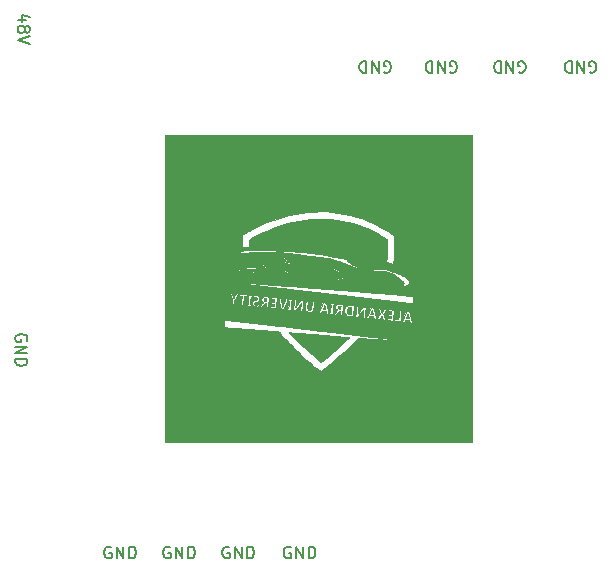
<source format=gbr>
%TF.GenerationSoftware,KiCad,Pcbnew,(5.1.6)-1*%
%TF.CreationDate,2021-04-02T17:33:40+02:00*%
%TF.ProjectId,48-24,34382d32-342e-46b6-9963-61645f706362,rev?*%
%TF.SameCoordinates,Original*%
%TF.FileFunction,Legend,Bot*%
%TF.FilePolarity,Positive*%
%FSLAX46Y46*%
G04 Gerber Fmt 4.6, Leading zero omitted, Abs format (unit mm)*
G04 Created by KiCad (PCBNEW (5.1.6)-1) date 2021-04-02 17:33:40*
%MOMM*%
%LPD*%
G01*
G04 APERTURE LIST*
%ADD10C,0.150000*%
%ADD11C,0.010000*%
G04 APERTURE END LIST*
D10*
X47014285Y-136485714D02*
X46347619Y-136485714D01*
X47395238Y-136247619D02*
X46680952Y-136009523D01*
X46680952Y-136628571D01*
X46919047Y-137152380D02*
X46966666Y-137057142D01*
X47014285Y-137009523D01*
X47109523Y-136961904D01*
X47157142Y-136961904D01*
X47252380Y-137009523D01*
X47300000Y-137057142D01*
X47347619Y-137152380D01*
X47347619Y-137342857D01*
X47300000Y-137438095D01*
X47252380Y-137485714D01*
X47157142Y-137533333D01*
X47109523Y-137533333D01*
X47014285Y-137485714D01*
X46966666Y-137438095D01*
X46919047Y-137342857D01*
X46919047Y-137152380D01*
X46871428Y-137057142D01*
X46823809Y-137009523D01*
X46728571Y-136961904D01*
X46538095Y-136961904D01*
X46442857Y-137009523D01*
X46395238Y-137057142D01*
X46347619Y-137152380D01*
X46347619Y-137342857D01*
X46395238Y-137438095D01*
X46442857Y-137485714D01*
X46538095Y-137533333D01*
X46728571Y-137533333D01*
X46823809Y-137485714D01*
X46871428Y-137438095D01*
X46919047Y-137342857D01*
X47347619Y-137819047D02*
X46347619Y-138152380D01*
X47347619Y-138485714D01*
X94761904Y-140900000D02*
X94857142Y-140947619D01*
X95000000Y-140947619D01*
X95142857Y-140900000D01*
X95238095Y-140804761D01*
X95285714Y-140709523D01*
X95333333Y-140519047D01*
X95333333Y-140376190D01*
X95285714Y-140185714D01*
X95238095Y-140090476D01*
X95142857Y-139995238D01*
X95000000Y-139947619D01*
X94904761Y-139947619D01*
X94761904Y-139995238D01*
X94714285Y-140042857D01*
X94714285Y-140376190D01*
X94904761Y-140376190D01*
X94285714Y-139947619D02*
X94285714Y-140947619D01*
X93714285Y-139947619D01*
X93714285Y-140947619D01*
X93238095Y-139947619D02*
X93238095Y-140947619D01*
X93000000Y-140947619D01*
X92857142Y-140900000D01*
X92761904Y-140804761D01*
X92714285Y-140709523D01*
X92666666Y-140519047D01*
X92666666Y-140376190D01*
X92714285Y-140185714D01*
X92761904Y-140090476D01*
X92857142Y-139995238D01*
X93000000Y-139947619D01*
X93238095Y-139947619D01*
X88761904Y-140900000D02*
X88857142Y-140947619D01*
X89000000Y-140947619D01*
X89142857Y-140900000D01*
X89238095Y-140804761D01*
X89285714Y-140709523D01*
X89333333Y-140519047D01*
X89333333Y-140376190D01*
X89285714Y-140185714D01*
X89238095Y-140090476D01*
X89142857Y-139995238D01*
X89000000Y-139947619D01*
X88904761Y-139947619D01*
X88761904Y-139995238D01*
X88714285Y-140042857D01*
X88714285Y-140376190D01*
X88904761Y-140376190D01*
X88285714Y-139947619D02*
X88285714Y-140947619D01*
X87714285Y-139947619D01*
X87714285Y-140947619D01*
X87238095Y-139947619D02*
X87238095Y-140947619D01*
X87000000Y-140947619D01*
X86857142Y-140900000D01*
X86761904Y-140804761D01*
X86714285Y-140709523D01*
X86666666Y-140519047D01*
X86666666Y-140376190D01*
X86714285Y-140185714D01*
X86761904Y-140090476D01*
X86857142Y-139995238D01*
X87000000Y-139947619D01*
X87238095Y-139947619D01*
X82961904Y-140900000D02*
X83057142Y-140947619D01*
X83200000Y-140947619D01*
X83342857Y-140900000D01*
X83438095Y-140804761D01*
X83485714Y-140709523D01*
X83533333Y-140519047D01*
X83533333Y-140376190D01*
X83485714Y-140185714D01*
X83438095Y-140090476D01*
X83342857Y-139995238D01*
X83200000Y-139947619D01*
X83104761Y-139947619D01*
X82961904Y-139995238D01*
X82914285Y-140042857D01*
X82914285Y-140376190D01*
X83104761Y-140376190D01*
X82485714Y-139947619D02*
X82485714Y-140947619D01*
X81914285Y-139947619D01*
X81914285Y-140947619D01*
X81438095Y-139947619D02*
X81438095Y-140947619D01*
X81200000Y-140947619D01*
X81057142Y-140900000D01*
X80961904Y-140804761D01*
X80914285Y-140709523D01*
X80866666Y-140519047D01*
X80866666Y-140376190D01*
X80914285Y-140185714D01*
X80961904Y-140090476D01*
X81057142Y-139995238D01*
X81200000Y-139947619D01*
X81438095Y-139947619D01*
X77361904Y-140900000D02*
X77457142Y-140947619D01*
X77600000Y-140947619D01*
X77742857Y-140900000D01*
X77838095Y-140804761D01*
X77885714Y-140709523D01*
X77933333Y-140519047D01*
X77933333Y-140376190D01*
X77885714Y-140185714D01*
X77838095Y-140090476D01*
X77742857Y-139995238D01*
X77600000Y-139947619D01*
X77504761Y-139947619D01*
X77361904Y-139995238D01*
X77314285Y-140042857D01*
X77314285Y-140376190D01*
X77504761Y-140376190D01*
X76885714Y-139947619D02*
X76885714Y-140947619D01*
X76314285Y-139947619D01*
X76314285Y-140947619D01*
X75838095Y-139947619D02*
X75838095Y-140947619D01*
X75600000Y-140947619D01*
X75457142Y-140900000D01*
X75361904Y-140804761D01*
X75314285Y-140709523D01*
X75266666Y-140519047D01*
X75266666Y-140376190D01*
X75314285Y-140185714D01*
X75361904Y-140090476D01*
X75457142Y-139995238D01*
X75600000Y-139947619D01*
X75838095Y-139947619D01*
X47100000Y-163638095D02*
X47147619Y-163542857D01*
X47147619Y-163400000D01*
X47100000Y-163257142D01*
X47004761Y-163161904D01*
X46909523Y-163114285D01*
X46719047Y-163066666D01*
X46576190Y-163066666D01*
X46385714Y-163114285D01*
X46290476Y-163161904D01*
X46195238Y-163257142D01*
X46147619Y-163400000D01*
X46147619Y-163495238D01*
X46195238Y-163638095D01*
X46242857Y-163685714D01*
X46576190Y-163685714D01*
X46576190Y-163495238D01*
X46147619Y-164114285D02*
X47147619Y-164114285D01*
X46147619Y-164685714D01*
X47147619Y-164685714D01*
X46147619Y-165161904D02*
X47147619Y-165161904D01*
X47147619Y-165400000D01*
X47100000Y-165542857D01*
X47004761Y-165638095D01*
X46909523Y-165685714D01*
X46719047Y-165733333D01*
X46576190Y-165733333D01*
X46385714Y-165685714D01*
X46290476Y-165638095D01*
X46195238Y-165542857D01*
X46147619Y-165400000D01*
X46147619Y-165161904D01*
X54238095Y-181100000D02*
X54142857Y-181052380D01*
X54000000Y-181052380D01*
X53857142Y-181100000D01*
X53761904Y-181195238D01*
X53714285Y-181290476D01*
X53666666Y-181480952D01*
X53666666Y-181623809D01*
X53714285Y-181814285D01*
X53761904Y-181909523D01*
X53857142Y-182004761D01*
X54000000Y-182052380D01*
X54095238Y-182052380D01*
X54238095Y-182004761D01*
X54285714Y-181957142D01*
X54285714Y-181623809D01*
X54095238Y-181623809D01*
X54714285Y-182052380D02*
X54714285Y-181052380D01*
X55285714Y-182052380D01*
X55285714Y-181052380D01*
X55761904Y-182052380D02*
X55761904Y-181052380D01*
X56000000Y-181052380D01*
X56142857Y-181100000D01*
X56238095Y-181195238D01*
X56285714Y-181290476D01*
X56333333Y-181480952D01*
X56333333Y-181623809D01*
X56285714Y-181814285D01*
X56238095Y-181909523D01*
X56142857Y-182004761D01*
X56000000Y-182052380D01*
X55761904Y-182052380D01*
X59238095Y-181100000D02*
X59142857Y-181052380D01*
X59000000Y-181052380D01*
X58857142Y-181100000D01*
X58761904Y-181195238D01*
X58714285Y-181290476D01*
X58666666Y-181480952D01*
X58666666Y-181623809D01*
X58714285Y-181814285D01*
X58761904Y-181909523D01*
X58857142Y-182004761D01*
X59000000Y-182052380D01*
X59095238Y-182052380D01*
X59238095Y-182004761D01*
X59285714Y-181957142D01*
X59285714Y-181623809D01*
X59095238Y-181623809D01*
X59714285Y-182052380D02*
X59714285Y-181052380D01*
X60285714Y-182052380D01*
X60285714Y-181052380D01*
X60761904Y-182052380D02*
X60761904Y-181052380D01*
X61000000Y-181052380D01*
X61142857Y-181100000D01*
X61238095Y-181195238D01*
X61285714Y-181290476D01*
X61333333Y-181480952D01*
X61333333Y-181623809D01*
X61285714Y-181814285D01*
X61238095Y-181909523D01*
X61142857Y-182004761D01*
X61000000Y-182052380D01*
X60761904Y-182052380D01*
X64238095Y-181100000D02*
X64142857Y-181052380D01*
X64000000Y-181052380D01*
X63857142Y-181100000D01*
X63761904Y-181195238D01*
X63714285Y-181290476D01*
X63666666Y-181480952D01*
X63666666Y-181623809D01*
X63714285Y-181814285D01*
X63761904Y-181909523D01*
X63857142Y-182004761D01*
X64000000Y-182052380D01*
X64095238Y-182052380D01*
X64238095Y-182004761D01*
X64285714Y-181957142D01*
X64285714Y-181623809D01*
X64095238Y-181623809D01*
X64714285Y-182052380D02*
X64714285Y-181052380D01*
X65285714Y-182052380D01*
X65285714Y-181052380D01*
X65761904Y-182052380D02*
X65761904Y-181052380D01*
X66000000Y-181052380D01*
X66142857Y-181100000D01*
X66238095Y-181195238D01*
X66285714Y-181290476D01*
X66333333Y-181480952D01*
X66333333Y-181623809D01*
X66285714Y-181814285D01*
X66238095Y-181909523D01*
X66142857Y-182004761D01*
X66000000Y-182052380D01*
X65761904Y-182052380D01*
X69438095Y-181100000D02*
X69342857Y-181052380D01*
X69200000Y-181052380D01*
X69057142Y-181100000D01*
X68961904Y-181195238D01*
X68914285Y-181290476D01*
X68866666Y-181480952D01*
X68866666Y-181623809D01*
X68914285Y-181814285D01*
X68961904Y-181909523D01*
X69057142Y-182004761D01*
X69200000Y-182052380D01*
X69295238Y-182052380D01*
X69438095Y-182004761D01*
X69485714Y-181957142D01*
X69485714Y-181623809D01*
X69295238Y-181623809D01*
X69914285Y-182052380D02*
X69914285Y-181052380D01*
X70485714Y-182052380D01*
X70485714Y-181052380D01*
X70961904Y-182052380D02*
X70961904Y-181052380D01*
X71200000Y-181052380D01*
X71342857Y-181100000D01*
X71438095Y-181195238D01*
X71485714Y-181290476D01*
X71533333Y-181480952D01*
X71533333Y-181623809D01*
X71485714Y-181814285D01*
X71438095Y-181909523D01*
X71342857Y-182004761D01*
X71200000Y-182052380D01*
X70961904Y-182052380D01*
D11*
%TO.C,G\u002A\u002A\u002A*%
G36*
X67239759Y-160009290D02*
G01*
X67194755Y-160035586D01*
X67166399Y-160078602D01*
X67163746Y-160086509D01*
X67155887Y-160127373D01*
X67162145Y-160163961D01*
X67168548Y-160180697D01*
X67194291Y-160223732D01*
X67231980Y-160252006D01*
X67286921Y-160268924D01*
X67312362Y-160272945D01*
X67377673Y-160281508D01*
X67385222Y-160207479D01*
X67392265Y-160135166D01*
X67395971Y-160084085D01*
X67395977Y-160050241D01*
X67391920Y-160029640D01*
X67383438Y-160018290D01*
X67370167Y-160012195D01*
X67367415Y-160011396D01*
X67298337Y-160000849D01*
X67239759Y-160009290D01*
G37*
X67239759Y-160009290D02*
X67194755Y-160035586D01*
X67166399Y-160078602D01*
X67163746Y-160086509D01*
X67155887Y-160127373D01*
X67162145Y-160163961D01*
X67168548Y-160180697D01*
X67194291Y-160223732D01*
X67231980Y-160252006D01*
X67286921Y-160268924D01*
X67312362Y-160272945D01*
X67377673Y-160281508D01*
X67385222Y-160207479D01*
X67392265Y-160135166D01*
X67395971Y-160084085D01*
X67395977Y-160050241D01*
X67391920Y-160029640D01*
X67383438Y-160018290D01*
X67370167Y-160012195D01*
X67367415Y-160011396D01*
X67298337Y-160000849D01*
X67239759Y-160009290D01*
G36*
X72229606Y-160747891D02*
G01*
X72205350Y-160810246D01*
X72185717Y-160863815D01*
X72172140Y-160904431D01*
X72166050Y-160927925D01*
X72166339Y-160932004D01*
X72182140Y-160935364D01*
X72216475Y-160939923D01*
X72262566Y-160944805D01*
X72273075Y-160945787D01*
X72322572Y-160949810D01*
X72351944Y-160950201D01*
X72366302Y-160946212D01*
X72370756Y-160937095D01*
X72370900Y-160931458D01*
X72368229Y-160910825D01*
X72361336Y-160870695D01*
X72351196Y-160816433D01*
X72338788Y-160753404D01*
X72335743Y-160738366D01*
X72301186Y-160568583D01*
X72229606Y-160747891D01*
G37*
X72229606Y-160747891D02*
X72205350Y-160810246D01*
X72185717Y-160863815D01*
X72172140Y-160904431D01*
X72166050Y-160927925D01*
X72166339Y-160932004D01*
X72182140Y-160935364D01*
X72216475Y-160939923D01*
X72262566Y-160944805D01*
X72273075Y-160945787D01*
X72322572Y-160949810D01*
X72351944Y-160950201D01*
X72366302Y-160946212D01*
X72370756Y-160937095D01*
X72370900Y-160931458D01*
X72368229Y-160910825D01*
X72361336Y-160870695D01*
X72351196Y-160816433D01*
X72338788Y-160753404D01*
X72335743Y-160738366D01*
X72301186Y-160568583D01*
X72229606Y-160747891D01*
G36*
X73532930Y-160674325D02*
G01*
X73501743Y-160679076D01*
X73480406Y-160689513D01*
X73464182Y-160704436D01*
X73439811Y-160746439D01*
X73434837Y-160784585D01*
X73443198Y-160842546D01*
X73469431Y-160884985D01*
X73515258Y-160913556D01*
X73582403Y-160929911D01*
X73587073Y-160930531D01*
X73622731Y-160932899D01*
X73640698Y-160926986D01*
X73646591Y-160916405D01*
X73650267Y-160894679D01*
X73654880Y-160854872D01*
X73659626Y-160804244D01*
X73661247Y-160784325D01*
X73669905Y-160673200D01*
X73581716Y-160673200D01*
X73532930Y-160674325D01*
G37*
X73532930Y-160674325D02*
X73501743Y-160679076D01*
X73480406Y-160689513D01*
X73464182Y-160704436D01*
X73439811Y-160746439D01*
X73434837Y-160784585D01*
X73443198Y-160842546D01*
X73469431Y-160884985D01*
X73515258Y-160913556D01*
X73582403Y-160929911D01*
X73587073Y-160930531D01*
X73622731Y-160932899D01*
X73640698Y-160926986D01*
X73646591Y-160916405D01*
X73650267Y-160894679D01*
X73654880Y-160854872D01*
X73659626Y-160804244D01*
X73661247Y-160784325D01*
X73669905Y-160673200D01*
X73581716Y-160673200D01*
X73532930Y-160674325D01*
G36*
X74411933Y-160780797D02*
G01*
X74335474Y-160803301D01*
X74274101Y-160845949D01*
X74228720Y-160907982D01*
X74200239Y-160988643D01*
X74192359Y-161038168D01*
X74193205Y-161130803D01*
X74215193Y-161210811D01*
X74256920Y-161276450D01*
X74316978Y-161325979D01*
X74393963Y-161357653D01*
X74458718Y-161368396D01*
X74537169Y-161374693D01*
X74564584Y-161084329D01*
X74572249Y-161001439D01*
X74578781Y-160927461D01*
X74583889Y-160865985D01*
X74587282Y-160820598D01*
X74588668Y-160794889D01*
X74588457Y-160790423D01*
X74574993Y-160787524D01*
X74543247Y-160783402D01*
X74502569Y-160779192D01*
X74411933Y-160780797D01*
G37*
X74411933Y-160780797D02*
X74335474Y-160803301D01*
X74274101Y-160845949D01*
X74228720Y-160907982D01*
X74200239Y-160988643D01*
X74192359Y-161038168D01*
X74193205Y-161130803D01*
X74215193Y-161210811D01*
X74256920Y-161276450D01*
X74316978Y-161325979D01*
X74393963Y-161357653D01*
X74458718Y-161368396D01*
X74537169Y-161374693D01*
X74564584Y-161084329D01*
X74572249Y-161001439D01*
X74578781Y-160927461D01*
X74583889Y-160865985D01*
X74587282Y-160820598D01*
X74588668Y-160794889D01*
X74588457Y-160790423D01*
X74574993Y-160787524D01*
X74543247Y-160783402D01*
X74502569Y-160779192D01*
X74411933Y-160780797D01*
G36*
X67418500Y-161670701D02*
G01*
X67427133Y-161728436D01*
X67451725Y-161770832D01*
X67477649Y-161789399D01*
X67517437Y-161802134D01*
X67547818Y-161796318D01*
X67570900Y-161778100D01*
X67593660Y-161743326D01*
X67591908Y-161710512D01*
X67566525Y-161680997D01*
X67518392Y-161656117D01*
X67483278Y-161645086D01*
X67418500Y-161627999D01*
X67418500Y-161670701D01*
G37*
X67418500Y-161670701D02*
X67427133Y-161728436D01*
X67451725Y-161770832D01*
X67477649Y-161789399D01*
X67517437Y-161802134D01*
X67547818Y-161796318D01*
X67570900Y-161778100D01*
X67593660Y-161743326D01*
X67591908Y-161710512D01*
X67566525Y-161680997D01*
X67518392Y-161656117D01*
X67483278Y-161645086D01*
X67418500Y-161627999D01*
X67418500Y-161670701D01*
G36*
X76266308Y-161170635D02*
G01*
X76241545Y-161232909D01*
X76220871Y-161286181D01*
X76205839Y-161326343D01*
X76198003Y-161349287D01*
X76197304Y-161353065D01*
X76210549Y-161355286D01*
X76242978Y-161358862D01*
X76288451Y-161363136D01*
X76305325Y-161364593D01*
X76356764Y-161368484D01*
X76387906Y-161369018D01*
X76403715Y-161365518D01*
X76409152Y-161357304D01*
X76409516Y-161350347D01*
X76406785Y-161329776D01*
X76399722Y-161289754D01*
X76389332Y-161235663D01*
X76376622Y-161172882D01*
X76373745Y-161159065D01*
X76338558Y-160990880D01*
X76266308Y-161170635D01*
G37*
X76266308Y-161170635D02*
X76241545Y-161232909D01*
X76220871Y-161286181D01*
X76205839Y-161326343D01*
X76198003Y-161349287D01*
X76197304Y-161353065D01*
X76210549Y-161355286D01*
X76242978Y-161358862D01*
X76288451Y-161363136D01*
X76305325Y-161364593D01*
X76356764Y-161368484D01*
X76387906Y-161369018D01*
X76403715Y-161365518D01*
X76409152Y-161357304D01*
X76409516Y-161350347D01*
X76406785Y-161329776D01*
X76399722Y-161289754D01*
X76389332Y-161235663D01*
X76376622Y-161172882D01*
X76373745Y-161159065D01*
X76338558Y-160990880D01*
X76266308Y-161170635D01*
G36*
X67921382Y-161541718D02*
G01*
X67901420Y-161559926D01*
X67871620Y-161594714D01*
X67864299Y-161618853D01*
X67880026Y-161634548D01*
X67919373Y-161644006D01*
X67923325Y-161644530D01*
X67969947Y-161650713D01*
X68013664Y-161656891D01*
X68024925Y-161658584D01*
X68053171Y-161660813D01*
X68064379Y-161652271D01*
X68066200Y-161633333D01*
X68055204Y-161595818D01*
X68027243Y-161560144D01*
X67989855Y-161534831D01*
X67974445Y-161529631D01*
X67947040Y-161528300D01*
X67921382Y-161541718D01*
G37*
X67921382Y-161541718D02*
X67901420Y-161559926D01*
X67871620Y-161594714D01*
X67864299Y-161618853D01*
X67880026Y-161634548D01*
X67919373Y-161644006D01*
X67923325Y-161644530D01*
X67969947Y-161650713D01*
X68013664Y-161656891D01*
X68024925Y-161658584D01*
X68053171Y-161660813D01*
X68064379Y-161652271D01*
X68066200Y-161633333D01*
X68055204Y-161595818D01*
X68027243Y-161560144D01*
X67989855Y-161534831D01*
X67974445Y-161529631D01*
X67947040Y-161528300D01*
X67921382Y-161541718D01*
G36*
X69619598Y-161723759D02*
G01*
X69586143Y-161760860D01*
X69565604Y-161817753D01*
X69559202Y-161882557D01*
X69560588Y-161927532D01*
X69567773Y-161956612D01*
X69583555Y-161979123D01*
X69590200Y-161985812D01*
X69636526Y-162017415D01*
X69684938Y-162023973D01*
X69730573Y-162009492D01*
X69771876Y-161976751D01*
X69798363Y-161931109D01*
X69810236Y-161878380D01*
X69807697Y-161824374D01*
X69790948Y-161774906D01*
X69760192Y-161735786D01*
X69720302Y-161714109D01*
X69664730Y-161707744D01*
X69619598Y-161723759D01*
G37*
X69619598Y-161723759D02*
X69586143Y-161760860D01*
X69565604Y-161817753D01*
X69559202Y-161882557D01*
X69560588Y-161927532D01*
X69567773Y-161956612D01*
X69583555Y-161979123D01*
X69590200Y-161985812D01*
X69636526Y-162017415D01*
X69684938Y-162023973D01*
X69730573Y-162009492D01*
X69771876Y-161976751D01*
X69798363Y-161931109D01*
X69810236Y-161878380D01*
X69807697Y-161824374D01*
X69790948Y-161774906D01*
X69760192Y-161735786D01*
X69720302Y-161714109D01*
X69664730Y-161707744D01*
X69619598Y-161723759D01*
G36*
X79360445Y-161332387D02*
G01*
X79360042Y-161333600D01*
X79353161Y-161352093D01*
X79338773Y-161389049D01*
X79318882Y-161439379D01*
X79295488Y-161497992D01*
X79291671Y-161507507D01*
X79268571Y-161565513D01*
X79249360Y-161614644D01*
X79235807Y-161650309D01*
X79229679Y-161667919D01*
X79229500Y-161668857D01*
X79238459Y-161674463D01*
X79266726Y-161680707D01*
X79316391Y-161687959D01*
X79380263Y-161695559D01*
X79419319Y-161699335D01*
X79438753Y-161698012D01*
X79444148Y-161689621D01*
X79441512Y-161673966D01*
X79436437Y-161650117D01*
X79427948Y-161607576D01*
X79417283Y-161552622D01*
X79407025Y-161498700D01*
X79392990Y-161425247D01*
X79382556Y-161373927D01*
X79374905Y-161341860D01*
X79369215Y-161326168D01*
X79364668Y-161323970D01*
X79360445Y-161332387D01*
G37*
X79360445Y-161332387D02*
X79360042Y-161333600D01*
X79353161Y-161352093D01*
X79338773Y-161389049D01*
X79318882Y-161439379D01*
X79295488Y-161497992D01*
X79291671Y-161507507D01*
X79268571Y-161565513D01*
X79249360Y-161614644D01*
X79235807Y-161650309D01*
X79229679Y-161667919D01*
X79229500Y-161668857D01*
X79238459Y-161674463D01*
X79266726Y-161680707D01*
X79316391Y-161687959D01*
X79380263Y-161695559D01*
X79419319Y-161699335D01*
X79438753Y-161698012D01*
X79444148Y-161689621D01*
X79441512Y-161673966D01*
X79436437Y-161650117D01*
X79427948Y-161607576D01*
X79417283Y-161552622D01*
X79407025Y-161498700D01*
X79392990Y-161425247D01*
X79382556Y-161373927D01*
X79374905Y-161341860D01*
X79369215Y-161326168D01*
X79364668Y-161323970D01*
X79360445Y-161332387D01*
G36*
X70952241Y-162063865D02*
G01*
X70967081Y-162118884D01*
X70995250Y-162157463D01*
X71033286Y-162176804D01*
X71077728Y-162174107D01*
X71085246Y-162171426D01*
X71110345Y-162149501D01*
X71124431Y-162114670D01*
X71123008Y-162078573D01*
X71122099Y-162076004D01*
X71103235Y-162056234D01*
X71064907Y-162036301D01*
X71012884Y-162018924D01*
X70988565Y-162013090D01*
X70945480Y-162003886D01*
X70952241Y-162063865D01*
G37*
X70952241Y-162063865D02*
X70967081Y-162118884D01*
X70995250Y-162157463D01*
X71033286Y-162176804D01*
X71077728Y-162174107D01*
X71085246Y-162171426D01*
X71110345Y-162149501D01*
X71124431Y-162114670D01*
X71123008Y-162078573D01*
X71122099Y-162076004D01*
X71103235Y-162056234D01*
X71064907Y-162036301D01*
X71012884Y-162018924D01*
X70988565Y-162013090D01*
X70945480Y-162003886D01*
X70952241Y-162063865D01*
G36*
X71774600Y-162150414D02*
G01*
X71777703Y-162190836D01*
X71789873Y-162217087D01*
X71808063Y-162234378D01*
X71846802Y-162254611D01*
X71887146Y-162259949D01*
X71919724Y-162249500D01*
X71924460Y-162245460D01*
X71935146Y-162222771D01*
X71939699Y-162189281D01*
X71939700Y-162188636D01*
X71931179Y-162153868D01*
X71903936Y-162127985D01*
X71855449Y-162109126D01*
X71821787Y-162101625D01*
X71774600Y-162092773D01*
X71774600Y-162150414D01*
G37*
X71774600Y-162150414D02*
X71777703Y-162190836D01*
X71789873Y-162217087D01*
X71808063Y-162234378D01*
X71846802Y-162254611D01*
X71887146Y-162259949D01*
X71919724Y-162249500D01*
X71924460Y-162245460D01*
X71935146Y-162222771D01*
X71939699Y-162189281D01*
X71939700Y-162188636D01*
X71931179Y-162153868D01*
X71903936Y-162127985D01*
X71855449Y-162109126D01*
X71821787Y-162101625D01*
X71774600Y-162092773D01*
X71774600Y-162150414D01*
G36*
X73455769Y-162109721D02*
G01*
X73412913Y-162129854D01*
X73395749Y-162146460D01*
X73367478Y-162194852D01*
X73353913Y-162250598D01*
X73354608Y-162307088D01*
X73369117Y-162357713D01*
X73396994Y-162395865D01*
X73413328Y-162406970D01*
X73465933Y-162424136D01*
X73513553Y-162417093D01*
X73550997Y-162393450D01*
X73584605Y-162349851D01*
X73603282Y-162292276D01*
X73604819Y-162228732D01*
X73601650Y-162209900D01*
X73580660Y-162161338D01*
X73545467Y-162127258D01*
X73501895Y-162109454D01*
X73455769Y-162109721D01*
G37*
X73455769Y-162109721D02*
X73412913Y-162129854D01*
X73395749Y-162146460D01*
X73367478Y-162194852D01*
X73353913Y-162250598D01*
X73354608Y-162307088D01*
X73369117Y-162357713D01*
X73396994Y-162395865D01*
X73413328Y-162406970D01*
X73465933Y-162424136D01*
X73513553Y-162417093D01*
X73550997Y-162393450D01*
X73584605Y-162349851D01*
X73603282Y-162292276D01*
X73604819Y-162228732D01*
X73601650Y-162209900D01*
X73580660Y-162161338D01*
X73545467Y-162127258D01*
X73501895Y-162109454D01*
X73455769Y-162109721D01*
G36*
X75667107Y-162346725D02*
G01*
X75632593Y-162369114D01*
X75612494Y-162403085D01*
X75610000Y-162421674D01*
X75613939Y-162437584D01*
X75629717Y-162447337D01*
X75663276Y-162453962D01*
X75676675Y-162455670D01*
X75737833Y-162461711D01*
X75782948Y-162463464D01*
X75808588Y-162460893D01*
X75813200Y-162457142D01*
X75805949Y-162429937D01*
X75788489Y-162395487D01*
X75767260Y-162364931D01*
X75751611Y-162350622D01*
X75709094Y-162339399D01*
X75667107Y-162346725D01*
G37*
X75667107Y-162346725D02*
X75632593Y-162369114D01*
X75612494Y-162403085D01*
X75610000Y-162421674D01*
X75613939Y-162437584D01*
X75629717Y-162447337D01*
X75663276Y-162453962D01*
X75676675Y-162455670D01*
X75737833Y-162461711D01*
X75782948Y-162463464D01*
X75808588Y-162460893D01*
X75813200Y-162457142D01*
X75805949Y-162429937D01*
X75788489Y-162395487D01*
X75767260Y-162364931D01*
X75751611Y-162350622D01*
X75709094Y-162339399D01*
X75667107Y-162346725D01*
G36*
X69308318Y-162906846D02*
G01*
X69307701Y-162907156D01*
X69311585Y-162920357D01*
X69332746Y-162949444D01*
X69369816Y-162993052D01*
X69421428Y-163049816D01*
X69486217Y-163118372D01*
X69562814Y-163197353D01*
X69649853Y-163285397D01*
X69745967Y-163381137D01*
X69849789Y-163483209D01*
X69959952Y-163590248D01*
X70075090Y-163700888D01*
X70193835Y-163813767D01*
X70314820Y-163927517D01*
X70436679Y-164040776D01*
X70517300Y-164114942D01*
X70576320Y-164168649D01*
X70647270Y-164232625D01*
X70728427Y-164305353D01*
X70818064Y-164385319D01*
X70914456Y-164471007D01*
X71015876Y-164560902D01*
X71120600Y-164653488D01*
X71226901Y-164747249D01*
X71333053Y-164840671D01*
X71437332Y-164932237D01*
X71538011Y-165020432D01*
X71633364Y-165103740D01*
X71721666Y-165180647D01*
X71801191Y-165249637D01*
X71870213Y-165309193D01*
X71927007Y-165357801D01*
X71969847Y-165393945D01*
X71997007Y-165416110D01*
X72006648Y-165422854D01*
X72017221Y-165415515D01*
X72043446Y-165395830D01*
X72080966Y-165367096D01*
X72111470Y-165343479D01*
X72259687Y-165226825D01*
X72422147Y-165096394D01*
X72594554Y-164955770D01*
X72772611Y-164808540D01*
X72952022Y-164658289D01*
X73128491Y-164508600D01*
X73297722Y-164363061D01*
X73455418Y-164225256D01*
X73519190Y-164168754D01*
X73615405Y-164082235D01*
X73712846Y-163992997D01*
X73809789Y-163902750D01*
X73904509Y-163813200D01*
X73995281Y-163726054D01*
X74080379Y-163643021D01*
X74158080Y-163565808D01*
X74226657Y-163496122D01*
X74284387Y-163435670D01*
X74329544Y-163386161D01*
X74360403Y-163349301D01*
X74375239Y-163326799D01*
X74375720Y-163320885D01*
X74372153Y-163319515D01*
X74363192Y-163317801D01*
X74347756Y-163315651D01*
X74324765Y-163312974D01*
X74293139Y-163309677D01*
X74251798Y-163305669D01*
X74199661Y-163300857D01*
X74135648Y-163295150D01*
X74058679Y-163288455D01*
X73967674Y-163280681D01*
X73861553Y-163271736D01*
X73739235Y-163261527D01*
X73599640Y-163249963D01*
X73441689Y-163236952D01*
X73264300Y-163222401D01*
X73066394Y-163206219D01*
X72846890Y-163188314D01*
X72604708Y-163168594D01*
X72338769Y-163146967D01*
X72212750Y-163136726D01*
X71893300Y-163110753D01*
X71589156Y-163085992D01*
X71301294Y-163062522D01*
X71030688Y-163040425D01*
X70778313Y-163019779D01*
X70545145Y-163000664D01*
X70332158Y-162983162D01*
X70140327Y-162967351D01*
X69970627Y-162953311D01*
X69824033Y-162941123D01*
X69701520Y-162930866D01*
X69672750Y-162928443D01*
X69580269Y-162920967D01*
X69496074Y-162914784D01*
X69423474Y-162910088D01*
X69365776Y-162907071D01*
X69326288Y-162905926D01*
X69308318Y-162906846D01*
G37*
X69308318Y-162906846D02*
X69307701Y-162907156D01*
X69311585Y-162920357D01*
X69332746Y-162949444D01*
X69369816Y-162993052D01*
X69421428Y-163049816D01*
X69486217Y-163118372D01*
X69562814Y-163197353D01*
X69649853Y-163285397D01*
X69745967Y-163381137D01*
X69849789Y-163483209D01*
X69959952Y-163590248D01*
X70075090Y-163700888D01*
X70193835Y-163813767D01*
X70314820Y-163927517D01*
X70436679Y-164040776D01*
X70517300Y-164114942D01*
X70576320Y-164168649D01*
X70647270Y-164232625D01*
X70728427Y-164305353D01*
X70818064Y-164385319D01*
X70914456Y-164471007D01*
X71015876Y-164560902D01*
X71120600Y-164653488D01*
X71226901Y-164747249D01*
X71333053Y-164840671D01*
X71437332Y-164932237D01*
X71538011Y-165020432D01*
X71633364Y-165103740D01*
X71721666Y-165180647D01*
X71801191Y-165249637D01*
X71870213Y-165309193D01*
X71927007Y-165357801D01*
X71969847Y-165393945D01*
X71997007Y-165416110D01*
X72006648Y-165422854D01*
X72017221Y-165415515D01*
X72043446Y-165395830D01*
X72080966Y-165367096D01*
X72111470Y-165343479D01*
X72259687Y-165226825D01*
X72422147Y-165096394D01*
X72594554Y-164955770D01*
X72772611Y-164808540D01*
X72952022Y-164658289D01*
X73128491Y-164508600D01*
X73297722Y-164363061D01*
X73455418Y-164225256D01*
X73519190Y-164168754D01*
X73615405Y-164082235D01*
X73712846Y-163992997D01*
X73809789Y-163902750D01*
X73904509Y-163813200D01*
X73995281Y-163726054D01*
X74080379Y-163643021D01*
X74158080Y-163565808D01*
X74226657Y-163496122D01*
X74284387Y-163435670D01*
X74329544Y-163386161D01*
X74360403Y-163349301D01*
X74375239Y-163326799D01*
X74375720Y-163320885D01*
X74372153Y-163319515D01*
X74363192Y-163317801D01*
X74347756Y-163315651D01*
X74324765Y-163312974D01*
X74293139Y-163309677D01*
X74251798Y-163305669D01*
X74199661Y-163300857D01*
X74135648Y-163295150D01*
X74058679Y-163288455D01*
X73967674Y-163280681D01*
X73861553Y-163271736D01*
X73739235Y-163261527D01*
X73599640Y-163249963D01*
X73441689Y-163236952D01*
X73264300Y-163222401D01*
X73066394Y-163206219D01*
X72846890Y-163188314D01*
X72604708Y-163168594D01*
X72338769Y-163146967D01*
X72212750Y-163136726D01*
X71893300Y-163110753D01*
X71589156Y-163085992D01*
X71301294Y-163062522D01*
X71030688Y-163040425D01*
X70778313Y-163019779D01*
X70545145Y-163000664D01*
X70332158Y-162983162D01*
X70140327Y-162967351D01*
X69970627Y-162953311D01*
X69824033Y-162941123D01*
X69701520Y-162930866D01*
X69672750Y-162928443D01*
X69580269Y-162920967D01*
X69496074Y-162914784D01*
X69423474Y-162910088D01*
X69365776Y-162907071D01*
X69326288Y-162905926D01*
X69308318Y-162906846D01*
G36*
X58795200Y-172204800D02*
G01*
X84804800Y-172204800D01*
X84804800Y-163666178D01*
X79530013Y-163666178D01*
X79529884Y-163666349D01*
X79516382Y-163666768D01*
X79480400Y-163665511D01*
X79424794Y-163662739D01*
X79352416Y-163658617D01*
X79266121Y-163653306D01*
X79168764Y-163646969D01*
X79063198Y-163639769D01*
X79062584Y-163639726D01*
X78933352Y-163630779D01*
X78786201Y-163620698D01*
X78628561Y-163609984D01*
X78467861Y-163599141D01*
X78311528Y-163588670D01*
X78166991Y-163579074D01*
X78105550Y-163575029D01*
X77975526Y-163566473D01*
X77835875Y-163557247D01*
X77692803Y-163547761D01*
X77552514Y-163538429D01*
X77421213Y-163529663D01*
X77305104Y-163521875D01*
X77241950Y-163517617D01*
X77133654Y-163510350D01*
X77020904Y-163502884D01*
X76909856Y-163495620D01*
X76806661Y-163488958D01*
X76717472Y-163483298D01*
X76657750Y-163479603D01*
X76570298Y-163474132D01*
X76476622Y-163468000D01*
X76386052Y-163461835D01*
X76307916Y-163456263D01*
X76283100Y-163454408D01*
X76214133Y-163449410D01*
X76128517Y-163443589D01*
X76034962Y-163437517D01*
X75942182Y-163431764D01*
X75895750Y-163429008D01*
X75804753Y-163423457D01*
X75698201Y-163416554D01*
X75585860Y-163408956D01*
X75477496Y-163401321D01*
X75407693Y-163396189D01*
X75148235Y-163376683D01*
X75059244Y-163475916D01*
X75003243Y-163536814D01*
X74931906Y-163611954D01*
X74848397Y-163698172D01*
X74755878Y-163792301D01*
X74657511Y-163891178D01*
X74556457Y-163991637D01*
X74455880Y-164090513D01*
X74358942Y-164184641D01*
X74268804Y-164270855D01*
X74206650Y-164329272D01*
X73931909Y-164580362D01*
X73637878Y-164840016D01*
X73323629Y-165109034D01*
X72988232Y-165388215D01*
X72765574Y-165569743D01*
X72693782Y-165627553D01*
X72615347Y-165690225D01*
X72532667Y-165755886D01*
X72448144Y-165822663D01*
X72364177Y-165888683D01*
X72283166Y-165952073D01*
X72207512Y-166010959D01*
X72139616Y-166063469D01*
X72081876Y-166107730D01*
X72036693Y-166141868D01*
X72006468Y-166164010D01*
X71993601Y-166172283D01*
X71993467Y-166172300D01*
X71981469Y-166165250D01*
X71952240Y-166145650D01*
X71909140Y-166115824D01*
X71855526Y-166078096D01*
X71796134Y-166035775D01*
X71594581Y-165886447D01*
X71380237Y-165718334D01*
X71155243Y-165533197D01*
X70921742Y-165332797D01*
X70685899Y-165122551D01*
X70516628Y-164966692D01*
X70333930Y-164794369D01*
X70140745Y-164608544D01*
X69940010Y-164412180D01*
X69734664Y-164208240D01*
X69527646Y-163999684D01*
X69321893Y-163789476D01*
X69120345Y-163580577D01*
X68925939Y-163375949D01*
X68741615Y-163178556D01*
X68570310Y-162991359D01*
X68555150Y-162974579D01*
X68503342Y-162917366D01*
X68465113Y-162876333D01*
X68437046Y-162848787D01*
X68415720Y-162832036D01*
X68397716Y-162823389D01*
X68379614Y-162820152D01*
X68358350Y-162819634D01*
X68329714Y-162818588D01*
X68280072Y-162815724D01*
X68213726Y-162811336D01*
X68134981Y-162805715D01*
X68048143Y-162799155D01*
X67990050Y-162794578D01*
X67895882Y-162787097D01*
X67782876Y-162778217D01*
X67657526Y-162768443D01*
X67526322Y-162758278D01*
X67395756Y-162748227D01*
X67272320Y-162738794D01*
X67247050Y-162736873D01*
X67118790Y-162727130D01*
X66975518Y-162716237D01*
X66825249Y-162704803D01*
X66675997Y-162693440D01*
X66535775Y-162682757D01*
X66412598Y-162673363D01*
X66408850Y-162673077D01*
X66285364Y-162663662D01*
X66144730Y-162652951D01*
X65995129Y-162641568D01*
X65844742Y-162630134D01*
X65701748Y-162619273D01*
X65577000Y-162609808D01*
X65455089Y-162600565D01*
X65323126Y-162590560D01*
X65188014Y-162580317D01*
X65056652Y-162570358D01*
X64935944Y-162561206D01*
X64832789Y-162553385D01*
X64821350Y-162552518D01*
X64660349Y-162540309D01*
X64504835Y-162528509D01*
X64357870Y-162517351D01*
X64222514Y-162507068D01*
X64101826Y-162497892D01*
X63998868Y-162490056D01*
X63916700Y-162483792D01*
X63885368Y-162481398D01*
X63774885Y-162472951D01*
X63782339Y-162166800D01*
X63784493Y-162081474D01*
X63786571Y-162005079D01*
X63788463Y-161941119D01*
X63790063Y-161893095D01*
X63791264Y-161864512D01*
X63791809Y-161857945D01*
X63804699Y-161858057D01*
X63839472Y-161860379D01*
X63892734Y-161864602D01*
X63961094Y-161870416D01*
X64041160Y-161877511D01*
X64129538Y-161885577D01*
X64222837Y-161894303D01*
X64317664Y-161903379D01*
X64410627Y-161912496D01*
X64498333Y-161921343D01*
X64577391Y-161929611D01*
X64586400Y-161930578D01*
X64761192Y-161949407D01*
X64913156Y-161965802D01*
X65044723Y-161980028D01*
X65158320Y-161992350D01*
X65256378Y-162003035D01*
X65341326Y-162012349D01*
X65415591Y-162020557D01*
X65481604Y-162027926D01*
X65541794Y-162034722D01*
X65598589Y-162041211D01*
X65634150Y-162045311D01*
X65716890Y-162054775D01*
X65801562Y-162064280D01*
X65880405Y-162072966D01*
X65945655Y-162079973D01*
X65970700Y-162082573D01*
X66037874Y-162089600D01*
X66127041Y-162099212D01*
X66234968Y-162111046D01*
X66358421Y-162124738D01*
X66494165Y-162139926D01*
X66638967Y-162156246D01*
X66789591Y-162173336D01*
X66942805Y-162190832D01*
X67095373Y-162208372D01*
X67221650Y-162222988D01*
X67298302Y-162231838D01*
X67371048Y-162240144D01*
X67434043Y-162247246D01*
X67481439Y-162252481D01*
X67501050Y-162254565D01*
X67535239Y-162258228D01*
X67588810Y-162264161D01*
X67655918Y-162271708D01*
X67730716Y-162280214D01*
X67780450Y-162285918D01*
X67862326Y-162295338D01*
X67961227Y-162306710D01*
X68068943Y-162319092D01*
X68177264Y-162331539D01*
X68277981Y-162343107D01*
X68282100Y-162343580D01*
X68557650Y-162375342D01*
X68845578Y-162408756D01*
X69133057Y-162442329D01*
X69310800Y-162463201D01*
X69388394Y-162472277D01*
X69461992Y-162480779D01*
X69525888Y-162488058D01*
X69574377Y-162493461D01*
X69596550Y-162495824D01*
X69631071Y-162499535D01*
X69684823Y-162505551D01*
X69751813Y-162513191D01*
X69826050Y-162521774D01*
X69869600Y-162526861D01*
X69949221Y-162536178D01*
X70046041Y-162547479D01*
X70152027Y-162559827D01*
X70259146Y-162572286D01*
X70359365Y-162583921D01*
X70364900Y-162584563D01*
X70470371Y-162596797D01*
X70588755Y-162610540D01*
X70710330Y-162624662D01*
X70825372Y-162638033D01*
X70917350Y-162648732D01*
X71015849Y-162660192D01*
X71123466Y-162672706D01*
X71231252Y-162685235D01*
X71330258Y-162696737D01*
X71399950Y-162704830D01*
X71597818Y-162727829D01*
X71798868Y-162751262D01*
X71996775Y-162774389D01*
X72185211Y-162796470D01*
X72357849Y-162816765D01*
X72435000Y-162825863D01*
X72534201Y-162837557D01*
X72648812Y-162851042D01*
X72769016Y-162865163D01*
X72884995Y-162878768D01*
X72974750Y-162889278D01*
X73190408Y-162914524D01*
X73396815Y-162938733D01*
X73590466Y-162961492D01*
X73767853Y-162982387D01*
X73925470Y-163001008D01*
X74003450Y-163010248D01*
X74087208Y-163020146D01*
X74187511Y-163031939D01*
X74295671Y-163044609D01*
X74403002Y-163057137D01*
X74492400Y-163067531D01*
X74596306Y-163079623D01*
X74713487Y-163093328D01*
X74833806Y-163107456D01*
X74947125Y-163120816D01*
X75025800Y-163130137D01*
X75216071Y-163152714D01*
X75426189Y-163177590D01*
X75650772Y-163204128D01*
X75884436Y-163231695D01*
X76121799Y-163259654D01*
X76357478Y-163287370D01*
X76537100Y-163308462D01*
X76640995Y-163320674D01*
X76758164Y-163334481D01*
X76878471Y-163348688D01*
X76991783Y-163362098D01*
X77070500Y-163371437D01*
X77169696Y-163383208D01*
X77284301Y-163396781D01*
X77404500Y-163410995D01*
X77520475Y-163424690D01*
X77610250Y-163435272D01*
X77708575Y-163446875D01*
X77814024Y-163459363D01*
X77918523Y-163471776D01*
X78013998Y-163483156D01*
X78092377Y-163492543D01*
X78092850Y-163492600D01*
X78171080Y-163501968D01*
X78266464Y-163513334D01*
X78370928Y-163525740D01*
X78476399Y-163538225D01*
X78574802Y-163549832D01*
X78575450Y-163549908D01*
X78679081Y-163562128D01*
X78794816Y-163575814D01*
X78913046Y-163589828D01*
X79024163Y-163603031D01*
X79108850Y-163613125D01*
X79193089Y-163623102D01*
X79274866Y-163632636D01*
X79348513Y-163641077D01*
X79408360Y-163647775D01*
X79448742Y-163652081D01*
X79449151Y-163652122D01*
X79491181Y-163657150D01*
X79520115Y-163662184D01*
X79530013Y-163666178D01*
X84804800Y-163666178D01*
X84804800Y-162375828D01*
X76889341Y-162375828D01*
X76881419Y-162426230D01*
X76850547Y-162472006D01*
X76795885Y-162514462D01*
X76726018Y-162550748D01*
X76659410Y-162586482D01*
X76618104Y-162622815D01*
X76602007Y-162659924D01*
X76611027Y-162697983D01*
X76632875Y-162725928D01*
X76654694Y-162744485D01*
X76677857Y-162753233D01*
X76711744Y-162754611D01*
X76737650Y-162753159D01*
X76781697Y-162748641D01*
X76817719Y-162742396D01*
X76832375Y-162737999D01*
X76847983Y-162735017D01*
X76853966Y-162749278D01*
X76854600Y-162766410D01*
X76851978Y-162790544D01*
X76840858Y-162805478D01*
X76816357Y-162813534D01*
X76773595Y-162817033D01*
X76746650Y-162817747D01*
X76687584Y-162812216D01*
X76632830Y-162796074D01*
X76630858Y-162795195D01*
X76577150Y-162761407D01*
X76546382Y-162718407D01*
X76537148Y-162667449D01*
X76543470Y-162619689D01*
X76564356Y-162579280D01*
X76602856Y-162542794D01*
X76662019Y-162506804D01*
X76694389Y-162490715D01*
X76757508Y-162457969D01*
X76798776Y-162429070D01*
X76820855Y-162401221D01*
X76826409Y-162371626D01*
X76823729Y-162354927D01*
X76804252Y-162318028D01*
X76767096Y-162295905D01*
X76710655Y-162287877D01*
X76669249Y-162289345D01*
X76624587Y-162292103D01*
X76600463Y-162290820D01*
X76592233Y-162284758D01*
X76593428Y-162277314D01*
X76600071Y-162248760D01*
X76600600Y-162240611D01*
X76611854Y-162228899D01*
X76641287Y-162223002D01*
X76682412Y-162222684D01*
X76728739Y-162227710D01*
X76773780Y-162237846D01*
X76801104Y-162247872D01*
X76844308Y-162274341D01*
X76870837Y-162309945D01*
X76875157Y-162319496D01*
X76889341Y-162375828D01*
X84804800Y-162375828D01*
X84804800Y-162183769D01*
X76402606Y-162183769D01*
X76400917Y-162219156D01*
X76397488Y-162271010D01*
X76392697Y-162334929D01*
X76386923Y-162406506D01*
X76380542Y-162481338D01*
X76373933Y-162555020D01*
X76367473Y-162623148D01*
X76361541Y-162681316D01*
X76356514Y-162725122D01*
X76352769Y-162750159D01*
X76352122Y-162752825D01*
X76337257Y-162765608D01*
X76320346Y-162768700D01*
X76308758Y-162767730D01*
X76301411Y-162761930D01*
X76297764Y-162746967D01*
X76297275Y-162718505D01*
X76299402Y-162672210D01*
X76302308Y-162624450D01*
X76305768Y-162552929D01*
X76305609Y-162502378D01*
X76301661Y-162468598D01*
X76295136Y-162449825D01*
X76263109Y-162408365D01*
X76222140Y-162389644D01*
X76204647Y-162388103D01*
X76166542Y-162398833D01*
X76138307Y-162432277D01*
X76119727Y-162488786D01*
X76112849Y-162536730D01*
X76105377Y-162613431D01*
X76099270Y-162668413D01*
X76093728Y-162705266D01*
X76087948Y-162727578D01*
X76081131Y-162738939D01*
X76072476Y-162742938D01*
X76066758Y-162743300D01*
X76044128Y-162738787D01*
X76037588Y-162733775D01*
X76035764Y-162716410D01*
X76036865Y-162680084D01*
X76040285Y-162630991D01*
X76045419Y-162575321D01*
X76051660Y-162519268D01*
X76056619Y-162482303D01*
X75873338Y-162482303D01*
X75867971Y-162544586D01*
X75851480Y-162603338D01*
X75825753Y-162648606D01*
X75822952Y-162651784D01*
X75770285Y-162691469D01*
X75708272Y-162709633D01*
X75642020Y-162705645D01*
X75581425Y-162681701D01*
X75553245Y-162655532D01*
X75546500Y-162632611D01*
X75550114Y-162608752D01*
X75562927Y-162606640D01*
X75586260Y-162624151D01*
X75612737Y-162638298D01*
X75651725Y-162648999D01*
X75666029Y-162651135D01*
X75704455Y-162653104D01*
X75730724Y-162645197D01*
X75757449Y-162623163D01*
X75761794Y-162618860D01*
X75790793Y-162581945D01*
X75799528Y-162551296D01*
X75787673Y-162529989D01*
X75771925Y-162523287D01*
X75746162Y-162519028D01*
X75703225Y-162513838D01*
X75651270Y-162508677D01*
X75637233Y-162507453D01*
X75531116Y-162498486D01*
X75539172Y-162448109D01*
X75558340Y-162376120D01*
X75589842Y-162325993D01*
X75634582Y-162296908D01*
X75693466Y-162288042D01*
X75714228Y-162289222D01*
X75775732Y-162305673D01*
X75822858Y-162342365D01*
X75856606Y-162400201D01*
X75865694Y-162426443D01*
X75873338Y-162482303D01*
X76056619Y-162482303D01*
X76058401Y-162469023D01*
X76065037Y-162430780D01*
X76068670Y-162416314D01*
X76093373Y-162371407D01*
X76133745Y-162345332D01*
X76191625Y-162336900D01*
X76191653Y-162336900D01*
X76234722Y-162341421D01*
X76267204Y-162358640D01*
X76283528Y-162373473D01*
X76320102Y-162410047D01*
X76326549Y-162357598D01*
X76331702Y-162313785D01*
X76337670Y-162260395D01*
X76340713Y-162232125D01*
X76346604Y-162189895D01*
X76354453Y-162167539D01*
X76366638Y-162159534D01*
X76372165Y-162159100D01*
X76395233Y-162163879D01*
X76402178Y-162169255D01*
X76402606Y-162183769D01*
X84804800Y-162183769D01*
X84804800Y-162111015D01*
X75405132Y-162111015D01*
X75402964Y-162151694D01*
X75398306Y-162209028D01*
X75391190Y-162285871D01*
X75381653Y-162385080D01*
X75381400Y-162387700D01*
X75373840Y-162466481D01*
X75367178Y-162536618D01*
X75361779Y-162594198D01*
X75358011Y-162635307D01*
X75356238Y-162656032D01*
X75356149Y-162657575D01*
X75346256Y-162666074D01*
X75324562Y-162664146D01*
X75309556Y-162657360D01*
X75305160Y-162647361D01*
X75303288Y-162623035D01*
X75304027Y-162582143D01*
X75307464Y-162522445D01*
X75313685Y-162441702D01*
X75321417Y-162352754D01*
X75329907Y-162259043D01*
X75336718Y-162187608D01*
X75342423Y-162135427D01*
X75347596Y-162099477D01*
X75352808Y-162076735D01*
X75358633Y-162064177D01*
X75365645Y-162058780D01*
X75374415Y-162057522D01*
X75377386Y-162057500D01*
X75388196Y-162057737D01*
X75396340Y-162060351D01*
X75401855Y-162068199D01*
X75404774Y-162084135D01*
X75405132Y-162111015D01*
X84804800Y-162111015D01*
X84804800Y-162090864D01*
X79724948Y-162090864D01*
X79713172Y-162098320D01*
X79680717Y-162099882D01*
X79631574Y-162095714D01*
X79569732Y-162085979D01*
X79559961Y-162084118D01*
X79537923Y-162078906D01*
X79523589Y-162070086D01*
X79516636Y-162057421D01*
X75132997Y-162057421D01*
X75131345Y-162092918D01*
X75127931Y-162144867D01*
X75123136Y-162208857D01*
X75117339Y-162280477D01*
X75110921Y-162355316D01*
X75104264Y-162428963D01*
X75097746Y-162497006D01*
X75091749Y-162555034D01*
X75086652Y-162598637D01*
X75082838Y-162623403D01*
X75082227Y-162625825D01*
X75067242Y-162638822D01*
X75051599Y-162641700D01*
X75032173Y-162635290D01*
X75026025Y-162611910D01*
X75025964Y-162606775D01*
X75027213Y-162583781D01*
X75030602Y-162539937D01*
X75035751Y-162479665D01*
X75042279Y-162407391D01*
X75049806Y-162327538D01*
X75051354Y-162311500D01*
X75058945Y-162232720D01*
X75065623Y-162162584D01*
X75071020Y-162105005D01*
X75074772Y-162063896D01*
X75076513Y-162043168D01*
X75076591Y-162041625D01*
X75086618Y-162033730D01*
X75108009Y-162032748D01*
X75127768Y-162038407D01*
X75132507Y-162042788D01*
X75132997Y-162057421D01*
X79516636Y-162057421D01*
X79513740Y-162052148D01*
X79505160Y-162019580D01*
X79496191Y-161974901D01*
X79486077Y-161925051D01*
X79477484Y-161894620D01*
X79467196Y-161878069D01*
X79451991Y-161869864D01*
X79432431Y-161865241D01*
X79399488Y-161860157D01*
X79350090Y-161854465D01*
X79293132Y-161849150D01*
X79272971Y-161847555D01*
X79157691Y-161838908D01*
X79120571Y-161936884D01*
X79083450Y-162034861D01*
X79008563Y-162027130D01*
X78984067Y-162024874D01*
X74577804Y-162024874D01*
X74575685Y-162059696D01*
X74571677Y-162112352D01*
X74566071Y-162179120D01*
X74559157Y-162256277D01*
X74556260Y-162287409D01*
X74548721Y-162368029D01*
X74542054Y-162440127D01*
X74536608Y-162499862D01*
X74532732Y-162543390D01*
X74530776Y-162566870D01*
X74530609Y-162569685D01*
X74518521Y-162573760D01*
X74484354Y-162573716D01*
X74431055Y-162569750D01*
X74361574Y-162562063D01*
X74302957Y-162554305D01*
X74261468Y-162545030D01*
X74243152Y-162531008D01*
X74245940Y-162510324D01*
X74249259Y-162504564D01*
X74260205Y-162496609D01*
X74282864Y-162493910D01*
X74322197Y-162496292D01*
X74360177Y-162500621D01*
X74408168Y-162505468D01*
X74445918Y-162507145D01*
X74466828Y-162505422D01*
X74468676Y-162504406D01*
X74473426Y-162488219D01*
X74478378Y-162453856D01*
X74482514Y-162408511D01*
X74482757Y-162404945D01*
X74488578Y-162317751D01*
X74111400Y-162317751D01*
X74101756Y-162392297D01*
X74074349Y-162453082D01*
X74031474Y-162497411D01*
X73975421Y-162522585D01*
X73933224Y-162527400D01*
X73888942Y-162524353D01*
X73850118Y-162516678D01*
X73838948Y-162512661D01*
X73811956Y-162489658D01*
X73806600Y-162468211D01*
X73810277Y-162444522D01*
X73823712Y-162441438D01*
X73850303Y-162457953D01*
X73890559Y-162474150D01*
X73938053Y-162473227D01*
X73981734Y-162455696D01*
X73987319Y-162451630D01*
X74024771Y-162407353D01*
X74044452Y-162352037D01*
X74046112Y-162292807D01*
X74035713Y-162257734D01*
X73666900Y-162257734D01*
X73658571Y-162334932D01*
X73632545Y-162396323D01*
X73591453Y-162442267D01*
X73541980Y-162468650D01*
X73482163Y-162477908D01*
X73420730Y-162469692D01*
X73377112Y-162450813D01*
X73333672Y-162410467D01*
X73303427Y-162353960D01*
X73289368Y-162288389D01*
X73290276Y-162244679D01*
X73300061Y-162204316D01*
X73132499Y-162204316D01*
X73128885Y-162216308D01*
X73114860Y-162230108D01*
X73084797Y-162230844D01*
X73079691Y-162230115D01*
X73040642Y-162224443D01*
X72993066Y-162217990D01*
X72977925Y-162216030D01*
X72938933Y-162209602D01*
X72921351Y-162201148D01*
X72921222Y-162187413D01*
X72928044Y-162175015D01*
X72940262Y-162167110D01*
X72966280Y-162164984D01*
X73010832Y-162168439D01*
X73030511Y-162170784D01*
X73083220Y-162177976D01*
X73114933Y-162184641D01*
X73129933Y-162192761D01*
X73132499Y-162204316D01*
X73300061Y-162204316D01*
X73308639Y-162168938D01*
X73342730Y-162110584D01*
X73390840Y-162071392D01*
X73451261Y-162053142D01*
X73475440Y-162052037D01*
X73546272Y-162063736D01*
X73602289Y-162095394D01*
X73641861Y-162145259D01*
X73663357Y-162211579D01*
X73666900Y-162257734D01*
X74035713Y-162257734D01*
X74029500Y-162236784D01*
X73996424Y-162192895D01*
X73967962Y-162170457D01*
X73942176Y-162161257D01*
X73907033Y-162161833D01*
X73893575Y-162163310D01*
X73856634Y-162166603D01*
X73838359Y-162163788D01*
X73832379Y-162153019D01*
X73832000Y-162145487D01*
X73842777Y-162121365D01*
X73871285Y-162107160D01*
X73911791Y-162103061D01*
X73958563Y-162109260D01*
X74005867Y-162125946D01*
X74028944Y-162138943D01*
X74064789Y-162175142D01*
X74092874Y-162227506D01*
X74109060Y-162287059D01*
X74111400Y-162317751D01*
X74488578Y-162317751D01*
X74488813Y-162314241D01*
X74442982Y-162306660D01*
X74396517Y-162301256D01*
X74349525Y-162298939D01*
X74318166Y-162296887D01*
X74304748Y-162287539D01*
X74301901Y-162265728D01*
X74301900Y-162265557D01*
X74301900Y-162232315D01*
X74395985Y-162241132D01*
X74445121Y-162245252D01*
X74476117Y-162243477D01*
X74493552Y-162231396D01*
X74502003Y-162204599D01*
X74506047Y-162158675D01*
X74507470Y-162133700D01*
X74511450Y-162063850D01*
X74409850Y-162051150D01*
X74358952Y-162044098D01*
X74328077Y-162037238D01*
X74311949Y-162028508D01*
X74305293Y-162015846D01*
X74304192Y-162009875D01*
X74306150Y-161993239D01*
X72749640Y-161993239D01*
X72748877Y-162018569D01*
X72746730Y-162035275D01*
X72743249Y-162064805D01*
X72738442Y-162110610D01*
X72732896Y-162166483D01*
X72727194Y-162226215D01*
X72721921Y-162283600D01*
X72717664Y-162332430D01*
X72715006Y-162366499D01*
X72714411Y-162378175D01*
X72703507Y-162385310D01*
X72682297Y-162387700D01*
X72665436Y-162386753D01*
X72656536Y-162380184D01*
X72654099Y-162362396D01*
X72656626Y-162327791D01*
X72659330Y-162301975D01*
X72664458Y-162242816D01*
X72668092Y-162180229D01*
X72669209Y-162142151D01*
X72668202Y-162098188D01*
X72662058Y-162070444D01*
X72647750Y-162049825D01*
X72634317Y-162037376D01*
X72599935Y-162013123D01*
X72571726Y-162009550D01*
X72541358Y-162026488D01*
X72530887Y-162035275D01*
X72515071Y-162051951D01*
X72504109Y-162072872D01*
X72496197Y-162104033D01*
X72489527Y-162151433D01*
X72485949Y-162184500D01*
X72480476Y-162240418D01*
X72476185Y-162289390D01*
X72473695Y-162324082D01*
X72473321Y-162333725D01*
X72466943Y-162355756D01*
X72443938Y-162362273D01*
X72441350Y-162362300D01*
X72426477Y-162361802D01*
X72416830Y-162357556D01*
X72411898Y-162345428D01*
X72411172Y-162321287D01*
X72414142Y-162281000D01*
X72420298Y-162220436D01*
X72421933Y-162204898D01*
X72427181Y-162143687D01*
X72427485Y-162100538D01*
X72422582Y-162068546D01*
X72415972Y-162049242D01*
X72388399Y-162009645D01*
X72349961Y-161989784D01*
X72306205Y-161992367D01*
X72302290Y-161993756D01*
X72282271Y-162007064D01*
X72266798Y-162032028D01*
X72254905Y-162072000D01*
X72245627Y-162130334D01*
X72237997Y-162210383D01*
X72237309Y-162219425D01*
X72232887Y-162274404D01*
X72228517Y-162308841D01*
X72222550Y-162327534D01*
X72213335Y-162335285D01*
X72199221Y-162336892D01*
X72196910Y-162336900D01*
X72165296Y-162336900D01*
X72173745Y-162225775D01*
X72175933Y-162202683D01*
X72004972Y-162202683D01*
X71994400Y-162250963D01*
X71965987Y-162291390D01*
X71927000Y-162315366D01*
X71893446Y-162318410D01*
X71850280Y-162310726D01*
X71809636Y-162294712D01*
X71803175Y-162290910D01*
X71781437Y-162271994D01*
X71773795Y-162257232D01*
X71769492Y-162255192D01*
X71761156Y-162271167D01*
X71743350Y-162293743D01*
X71727036Y-162296171D01*
X71717075Y-162291600D01*
X71710867Y-162279711D01*
X71707790Y-162255923D01*
X71707224Y-162215656D01*
X71708428Y-162158703D01*
X71713079Y-162066279D01*
X71722184Y-161996353D01*
X71737148Y-161946210D01*
X71759378Y-161913130D01*
X71790280Y-161894397D01*
X71831259Y-161887293D01*
X71848977Y-161887063D01*
X71906724Y-161894155D01*
X71952641Y-161911624D01*
X71982028Y-161936964D01*
X71990500Y-161962576D01*
X71985246Y-161988657D01*
X71970643Y-161991303D01*
X71952679Y-161975286D01*
X71926418Y-161958496D01*
X71887037Y-161947649D01*
X71846598Y-161945335D01*
X71828432Y-161948587D01*
X71806897Y-161964191D01*
X71788493Y-161990732D01*
X71779036Y-162017958D01*
X71781011Y-162032197D01*
X71796229Y-162040503D01*
X71828583Y-162050668D01*
X71859741Y-162058037D01*
X71925978Y-162079646D01*
X71967470Y-162108715D01*
X71996422Y-162153087D01*
X72004972Y-162202683D01*
X72175933Y-162202683D01*
X72183012Y-162127976D01*
X72194981Y-162053070D01*
X72211005Y-161998589D01*
X72232437Y-161962060D01*
X72260631Y-161941013D01*
X72296939Y-161932979D01*
X72333400Y-161934333D01*
X72378517Y-161944441D01*
X72410451Y-161966323D01*
X72420687Y-161977882D01*
X72450824Y-162015122D01*
X72480435Y-161985511D01*
X72521833Y-161960483D01*
X72570038Y-161957059D01*
X72618641Y-161975150D01*
X72635884Y-161987650D01*
X72666247Y-162011327D01*
X72682542Y-162017888D01*
X72688592Y-162008249D01*
X72689000Y-162000350D01*
X72700082Y-161985054D01*
X72721529Y-161981300D01*
X72741604Y-161983128D01*
X72749640Y-161993239D01*
X74306150Y-161993239D01*
X74306870Y-161987129D01*
X74323242Y-161981404D01*
X74347990Y-161982864D01*
X74387660Y-161986582D01*
X74435616Y-161991772D01*
X74485222Y-161997645D01*
X74529843Y-162003415D01*
X74562844Y-162008293D01*
X74577589Y-162011492D01*
X74577744Y-162011610D01*
X74577804Y-162024874D01*
X78984067Y-162024874D01*
X78962242Y-162022864D01*
X78922176Y-162020057D01*
X78903788Y-162019400D01*
X78880842Y-162013939D01*
X78873900Y-162004275D01*
X78878890Y-161989608D01*
X78893103Y-161954396D01*
X78915405Y-161901284D01*
X78944664Y-161832920D01*
X78979744Y-161751951D01*
X79019513Y-161661024D01*
X79062838Y-161562785D01*
X79067575Y-161552089D01*
X79261250Y-161115026D01*
X79375550Y-161123725D01*
X79426997Y-161128466D01*
X79468290Y-161133818D01*
X79493257Y-161138910D01*
X79497569Y-161140937D01*
X79501978Y-161154588D01*
X79511351Y-161189671D01*
X79524898Y-161242879D01*
X79541827Y-161310905D01*
X79561346Y-161390441D01*
X79582664Y-161478181D01*
X79604990Y-161570818D01*
X79627531Y-161665044D01*
X79649496Y-161757553D01*
X79670093Y-161845036D01*
X79688531Y-161924189D01*
X79704018Y-161991702D01*
X79715763Y-162044269D01*
X79722974Y-162078584D01*
X79724948Y-162090864D01*
X84804800Y-162090864D01*
X84804800Y-161102271D01*
X78832575Y-161102271D01*
X78830232Y-161121576D01*
X78827288Y-161148095D01*
X78822468Y-161196051D01*
X78816140Y-161261578D01*
X78808672Y-161340813D01*
X78800432Y-161429891D01*
X78791789Y-161524949D01*
X78791293Y-161530450D01*
X78780463Y-161651130D01*
X78771630Y-161748921D01*
X78764365Y-161826216D01*
X78758237Y-161885410D01*
X78752817Y-161928897D01*
X78747677Y-161959071D01*
X78742386Y-161978327D01*
X78736516Y-161989058D01*
X78729637Y-161993659D01*
X78721319Y-161994524D01*
X78711134Y-161994048D01*
X78708164Y-161994000D01*
X78682238Y-161992662D01*
X78636838Y-161988994D01*
X78577729Y-161983508D01*
X78510676Y-161976722D01*
X78489867Y-161974508D01*
X78420880Y-161966933D01*
X78357486Y-161959698D01*
X78305678Y-161953506D01*
X78271448Y-161949059D01*
X78265792Y-161948217D01*
X78222834Y-161941417D01*
X78229754Y-161865105D01*
X78234472Y-161823526D01*
X78239688Y-161793146D01*
X78243454Y-161782013D01*
X78257989Y-161780646D01*
X78292622Y-161781898D01*
X78342216Y-161785473D01*
X78401636Y-161791072D01*
X78403530Y-161791270D01*
X78462900Y-161797051D01*
X78512322Y-161801050D01*
X78546762Y-161802917D01*
X78561182Y-161802302D01*
X78561265Y-161802228D01*
X78563526Y-161788773D01*
X78567748Y-161753221D01*
X78573599Y-161698772D01*
X78580748Y-161628625D01*
X78588861Y-161545979D01*
X78597609Y-161454035D01*
X78599889Y-161429619D01*
X78608794Y-161335580D01*
X78617219Y-161249810D01*
X78624821Y-161175557D01*
X78631257Y-161116065D01*
X78636183Y-161074580D01*
X78639257Y-161054350D01*
X78639690Y-161053003D01*
X78656249Y-161048526D01*
X78695552Y-161049638D01*
X78755592Y-161056223D01*
X78795198Y-161061904D01*
X78821360Y-161067343D01*
X78832269Y-161078160D01*
X78832575Y-161102271D01*
X84804800Y-161102271D01*
X84804800Y-161011054D01*
X78186741Y-161011054D01*
X78184869Y-161046413D01*
X78181142Y-161100135D01*
X78175869Y-161168764D01*
X78169357Y-161248840D01*
X78161913Y-161336907D01*
X78153846Y-161429506D01*
X78145463Y-161523179D01*
X78137071Y-161614469D01*
X78128979Y-161699918D01*
X78121494Y-161776067D01*
X78114923Y-161839459D01*
X78109575Y-161886635D01*
X78105757Y-161914139D01*
X78104402Y-161919657D01*
X78089290Y-161924237D01*
X78060237Y-161922958D01*
X78057693Y-161922591D01*
X78031513Y-161919236D01*
X77985256Y-161913931D01*
X77924119Y-161907248D01*
X77853299Y-161899758D01*
X77800750Y-161894341D01*
X77689118Y-161882959D01*
X71531462Y-161882959D01*
X71530400Y-161913541D01*
X71526314Y-161960430D01*
X71519402Y-162027098D01*
X71514138Y-162076550D01*
X71507352Y-162140614D01*
X71501644Y-162194883D01*
X71497496Y-162234743D01*
X71495389Y-162255579D01*
X71495224Y-162257525D01*
X71484283Y-162259899D01*
X71462875Y-162260700D01*
X71441184Y-162258015D01*
X71434453Y-162244866D01*
X71436959Y-162219425D01*
X71447489Y-162134294D01*
X71188997Y-162134294D01*
X71167241Y-162182120D01*
X71153277Y-162198176D01*
X71107738Y-162229305D01*
X71059197Y-162235390D01*
X71008799Y-162216447D01*
X70981292Y-162195884D01*
X70954281Y-162173122D01*
X70941037Y-162166280D01*
X70936722Y-162173988D01*
X70936400Y-162183184D01*
X70929572Y-162203951D01*
X70905225Y-162209898D01*
X70904650Y-162209900D01*
X70890726Y-162209640D01*
X70881312Y-162206338D01*
X70876121Y-162196210D01*
X70874869Y-162175472D01*
X70877268Y-162140341D01*
X70883033Y-162087034D01*
X70890536Y-162023163D01*
X70901902Y-161943139D01*
X70915243Y-161885085D01*
X70932016Y-161845578D01*
X70953675Y-161821194D01*
X70981676Y-161808507D01*
X70981778Y-161808482D01*
X71007815Y-161805799D01*
X70759257Y-161805799D01*
X70746438Y-161823462D01*
X70723675Y-161831231D01*
X70706685Y-161834271D01*
X70695821Y-161842084D01*
X70689054Y-161859869D01*
X70684352Y-161892824D01*
X70679925Y-161943200D01*
X70674895Y-161998685D01*
X70669443Y-162049334D01*
X70664574Y-162086023D01*
X70663578Y-162091874D01*
X70647856Y-162129533D01*
X70619910Y-162160403D01*
X70586967Y-162178262D01*
X70562227Y-162179098D01*
X70533381Y-162173205D01*
X70520475Y-162171973D01*
X70508236Y-162161054D01*
X70504600Y-162142249D01*
X70508241Y-162121735D01*
X70524256Y-162116363D01*
X70541571Y-162118125D01*
X70573389Y-162116739D01*
X70591800Y-162098778D01*
X70598398Y-162076797D01*
X70605629Y-162037888D01*
X70612709Y-161988846D01*
X70618857Y-161936468D01*
X70623290Y-161887547D01*
X70625225Y-161848881D01*
X70623880Y-161827263D01*
X70623239Y-161825725D01*
X70607851Y-161819360D01*
X70577802Y-161816258D01*
X70572818Y-161816200D01*
X70543124Y-161814079D01*
X70532057Y-161804600D01*
X70532292Y-161787625D01*
X70538817Y-161768688D01*
X70556163Y-161761926D01*
X70582402Y-161762578D01*
X70615313Y-161760133D01*
X70634433Y-161743742D01*
X70642885Y-161709208D01*
X70644127Y-161679675D01*
X70652764Y-161656689D01*
X70671828Y-161651813D01*
X70691176Y-161666975D01*
X70698195Y-161689882D01*
X70701427Y-161724220D01*
X70701450Y-161727300D01*
X70704542Y-161758492D01*
X70716872Y-161772498D01*
X70730025Y-161775808D01*
X70754107Y-161787112D01*
X70759257Y-161805799D01*
X71007815Y-161805799D01*
X71030156Y-161803497D01*
X71080227Y-161809788D01*
X71125624Y-161825029D01*
X71159981Y-161846899D01*
X71176929Y-161873071D01*
X71177700Y-161879992D01*
X71177150Y-161896556D01*
X71171726Y-161902924D01*
X71155770Y-161899096D01*
X71123623Y-161885070D01*
X71112412Y-161879978D01*
X71064179Y-161860977D01*
X71030195Y-161856245D01*
X71003705Y-161865768D01*
X70987200Y-161879700D01*
X70964029Y-161909542D01*
X70962345Y-161933354D01*
X70983343Y-161953115D01*
X71028215Y-161970807D01*
X71044942Y-161975584D01*
X71104161Y-161995751D01*
X71144163Y-162020020D01*
X71159242Y-162035119D01*
X71186378Y-162083998D01*
X71188997Y-162134294D01*
X71447489Y-162134294D01*
X71450044Y-162113642D01*
X71452696Y-162029959D01*
X71444622Y-161967186D01*
X71425529Y-161924134D01*
X71395124Y-161899614D01*
X71356335Y-161892400D01*
X71336373Y-161882708D01*
X71329258Y-161861301D01*
X71337541Y-161839681D01*
X71343567Y-161834776D01*
X71367954Y-161832834D01*
X71399988Y-161845835D01*
X71431029Y-161869229D01*
X71447732Y-161889655D01*
X71469125Y-161924150D01*
X71469463Y-161889225D01*
X71473979Y-161863455D01*
X71491493Y-161854736D01*
X71501550Y-161854300D01*
X71514546Y-161854355D01*
X71523732Y-161856837D01*
X71529305Y-161865215D01*
X71531462Y-161882959D01*
X77689118Y-161882959D01*
X77584850Y-161872328D01*
X77589197Y-161790289D01*
X77592042Y-161747550D01*
X77595218Y-161716304D01*
X77597853Y-161703826D01*
X77611372Y-161703480D01*
X77645190Y-161705717D01*
X77694381Y-161710139D01*
X77754020Y-161716342D01*
X77761385Y-161717158D01*
X77920607Y-161734912D01*
X77927757Y-161677131D01*
X77933801Y-161628682D01*
X77939804Y-161581130D01*
X77941004Y-161571725D01*
X77942649Y-161540922D01*
X77939116Y-161523956D01*
X77937426Y-161522906D01*
X77921492Y-161521098D01*
X77886026Y-161517151D01*
X77836742Y-161511699D01*
X77794400Y-161507031D01*
X77661050Y-161492350D01*
X77665582Y-161409800D01*
X77668309Y-161367160D01*
X77671015Y-161336222D01*
X77673016Y-161324049D01*
X77686014Y-161323994D01*
X77718960Y-161326322D01*
X77766557Y-161330608D01*
X77811863Y-161335187D01*
X77868001Y-161340359D01*
X77914379Y-161343224D01*
X77945455Y-161343528D01*
X77955547Y-161341786D01*
X77960052Y-161326187D01*
X77964808Y-161292143D01*
X77968881Y-161246581D01*
X77969342Y-161239687D01*
X77975398Y-161145327D01*
X77907124Y-161137119D01*
X77855243Y-161131073D01*
X77794488Y-161124259D01*
X77756300Y-161120112D01*
X77673750Y-161111312D01*
X77678282Y-161028781D01*
X77681068Y-160986068D01*
X77683925Y-160954982D01*
X77686120Y-160942645D01*
X77699428Y-160942489D01*
X77733250Y-160944915D01*
X77782891Y-160949408D01*
X77843655Y-160955454D01*
X77910846Y-160962537D01*
X77979769Y-160970143D01*
X78045726Y-160977757D01*
X78104023Y-160984862D01*
X78149964Y-160990946D01*
X78178853Y-160995491D01*
X78186451Y-160997517D01*
X78186741Y-161011054D01*
X84804800Y-161011054D01*
X84804800Y-160934245D01*
X77578500Y-160934245D01*
X77571667Y-160945790D01*
X77552641Y-160974950D01*
X77523631Y-161018414D01*
X77486845Y-161072876D01*
X77444494Y-161135026D01*
X77441357Y-161139611D01*
X77398001Y-161203028D01*
X77359329Y-161259753D01*
X77327738Y-161306256D01*
X77305624Y-161339010D01*
X77295384Y-161354486D01*
X77295255Y-161354695D01*
X77297846Y-161370082D01*
X77310217Y-161404611D01*
X77330861Y-161454668D01*
X77358269Y-161516641D01*
X77390935Y-161586918D01*
X77400649Y-161607241D01*
X77434903Y-161678925D01*
X77465058Y-161742893D01*
X77489480Y-161795605D01*
X77506533Y-161833522D01*
X77514582Y-161853106D01*
X77515000Y-161854812D01*
X77511200Y-161858899D01*
X77497391Y-161860238D01*
X77469957Y-161858586D01*
X77425285Y-161853703D01*
X77359760Y-161845344D01*
X77345409Y-161843444D01*
X77283768Y-161835250D01*
X77223047Y-161676500D01*
X77199840Y-161615621D01*
X77179463Y-161561785D01*
X77163889Y-161520232D01*
X77155092Y-161496202D01*
X77154378Y-161494134D01*
X77147967Y-161489082D01*
X77135488Y-161498714D01*
X77115261Y-161525119D01*
X77085605Y-161570383D01*
X77060841Y-161610313D01*
X77026773Y-161665605D01*
X76995933Y-161715017D01*
X76971554Y-161753414D01*
X76956868Y-161775656D01*
X76956200Y-161776596D01*
X76937150Y-161803085D01*
X76721250Y-161782326D01*
X76630625Y-161772816D01*
X76563761Y-161763921D01*
X76519037Y-161755368D01*
X76494829Y-161746882D01*
X76490532Y-161743451D01*
X76480329Y-161720891D01*
X76470750Y-161683459D01*
X76466729Y-161659642D01*
X76459872Y-161611477D01*
X76451875Y-161578308D01*
X76438300Y-161556795D01*
X76414710Y-161543595D01*
X76376668Y-161535367D01*
X76319739Y-161528769D01*
X76288815Y-161525649D01*
X76230142Y-161520253D01*
X76181258Y-161516802D01*
X76147366Y-161515590D01*
X76133731Y-161516835D01*
X76126071Y-161530716D01*
X76111379Y-161561903D01*
X76092500Y-161604305D01*
X76087685Y-161615421D01*
X76047912Y-161707734D01*
X75990881Y-161704496D01*
X75923253Y-161699461D01*
X75878120Y-161692893D01*
X75852585Y-161684006D01*
X75843753Y-161672011D01*
X75844667Y-161664694D01*
X75851316Y-161648343D01*
X75867146Y-161611559D01*
X75890948Y-161557087D01*
X75921512Y-161487672D01*
X75957630Y-161406060D01*
X75998094Y-161314995D01*
X76041251Y-161218216D01*
X76230818Y-160793850D01*
X76310934Y-160797013D01*
X76376458Y-160800192D01*
X76421190Y-160804867D01*
X76449737Y-160812923D01*
X76466704Y-160826244D01*
X76476699Y-160846712D01*
X76482192Y-160867056D01*
X76526615Y-161053395D01*
X76566384Y-161219123D01*
X76601365Y-161363696D01*
X76631424Y-161486571D01*
X76656426Y-161587205D01*
X76676236Y-161665056D01*
X76690720Y-161719579D01*
X76699744Y-161750232D01*
X76702571Y-161757050D01*
X76712424Y-161750422D01*
X76734513Y-161725814D01*
X76766555Y-161686089D01*
X76806265Y-161634108D01*
X76851359Y-161572734D01*
X76866827Y-161551196D01*
X77021483Y-161334641D01*
X76913974Y-161095995D01*
X76806464Y-160857350D01*
X76846407Y-160853709D01*
X76882652Y-160853478D01*
X76929824Y-160856991D01*
X76954253Y-160860059D01*
X77022156Y-160870050D01*
X77077919Y-161008792D01*
X77100962Y-161068028D01*
X77120870Y-161122723D01*
X77135318Y-161166269D01*
X77141604Y-161189767D01*
X77150175Y-161216634D01*
X77161096Y-161231818D01*
X77169790Y-161231037D01*
X77172100Y-161218272D01*
X77178043Y-161202703D01*
X77194336Y-161169570D01*
X77218677Y-161123330D01*
X77248762Y-161068445D01*
X77257704Y-161052488D01*
X77343307Y-160900432D01*
X77425979Y-160908239D01*
X77494679Y-160915661D01*
X77544367Y-160923039D01*
X77572674Y-160929967D01*
X77578500Y-160934245D01*
X84804800Y-160934245D01*
X84804800Y-160755361D01*
X75797482Y-160755361D01*
X75795451Y-160790463D01*
X75791632Y-160843937D01*
X75786328Y-160912324D01*
X75779839Y-160992167D01*
X75772470Y-161080008D01*
X75764521Y-161172388D01*
X75756296Y-161265850D01*
X75748097Y-161356936D01*
X75740226Y-161442188D01*
X75732986Y-161518149D01*
X75726678Y-161581360D01*
X75721605Y-161628364D01*
X75718070Y-161655702D01*
X75717120Y-161660477D01*
X75703375Y-161667128D01*
X75672659Y-161669762D01*
X75633004Y-161668840D01*
X75592440Y-161664824D01*
X75559001Y-161658175D01*
X75541728Y-161650406D01*
X75540291Y-161636072D01*
X75541022Y-161600666D01*
X75543583Y-161548393D01*
X75547636Y-161483455D01*
X75552843Y-161410057D01*
X75558867Y-161332404D01*
X75565370Y-161254699D01*
X75572014Y-161181147D01*
X75578460Y-161115951D01*
X75584373Y-161063317D01*
X75589412Y-161027446D01*
X75592951Y-161012925D01*
X75594553Y-161003543D01*
X75593772Y-161003400D01*
X75585115Y-161013105D01*
X75563019Y-161040579D01*
X75529403Y-161083361D01*
X75486185Y-161138987D01*
X75435284Y-161204995D01*
X75378619Y-161278923D01*
X75355335Y-161309417D01*
X75121927Y-161615435D01*
X75077039Y-161608007D01*
X75033858Y-161602636D01*
X74994050Y-161600245D01*
X74973250Y-161599918D01*
X74957117Y-161597524D01*
X74945364Y-161590329D01*
X74937704Y-161575601D01*
X74933849Y-161550606D01*
X74933511Y-161512612D01*
X74936404Y-161458886D01*
X74942240Y-161386694D01*
X74950731Y-161293305D01*
X74955902Y-161237591D01*
X74964719Y-161142489D01*
X74973134Y-161051670D01*
X74980749Y-160969426D01*
X74987167Y-160900053D01*
X74991990Y-160847845D01*
X74994624Y-160819250D01*
X74999650Y-160769429D01*
X75005083Y-160722994D01*
X75008193Y-160700385D01*
X75012743Y-160670882D01*
X74804941Y-160670882D01*
X74802757Y-160690625D01*
X74800048Y-160716032D01*
X74795325Y-160763200D01*
X74788929Y-160828596D01*
X74781202Y-160908691D01*
X74772485Y-160999953D01*
X74763120Y-161098852D01*
X74758504Y-161147905D01*
X74749083Y-161246715D01*
X74740170Y-161337358D01*
X74732089Y-161416750D01*
X74725164Y-161481811D01*
X74719719Y-161529458D01*
X74716079Y-161556611D01*
X74714953Y-161561710D01*
X74701106Y-161563362D01*
X74666467Y-161562107D01*
X74615439Y-161558251D01*
X74552425Y-161552103D01*
X74510513Y-161547420D01*
X74464379Y-161541552D01*
X70398104Y-161541552D01*
X70397236Y-161553836D01*
X70394255Y-161587106D01*
X70389580Y-161637077D01*
X70383629Y-161699462D01*
X70376821Y-161769974D01*
X70369577Y-161844328D01*
X70362313Y-161918236D01*
X70355450Y-161987412D01*
X70349406Y-162047569D01*
X70344600Y-162094422D01*
X70341451Y-162123684D01*
X70340456Y-162131408D01*
X70329274Y-162134675D01*
X70308068Y-162130035D01*
X70289347Y-162121300D01*
X70284465Y-162114348D01*
X70286145Y-162097183D01*
X70289022Y-162060553D01*
X70292651Y-162010339D01*
X70295554Y-161967951D01*
X70299270Y-161907886D01*
X70300326Y-161867400D01*
X70298001Y-161840749D01*
X70291577Y-161822185D01*
X70280334Y-161805963D01*
X70274389Y-161798916D01*
X70237528Y-161771039D01*
X70195625Y-161761618D01*
X70156429Y-161771221D01*
X70135423Y-161788730D01*
X70125223Y-161804360D01*
X70116999Y-161825743D01*
X70109952Y-161857061D01*
X70103282Y-161902493D01*
X70096188Y-161966220D01*
X70090673Y-162022575D01*
X70085653Y-162068090D01*
X70079794Y-162093830D01*
X70070599Y-162105365D01*
X70055574Y-162108265D01*
X70052271Y-162108300D01*
X70029114Y-162104237D01*
X70022000Y-162096945D01*
X70023698Y-162064320D01*
X70028203Y-162015761D01*
X70034638Y-161958290D01*
X70042123Y-161898926D01*
X70049779Y-161844691D01*
X70051802Y-161832436D01*
X69868641Y-161832436D01*
X69867295Y-161875880D01*
X69859051Y-161945656D01*
X69840219Y-161996801D01*
X69807761Y-162034935D01*
X69767098Y-162061367D01*
X69713218Y-162077514D01*
X69653317Y-162076770D01*
X69598389Y-162059887D01*
X69580009Y-162048586D01*
X69533270Y-162006166D01*
X69506629Y-161960221D01*
X69496066Y-161902527D01*
X69495432Y-161875593D01*
X69504627Y-161794818D01*
X69530215Y-161730339D01*
X69570829Y-161683886D01*
X69603938Y-161667599D01*
X69335443Y-161667599D01*
X69334003Y-161705736D01*
X69329813Y-161761931D01*
X69323079Y-161839681D01*
X69322524Y-161845952D01*
X69316016Y-161917991D01*
X69310702Y-161968535D01*
X69305556Y-162001393D01*
X69299556Y-162020373D01*
X69291677Y-162029283D01*
X69280896Y-162031931D01*
X69272485Y-162032100D01*
X69261509Y-162031077D01*
X69254388Y-162025225D01*
X69250636Y-162010369D01*
X69249766Y-161982334D01*
X69251293Y-161936943D01*
X69254383Y-161876525D01*
X69257620Y-161810924D01*
X69258718Y-161765675D01*
X69257166Y-161735783D01*
X69252455Y-161716253D01*
X69244074Y-161702088D01*
X69235596Y-161692528D01*
X69195563Y-161663925D01*
X69153506Y-161655357D01*
X69115487Y-161666272D01*
X69087568Y-161696115D01*
X69082877Y-161706471D01*
X69076195Y-161733428D01*
X69069253Y-161776225D01*
X69063805Y-161823174D01*
X69056721Y-161895172D01*
X69050584Y-161945596D01*
X69044463Y-161978203D01*
X69037427Y-161996748D01*
X69028546Y-162004989D01*
X69018334Y-162006700D01*
X68995906Y-162002217D01*
X68989516Y-161997175D01*
X68988440Y-161981174D01*
X68989785Y-161946254D01*
X68993026Y-161898723D01*
X68997639Y-161844890D01*
X69003100Y-161791064D01*
X69008883Y-161743554D01*
X69012719Y-161718148D01*
X69025903Y-161680549D01*
X69048886Y-161642731D01*
X69052085Y-161638773D01*
X69078059Y-161613486D01*
X69106630Y-161602428D01*
X69141456Y-161600300D01*
X69184511Y-161604377D01*
X69216200Y-161620024D01*
X69234606Y-161636451D01*
X69257952Y-161658229D01*
X69269908Y-161662850D01*
X69276108Y-161652006D01*
X69276890Y-161649151D01*
X69293269Y-161629717D01*
X69309612Y-161625700D01*
X69321218Y-161626570D01*
X69329256Y-161631512D01*
X69333929Y-161644023D01*
X69335443Y-161667599D01*
X69603938Y-161667599D01*
X69625103Y-161657188D01*
X69672750Y-161651167D01*
X69741093Y-161662994D01*
X69801246Y-161696238D01*
X69841856Y-161740000D01*
X69857869Y-161767522D01*
X69866247Y-161795395D01*
X69868641Y-161832436D01*
X70051802Y-161832436D01*
X70056727Y-161802605D01*
X70061519Y-161781314D01*
X70087369Y-161736044D01*
X70126815Y-161708860D01*
X70174627Y-161700793D01*
X70225575Y-161712878D01*
X70268237Y-161740462D01*
X70312157Y-161779025D01*
X70319931Y-161705537D01*
X70327549Y-161634213D01*
X70333454Y-161584501D01*
X70338671Y-161552760D01*
X70344224Y-161535350D01*
X70351139Y-161528631D01*
X70360441Y-161528962D01*
X70368941Y-161531446D01*
X70391156Y-161538703D01*
X70398104Y-161541552D01*
X74464379Y-161541552D01*
X74422262Y-161536195D01*
X74354272Y-161525201D01*
X74301439Y-161513380D01*
X74258656Y-161499675D01*
X74237102Y-161490744D01*
X74162587Y-161445744D01*
X74093821Y-161382971D01*
X74038389Y-161309988D01*
X74018427Y-161272858D01*
X74006211Y-161242921D01*
X73998222Y-161212096D01*
X73993664Y-161174084D01*
X73991743Y-161122584D01*
X73991603Y-161060550D01*
X73993419Y-160980548D01*
X73998220Y-160920576D01*
X74006576Y-160875377D01*
X74014349Y-160851000D01*
X74057968Y-160763390D01*
X74115069Y-160696271D01*
X74188421Y-160647168D01*
X74279879Y-160613845D01*
X74315329Y-160605614D01*
X74349118Y-160600789D01*
X74387301Y-160599245D01*
X74435930Y-160600854D01*
X74501058Y-160605492D01*
X74536850Y-160608489D01*
X74605833Y-160614638D01*
X74669707Y-160620740D01*
X74722206Y-160626168D01*
X74757062Y-160630295D01*
X74761820Y-160630979D01*
X74791468Y-160636794D01*
X74803982Y-160647385D01*
X74804941Y-160670882D01*
X75012743Y-160670882D01*
X75014773Y-160657720D01*
X75099662Y-160666570D01*
X75143711Y-160672223D01*
X75176960Y-160678466D01*
X75192000Y-160683835D01*
X75192918Y-160698385D01*
X75191345Y-160734445D01*
X75187557Y-160788277D01*
X75181832Y-160856143D01*
X75174446Y-160934304D01*
X75170674Y-160971650D01*
X75162201Y-161054857D01*
X75154633Y-161130960D01*
X75148365Y-161195831D01*
X75143794Y-161245342D01*
X75141316Y-161275366D01*
X75141000Y-161280987D01*
X75146618Y-161282758D01*
X75164434Y-161266637D01*
X75194942Y-161232039D01*
X75238636Y-161178378D01*
X75296009Y-161105069D01*
X75360639Y-161020637D01*
X75581177Y-160730350D01*
X75686354Y-160733273D01*
X75735382Y-160735281D01*
X75773778Y-160738067D01*
X75795188Y-160741125D01*
X75797422Y-160742087D01*
X75797482Y-160755361D01*
X84804800Y-160755361D01*
X84804800Y-160559408D01*
X73874229Y-160559408D01*
X73872868Y-160594914D01*
X73869700Y-160648715D01*
X73865014Y-160717317D01*
X73859101Y-160797224D01*
X73852249Y-160884940D01*
X73844749Y-160976969D01*
X73836891Y-161069815D01*
X73828964Y-161159984D01*
X73821257Y-161243978D01*
X73814060Y-161318303D01*
X73807664Y-161379462D01*
X73802357Y-161423961D01*
X73798860Y-161446361D01*
X73792848Y-161464520D01*
X73779988Y-161471868D01*
X73752858Y-161470963D01*
X73734325Y-161468586D01*
X73689170Y-161463567D01*
X73647635Y-161460792D01*
X73637902Y-161460600D01*
X73599749Y-161460600D01*
X73608192Y-161355825D01*
X73613428Y-161293229D01*
X73619188Y-161227990D01*
X73624266Y-161173763D01*
X73624472Y-161171675D01*
X73632308Y-161092300D01*
X73591619Y-161092300D01*
X73554842Y-161096257D01*
X73527077Y-161105066D01*
X73511430Y-161119591D01*
X73484546Y-161150896D01*
X73449703Y-161194918D01*
X73410181Y-161247592D01*
X73393582Y-161270473D01*
X73283941Y-161423114D01*
X73218246Y-161415825D01*
X73149503Y-161407602D01*
X73130828Y-161404753D01*
X68597733Y-161404753D01*
X68594307Y-161419170D01*
X68586670Y-161432566D01*
X68570522Y-161438826D01*
X68539386Y-161439420D01*
X68512251Y-161437771D01*
X68437806Y-161432386D01*
X68430331Y-161487768D01*
X68426471Y-161521479D01*
X68421308Y-161573700D01*
X68415484Y-161637614D01*
X68409641Y-161706406D01*
X68408974Y-161714600D01*
X68403390Y-161780351D01*
X68397932Y-161838953D01*
X68393163Y-161884717D01*
X68389647Y-161911953D01*
X68389155Y-161914625D01*
X68375587Y-161938906D01*
X68351627Y-161940536D01*
X68338167Y-161933480D01*
X68333603Y-161921430D01*
X68332018Y-161892441D01*
X68333505Y-161845022D01*
X68338156Y-161777685D01*
X68346064Y-161688938D01*
X68346721Y-161682420D01*
X68131263Y-161682420D01*
X68123474Y-161747423D01*
X68103408Y-161807757D01*
X68072477Y-161856710D01*
X68037149Y-161885168D01*
X67988547Y-161898781D01*
X67928982Y-161899354D01*
X67869062Y-161887252D01*
X67846532Y-161878565D01*
X67818203Y-161855731D01*
X67812200Y-161833211D01*
X67814172Y-161810544D01*
X67823751Y-161805550D01*
X67846436Y-161817146D01*
X67857511Y-161824281D01*
X67903689Y-161842397D01*
X67954840Y-161844181D01*
X68001093Y-161830204D01*
X68022127Y-161814756D01*
X68045973Y-161782873D01*
X68060051Y-161751109D01*
X68063249Y-161733463D01*
X68058756Y-161722830D01*
X68049453Y-161719431D01*
X67654210Y-161719431D01*
X67649783Y-161773029D01*
X67622918Y-161821151D01*
X67619990Y-161824371D01*
X67580193Y-161849729D01*
X67531629Y-161856191D01*
X67482144Y-161844078D01*
X67442924Y-161817176D01*
X67419577Y-161795318D01*
X67408699Y-161790863D01*
X67405820Y-161802283D01*
X67405800Y-161804476D01*
X67398219Y-161823454D01*
X67372558Y-161828900D01*
X67339316Y-161828900D01*
X67347971Y-161730475D01*
X67356556Y-161641459D01*
X67365102Y-161574144D01*
X67374458Y-161524848D01*
X67385475Y-161489886D01*
X67399003Y-161465577D01*
X67412492Y-161451075D01*
X67458388Y-161427398D01*
X67515656Y-161424345D01*
X67580388Y-161442042D01*
X67619594Y-161461875D01*
X67637804Y-161481997D01*
X67639000Y-161507308D01*
X67637755Y-161512645D01*
X67632173Y-161527392D01*
X67621943Y-161527956D01*
X67599818Y-161513891D01*
X67594288Y-161509966D01*
X67551969Y-161489293D01*
X67507543Y-161482323D01*
X67469247Y-161489342D01*
X67448776Y-161504918D01*
X67434037Y-161535956D01*
X67433118Y-161564108D01*
X67446219Y-161580482D01*
X67447075Y-161580779D01*
X67467289Y-161586755D01*
X67503233Y-161596982D01*
X67536464Y-161606277D01*
X67584087Y-161622479D01*
X67614718Y-161641802D01*
X67635497Y-161667471D01*
X67654210Y-161719431D01*
X68049453Y-161719431D01*
X68041526Y-161716535D01*
X68006512Y-161711903D01*
X67981455Y-161709440D01*
X67910362Y-161702409D01*
X67860715Y-161696421D01*
X67828664Y-161690192D01*
X67810362Y-161682440D01*
X67801959Y-161671878D01*
X67799609Y-161657224D01*
X67799500Y-161648728D01*
X67810181Y-161590000D01*
X67839021Y-161538147D01*
X67881218Y-161498472D01*
X67931970Y-161476280D01*
X67958250Y-161473394D01*
X68008398Y-161484466D01*
X68058114Y-161513996D01*
X68098609Y-161556458D01*
X68104369Y-161565258D01*
X68125365Y-161619461D01*
X68131263Y-161682420D01*
X68346721Y-161682420D01*
X68357322Y-161577294D01*
X68364490Y-161510068D01*
X68373565Y-161426187D01*
X68346660Y-161420806D01*
X67177292Y-161420806D01*
X67176246Y-161445060D01*
X67173332Y-161486984D01*
X67169068Y-161540757D01*
X67163969Y-161600557D01*
X67158553Y-161660560D01*
X67153336Y-161714945D01*
X67148835Y-161757891D01*
X67145565Y-161783574D01*
X67144745Y-161787625D01*
X67129770Y-161800408D01*
X67112820Y-161803500D01*
X67101635Y-161802613D01*
X67094349Y-161797189D01*
X67090491Y-161783080D01*
X67089588Y-161756140D01*
X67091168Y-161712223D01*
X67094759Y-161647180D01*
X67094847Y-161645648D01*
X67103952Y-161487796D01*
X67071304Y-161455148D01*
X67033286Y-161428099D01*
X66996424Y-161425874D01*
X66961446Y-161445228D01*
X66946945Y-161461153D01*
X66936566Y-161485025D01*
X66928611Y-161522595D01*
X66921383Y-161579614D01*
X66921152Y-161581753D01*
X66913025Y-161656421D01*
X66906621Y-161709429D01*
X66900964Y-161744372D01*
X66895078Y-161764845D01*
X66887988Y-161774444D01*
X66878717Y-161776763D01*
X66868502Y-161775713D01*
X66846745Y-161767693D01*
X66841119Y-161759050D01*
X66842281Y-161741673D01*
X66845037Y-161705025D01*
X66848926Y-161655152D01*
X66851887Y-161617948D01*
X66855334Y-161534886D01*
X66849820Y-161473624D01*
X66834362Y-161431848D01*
X66807975Y-161407241D01*
X66769674Y-161397488D01*
X66757984Y-161397100D01*
X66727371Y-161409133D01*
X66702125Y-161443053D01*
X66684105Y-161495591D01*
X66677003Y-161539539D01*
X66668844Y-161617387D01*
X66662496Y-161673518D01*
X66657182Y-161711483D01*
X66652125Y-161734833D01*
X66646549Y-161747118D01*
X66639677Y-161751890D01*
X66630733Y-161752699D01*
X66630387Y-161752700D01*
X66607347Y-161747490D01*
X66600529Y-161741906D01*
X66599134Y-161725608D01*
X66600404Y-161690074D01*
X66603827Y-161641268D01*
X66608888Y-161585155D01*
X66615073Y-161527697D01*
X66621867Y-161474860D01*
X66625722Y-161449656D01*
X66644987Y-161399253D01*
X66680028Y-161364214D01*
X66725268Y-161346143D01*
X66775131Y-161346647D01*
X66824038Y-161367332D01*
X66846661Y-161386014D01*
X66886376Y-161425729D01*
X66915132Y-161398714D01*
X66956755Y-161375678D01*
X67005776Y-161372911D01*
X67054585Y-161390190D01*
X67073170Y-161403353D01*
X67097709Y-161422819D01*
X67109769Y-161426477D01*
X67115861Y-161415386D01*
X67117191Y-161410525D01*
X67131204Y-161394311D01*
X67153140Y-161393069D01*
X67171927Y-161404905D01*
X67177292Y-161420806D01*
X68346660Y-161420806D01*
X68332595Y-161417993D01*
X68290656Y-161411970D01*
X68255113Y-161409800D01*
X68228623Y-161406020D01*
X68219270Y-161390218D01*
X68218600Y-161378050D01*
X68225233Y-161352437D01*
X68240825Y-161346415D01*
X68264717Y-161347942D01*
X68305519Y-161351923D01*
X68357643Y-161357671D01*
X68415497Y-161364499D01*
X68473490Y-161371718D01*
X68526033Y-161378641D01*
X68567535Y-161384581D01*
X68592405Y-161388849D01*
X68596955Y-161390220D01*
X68597733Y-161404753D01*
X73130828Y-161404753D01*
X73103571Y-161400595D01*
X73077915Y-161394334D01*
X73070000Y-161388395D01*
X73077656Y-161372865D01*
X73098425Y-161342138D01*
X73129013Y-161300404D01*
X73166126Y-161251853D01*
X73206468Y-161200678D01*
X73246746Y-161151069D01*
X73283663Y-161107216D01*
X73313926Y-161073312D01*
X73331323Y-161055997D01*
X73386402Y-161007514D01*
X73332162Y-160969283D01*
X73277720Y-160916103D01*
X73241372Y-160848786D01*
X73224923Y-160772684D01*
X73230181Y-160693150D01*
X73233835Y-160677900D01*
X73262995Y-160609311D01*
X73309064Y-160558770D01*
X73372747Y-160525821D01*
X73415045Y-160517663D01*
X73125081Y-160517663D01*
X73123613Y-160548654D01*
X73119994Y-160589554D01*
X73113976Y-160611562D01*
X73101750Y-160621148D01*
X73079507Y-160624780D01*
X73078754Y-160624854D01*
X73038974Y-160628750D01*
X73017493Y-160866295D01*
X73007952Y-160971199D01*
X73000540Y-161053537D01*
X72995307Y-161116059D01*
X72992301Y-161161515D01*
X72991572Y-161192652D01*
X72993167Y-161212222D01*
X72997137Y-161222972D01*
X73003530Y-161227652D01*
X73012396Y-161229012D01*
X73023782Y-161229801D01*
X73023965Y-161229821D01*
X73046028Y-161233809D01*
X73055483Y-161243867D01*
X73055665Y-161267241D01*
X73052540Y-161291919D01*
X73047662Y-161332530D01*
X73044862Y-161365559D01*
X73044600Y-161373472D01*
X73043384Y-161384126D01*
X73037325Y-161391170D01*
X73022805Y-161394721D01*
X72996209Y-161394894D01*
X72953921Y-161391809D01*
X72892323Y-161385579D01*
X72841400Y-161380031D01*
X72708050Y-161365350D01*
X72707021Y-161352768D01*
X72663600Y-161352768D01*
X72652187Y-161355165D01*
X72622672Y-161354820D01*
X72582145Y-161352256D01*
X72537693Y-161347993D01*
X72496405Y-161342553D01*
X72476469Y-161339015D01*
X72450463Y-161322326D01*
X72442360Y-161304831D01*
X72436573Y-161277196D01*
X72427556Y-161235222D01*
X72419942Y-161200250D01*
X72403250Y-161124050D01*
X72257468Y-161107931D01*
X72198616Y-161101968D01*
X72148763Y-161097933D01*
X72113479Y-161096210D01*
X72098718Y-161096979D01*
X72087993Y-161110709D01*
X72072378Y-161141717D01*
X72055389Y-161182947D01*
X72038465Y-161225964D01*
X72023681Y-161260014D01*
X72014529Y-161277250D01*
X71998806Y-161281346D01*
X71965535Y-161282605D01*
X71922353Y-161281473D01*
X71876900Y-161278393D01*
X71836815Y-161273810D01*
X71809735Y-161268167D01*
X71803335Y-161264967D01*
X71807242Y-161252699D01*
X71820440Y-161219797D01*
X71841835Y-161168808D01*
X71870336Y-161102280D01*
X71904850Y-161022760D01*
X71944284Y-160932795D01*
X71987545Y-160834931D01*
X71995304Y-160817462D01*
X72192067Y-160374750D01*
X72272259Y-160377913D01*
X72322282Y-160380716D01*
X72368145Y-160384669D01*
X72392594Y-160387801D01*
X72432737Y-160394526D01*
X72492265Y-160644988D01*
X72515495Y-160742127D01*
X72541621Y-160850395D01*
X72568278Y-160960046D01*
X72593098Y-161061332D01*
X72607696Y-161120362D01*
X72625499Y-161192376D01*
X72640959Y-161255666D01*
X72653109Y-161306201D01*
X72660976Y-161339945D01*
X72663600Y-161352768D01*
X72707021Y-161352768D01*
X72703992Y-161315760D01*
X72703049Y-161260250D01*
X72712009Y-161225681D01*
X72732111Y-161209117D01*
X72750105Y-161206600D01*
X72785326Y-161206600D01*
X72807931Y-160955775D01*
X72815341Y-160874804D01*
X72822479Y-160799078D01*
X72828864Y-160733547D01*
X72834011Y-160683164D01*
X72837438Y-160652881D01*
X72837557Y-160651971D01*
X72840788Y-160618488D01*
X72835998Y-160602460D01*
X72819258Y-160596275D01*
X72808065Y-160594821D01*
X72787927Y-160591434D01*
X72777438Y-160582967D01*
X72774085Y-160563121D01*
X72775354Y-160525596D01*
X72775998Y-160514450D01*
X72779007Y-160473357D01*
X72782310Y-160443953D01*
X72784693Y-160433787D01*
X72798705Y-160432797D01*
X72832104Y-160434431D01*
X72879086Y-160438094D01*
X72933843Y-160443188D01*
X72990569Y-160449119D01*
X73043458Y-160455289D01*
X73086702Y-160461103D01*
X73114496Y-160465964D01*
X73121571Y-160468377D01*
X73124624Y-160484455D01*
X73125081Y-160517663D01*
X73415045Y-160517663D01*
X73454751Y-160510005D01*
X73495450Y-160508360D01*
X73544178Y-160509473D01*
X73603320Y-160512734D01*
X73667461Y-160517609D01*
X73731187Y-160523563D01*
X73789081Y-160530061D01*
X73835729Y-160536568D01*
X73865716Y-160542549D01*
X73873494Y-160545695D01*
X73874229Y-160559408D01*
X84804800Y-160559408D01*
X84804800Y-160033707D01*
X79800117Y-160033707D01*
X79799685Y-160110212D01*
X79797714Y-160187627D01*
X79794444Y-160261803D01*
X79790113Y-160328592D01*
X79784959Y-160383845D01*
X79779223Y-160423412D01*
X79773141Y-160443146D01*
X79771027Y-160444600D01*
X79753488Y-160443185D01*
X79715964Y-160439316D01*
X79663688Y-160433558D01*
X79601896Y-160426474D01*
X79591373Y-160425243D01*
X79518164Y-160416688D01*
X79429247Y-160406346D01*
X79334146Y-160395321D01*
X79242388Y-160384720D01*
X79210450Y-160381041D01*
X79134169Y-160372240D01*
X79039568Y-160361289D01*
X78933556Y-160348992D01*
X78823042Y-160336148D01*
X78714934Y-160323561D01*
X78664350Y-160317662D01*
X78555508Y-160304966D01*
X78513138Y-160300027D01*
X71430589Y-160300027D01*
X71429135Y-160334970D01*
X71425790Y-160386569D01*
X71420931Y-160450522D01*
X71414932Y-160522526D01*
X71408169Y-160598278D01*
X71401018Y-160673475D01*
X71393853Y-160743814D01*
X71387051Y-160804994D01*
X71380987Y-160852709D01*
X71379376Y-160863700D01*
X71357530Y-160955940D01*
X71323111Y-161037757D01*
X71278961Y-161102726D01*
X71268843Y-161113503D01*
X71207689Y-161157342D01*
X71131641Y-161183863D01*
X71044927Y-161192468D01*
X70951774Y-161182557D01*
X70892528Y-161166815D01*
X70811215Y-161129866D01*
X70748580Y-161077725D01*
X70703405Y-161008770D01*
X70674474Y-160921382D01*
X70664904Y-160863700D01*
X70664135Y-160834730D01*
X70665732Y-160784926D01*
X70669427Y-160718718D01*
X70674954Y-160640535D01*
X70682047Y-160554806D01*
X70686282Y-160508534D01*
X70714487Y-160210519D01*
X70777819Y-160213697D01*
X70823283Y-160217047D01*
X70864009Y-160221787D01*
X70876446Y-160223877D01*
X70900481Y-160231746D01*
X70907642Y-160247866D01*
X70905308Y-160271065D01*
X70898757Y-160318671D01*
X70891160Y-160384391D01*
X70883102Y-160461900D01*
X70875168Y-160544873D01*
X70867943Y-160626982D01*
X70862010Y-160701902D01*
X70857954Y-160763308D01*
X70856418Y-160800200D01*
X70861374Y-160880312D01*
X70880342Y-160939926D01*
X70914450Y-160980433D01*
X70964828Y-161003227D01*
X71026389Y-161009750D01*
X71069875Y-161006371D01*
X71101388Y-160993012D01*
X71126147Y-160972371D01*
X71154392Y-160937852D01*
X71174402Y-160900266D01*
X71176661Y-160893344D01*
X71181198Y-160868936D01*
X71187585Y-160823444D01*
X71195315Y-160761071D01*
X71203878Y-160686024D01*
X71212764Y-160602506D01*
X71217291Y-160557666D01*
X71246421Y-160263637D01*
X71335142Y-160271883D01*
X71379930Y-160276757D01*
X71413735Y-160281768D01*
X71429574Y-160285872D01*
X71429778Y-160286044D01*
X71430589Y-160300027D01*
X78513138Y-160300027D01*
X78436692Y-160291116D01*
X78315931Y-160277047D01*
X78201253Y-160263694D01*
X78100686Y-160251993D01*
X78067450Y-160248129D01*
X78016440Y-160242197D01*
X77942397Y-160233584D01*
X77847517Y-160222544D01*
X77733995Y-160209335D01*
X77604030Y-160194210D01*
X77584113Y-160191892D01*
X70511734Y-160191892D01*
X70501326Y-160315071D01*
X70497110Y-160363032D01*
X70490908Y-160430983D01*
X70483215Y-160513635D01*
X70474527Y-160605698D01*
X70465336Y-160701882D01*
X70459659Y-160760690D01*
X70451144Y-160849236D01*
X70443512Y-160929966D01*
X70437094Y-160999266D01*
X70432221Y-161053520D01*
X70429225Y-161089113D01*
X70428400Y-161101896D01*
X70420606Y-161114818D01*
X70399825Y-161113004D01*
X70366845Y-161107516D01*
X70327278Y-161104983D01*
X70326800Y-161104978D01*
X70302175Y-161104656D01*
X70283391Y-161102202D01*
X70269978Y-161094700D01*
X70261467Y-161079235D01*
X70257390Y-161052888D01*
X70257277Y-161012743D01*
X70260659Y-160955885D01*
X70267066Y-160879396D01*
X70275508Y-160786118D01*
X70283436Y-160700862D01*
X70291018Y-160623253D01*
X70297847Y-160557142D01*
X70303518Y-160506383D01*
X70307625Y-160474829D01*
X70309137Y-160466825D01*
X70310083Y-160448695D01*
X70305431Y-160445237D01*
X70295387Y-160455152D01*
X70272172Y-160482837D01*
X70237821Y-160525715D01*
X70194369Y-160581210D01*
X70143849Y-160646746D01*
X70088295Y-160719745D01*
X70079150Y-160731846D01*
X70022586Y-160806751D01*
X69970562Y-160875612D01*
X69925177Y-160935653D01*
X69888529Y-160984099D01*
X69862718Y-161018176D01*
X69849840Y-161035107D01*
X69849234Y-161035893D01*
X69836870Y-161045029D01*
X69814752Y-161048378D01*
X69777088Y-161046298D01*
X69743399Y-161042441D01*
X69698041Y-161036194D01*
X69663702Y-161030427D01*
X69647101Y-161026286D01*
X69646631Y-161025964D01*
X69646105Y-161012296D01*
X69647846Y-160977723D01*
X69651548Y-160926609D01*
X69656910Y-160863318D01*
X69661062Y-160818533D01*
X69676845Y-160654061D01*
X69690409Y-160513709D01*
X69701872Y-160396303D01*
X69711354Y-160300669D01*
X69718973Y-160225635D01*
X69724847Y-160170028D01*
X69729095Y-160132673D01*
X69731836Y-160112399D01*
X69732951Y-160107712D01*
X69746734Y-160107427D01*
X69777302Y-160110162D01*
X69816372Y-160114835D01*
X69855663Y-160120364D01*
X69886891Y-160125667D01*
X69901774Y-160129661D01*
X69901922Y-160129788D01*
X69902265Y-160143244D01*
X69900475Y-160177669D01*
X69896926Y-160228757D01*
X69891995Y-160292203D01*
X69886058Y-160363699D01*
X69879491Y-160438940D01*
X69872670Y-160513620D01*
X69865970Y-160583432D01*
X69859768Y-160644070D01*
X69854440Y-160691228D01*
X69850362Y-160720599D01*
X69850322Y-160720825D01*
X69846859Y-160748715D01*
X69848071Y-160761933D01*
X69848535Y-160762100D01*
X69857276Y-160752364D01*
X69879342Y-160724828D01*
X69912795Y-160681991D01*
X69955699Y-160626358D01*
X70006116Y-160560430D01*
X70062110Y-160486710D01*
X70080345Y-160462603D01*
X70306670Y-160163106D01*
X70364360Y-160170842D01*
X70411790Y-160177353D01*
X70457514Y-160183858D01*
X70466892Y-160185235D01*
X70511734Y-160191892D01*
X77584113Y-160191892D01*
X77459815Y-160177426D01*
X77303549Y-160159238D01*
X77137427Y-160139903D01*
X76963646Y-160119675D01*
X76784401Y-160098810D01*
X76726176Y-160092032D01*
X69590200Y-160092032D01*
X69590200Y-160127028D01*
X69587560Y-160166238D01*
X69582263Y-160201712D01*
X69572588Y-160230013D01*
X69554021Y-160240486D01*
X69539449Y-160241400D01*
X69518049Y-160243724D01*
X69506312Y-160255106D01*
X69499568Y-160282160D01*
X69496851Y-160301725D01*
X69490774Y-160354294D01*
X69484267Y-160419197D01*
X69477668Y-160491949D01*
X69471316Y-160568069D01*
X69465549Y-160643076D01*
X69460707Y-160712486D01*
X69457127Y-160771818D01*
X69455150Y-160816589D01*
X69455113Y-160842319D01*
X69455703Y-160846238D01*
X69472391Y-160860603D01*
X69488202Y-160863700D01*
X69504417Y-160867390D01*
X69512012Y-160882822D01*
X69513994Y-160916535D01*
X69514000Y-160919811D01*
X69513769Y-160957846D01*
X69510687Y-160984847D01*
X69501178Y-161002166D01*
X69481664Y-161011155D01*
X69448566Y-161013166D01*
X69398306Y-161009553D01*
X69327306Y-161001668D01*
X69304450Y-160999020D01*
X69246943Y-160992154D01*
X69209925Y-160986328D01*
X69188651Y-160979678D01*
X69178377Y-160970338D01*
X69174359Y-160956441D01*
X69173238Y-160947419D01*
X69172690Y-160907777D01*
X69177141Y-160867230D01*
X69185289Y-160838101D01*
X69199271Y-160827579D01*
X69219024Y-160827961D01*
X69252792Y-160831950D01*
X69280897Y-160552550D01*
X69291089Y-160451509D01*
X69298891Y-160372942D01*
X69304306Y-160314035D01*
X69307334Y-160271973D01*
X69307979Y-160243942D01*
X69306243Y-160227129D01*
X69302128Y-160218720D01*
X69295636Y-160215901D01*
X69286770Y-160215859D01*
X69281167Y-160216000D01*
X69255864Y-160213905D01*
X69246023Y-160210488D01*
X69244097Y-160195881D01*
X69244779Y-160163722D01*
X69247081Y-160131113D01*
X69252743Y-160087380D01*
X69260710Y-160065134D01*
X69205490Y-160065134D01*
X69205057Y-160068038D01*
X69198831Y-160082725D01*
X69183735Y-160118014D01*
X69160940Y-160171178D01*
X69131618Y-160239488D01*
X69096938Y-160320217D01*
X69058073Y-160410637D01*
X69018890Y-160501750D01*
X68977154Y-160598792D01*
X68938490Y-160688714D01*
X68904074Y-160768785D01*
X68875078Y-160836275D01*
X68852675Y-160888451D01*
X68838039Y-160922585D01*
X68832417Y-160935765D01*
X68816093Y-160945068D01*
X68785935Y-160944895D01*
X68749470Y-160939795D01*
X68701894Y-160933311D01*
X68676748Y-160929941D01*
X68607846Y-160920772D01*
X68553381Y-160679511D01*
X68534911Y-160597495D01*
X68516948Y-160517377D01*
X68500798Y-160445002D01*
X68487766Y-160386216D01*
X68479692Y-160349350D01*
X68468614Y-160298792D01*
X68454053Y-160233261D01*
X68438191Y-160162545D01*
X68427705Y-160116186D01*
X68415178Y-160059399D01*
X68405554Y-160012596D01*
X68401093Y-159987880D01*
X68277093Y-159987880D01*
X68275904Y-159997079D01*
X68272193Y-160027564D01*
X68267880Y-160073183D01*
X68264144Y-160120750D01*
X68261068Y-160159829D01*
X68255988Y-160219221D01*
X68249365Y-160293962D01*
X68241659Y-160379084D01*
X68233331Y-160469621D01*
X68224842Y-160560607D01*
X68216652Y-160647076D01*
X68209222Y-160724062D01*
X68203012Y-160786597D01*
X68198484Y-160829716D01*
X68197925Y-160834665D01*
X68192716Y-160868057D01*
X68183918Y-160882312D01*
X68166272Y-160883634D01*
X68157566Y-160882283D01*
X68132433Y-160878712D01*
X68087937Y-160873124D01*
X68029970Y-160866233D01*
X67964421Y-160858753D01*
X67951900Y-160857358D01*
X67883143Y-160850181D01*
X67818439Y-160844240D01*
X67764556Y-160840104D01*
X67728260Y-160838340D01*
X67725229Y-160838315D01*
X67670007Y-160838300D01*
X67679032Y-160758925D01*
X67684387Y-160716923D01*
X67689375Y-160686353D01*
X67692559Y-160674678D01*
X67706188Y-160673939D01*
X67740062Y-160675482D01*
X67789155Y-160678999D01*
X67848444Y-160684179D01*
X67851712Y-160684488D01*
X67911445Y-160689742D01*
X67961295Y-160693338D01*
X67996219Y-160694967D01*
X68011174Y-160694323D01*
X68011309Y-160694225D01*
X68015060Y-160680104D01*
X68020029Y-160648406D01*
X68025389Y-160606531D01*
X68030308Y-160561878D01*
X68033958Y-160521847D01*
X68035510Y-160493838D01*
X68034745Y-160485110D01*
X68021293Y-160482181D01*
X67987899Y-160477293D01*
X67939878Y-160471175D01*
X67892916Y-160465706D01*
X67755050Y-160450264D01*
X67758558Y-160375133D01*
X67761371Y-160334012D01*
X67765074Y-160304319D01*
X67768071Y-160293995D01*
X67782386Y-160292840D01*
X67816460Y-160294377D01*
X67864835Y-160298268D01*
X67909567Y-160302783D01*
X67965094Y-160308487D01*
X68010330Y-160312455D01*
X68039932Y-160314262D01*
X68048762Y-160313872D01*
X68051461Y-160300393D01*
X68055363Y-160267837D01*
X68059747Y-160222453D01*
X68061015Y-160207662D01*
X68069564Y-160105157D01*
X68026607Y-160097502D01*
X67992469Y-160092597D01*
X67943314Y-160086933D01*
X67889451Y-160081694D01*
X67886503Y-160081438D01*
X67838229Y-160076382D01*
X67799470Y-160070710D01*
X67777524Y-160065522D01*
X67776005Y-160064777D01*
X67769001Y-160046954D01*
X67768199Y-160008695D01*
X67770155Y-159983863D01*
X67774986Y-159943002D01*
X67781440Y-159921328D01*
X67793705Y-159912756D01*
X67815970Y-159911203D01*
X67820186Y-159911200D01*
X67848390Y-159912617D01*
X67895781Y-159916450D01*
X67956328Y-159922070D01*
X68024003Y-159928848D01*
X68092774Y-159936153D01*
X68156613Y-159943357D01*
X68209489Y-159949832D01*
X68245371Y-159954947D01*
X68253177Y-159956378D01*
X68273339Y-159965973D01*
X68277093Y-159987880D01*
X68401093Y-159987880D01*
X68399808Y-159980761D01*
X68398847Y-159968906D01*
X68412887Y-159968313D01*
X68444321Y-159970245D01*
X68485361Y-159973906D01*
X68528220Y-159978495D01*
X68565109Y-159983215D01*
X68588242Y-159987267D01*
X68592165Y-159988732D01*
X68596245Y-160002655D01*
X68603229Y-160035759D01*
X68611918Y-160082157D01*
X68616450Y-160108050D01*
X68625447Y-160159647D01*
X68637014Y-160224567D01*
X68650391Y-160298681D01*
X68664814Y-160377859D01*
X68679523Y-160457973D01*
X68693756Y-160534893D01*
X68706749Y-160604489D01*
X68717743Y-160662632D01*
X68725975Y-160705194D01*
X68730682Y-160728044D01*
X68731265Y-160730350D01*
X68736968Y-160727680D01*
X68746837Y-160706161D01*
X68751701Y-160692250D01*
X68762240Y-160662168D01*
X68779887Y-160614232D01*
X68802475Y-160554230D01*
X68827838Y-160487955D01*
X68837240Y-160463650D01*
X68864675Y-160392837D01*
X68891783Y-160322683D01*
X68915845Y-160260240D01*
X68934141Y-160212555D01*
X68937673Y-160203300D01*
X68957336Y-160152581D01*
X68976835Y-160103736D01*
X68989819Y-160072390D01*
X68998272Y-160051761D01*
X69005858Y-160038217D01*
X69017272Y-160031023D01*
X69037212Y-160029441D01*
X69070374Y-160032736D01*
X69121455Y-160040170D01*
X69159274Y-160045813D01*
X69192666Y-160054080D01*
X69205490Y-160065134D01*
X69260710Y-160065134D01*
X69260807Y-160064864D01*
X69272700Y-160059392D01*
X69292355Y-160061478D01*
X69331484Y-160065539D01*
X69384291Y-160070977D01*
X69440975Y-160076784D01*
X69590200Y-160092032D01*
X76726176Y-160092032D01*
X76601889Y-160077564D01*
X76537100Y-160070021D01*
X76353788Y-160048684D01*
X76172848Y-160027626D01*
X75996489Y-160007106D01*
X75826920Y-159987379D01*
X75666352Y-159968704D01*
X75516992Y-159951337D01*
X75381050Y-159935534D01*
X75260736Y-159921553D01*
X75158258Y-159909650D01*
X75075827Y-159900083D01*
X75050587Y-159897157D01*
X67606648Y-159897157D01*
X67604960Y-159926496D01*
X67602668Y-159952475D01*
X67594475Y-160036839D01*
X67585540Y-160130582D01*
X67576295Y-160229014D01*
X67567170Y-160327446D01*
X67558596Y-160421189D01*
X67551003Y-160505554D01*
X67544823Y-160575851D01*
X67540485Y-160627392D01*
X67539382Y-160641450D01*
X67534845Y-160694625D01*
X67529892Y-160742062D01*
X67525489Y-160774691D01*
X67524893Y-160777964D01*
X67521355Y-160793616D01*
X67515069Y-160803447D01*
X67501592Y-160807880D01*
X67476479Y-160807338D01*
X67435285Y-160802244D01*
X67373568Y-160793019D01*
X67370875Y-160792611D01*
X67353593Y-160790048D01*
X67341686Y-160785879D01*
X67334690Y-160776223D01*
X67332138Y-160757197D01*
X67333566Y-160724919D01*
X67338507Y-160675508D01*
X67346496Y-160605081D01*
X67347414Y-160597000D01*
X67353531Y-160538531D01*
X67357692Y-160489475D01*
X67359503Y-160455232D01*
X67358743Y-160441425D01*
X67343871Y-160435296D01*
X67313576Y-160432053D01*
X67304767Y-160431900D01*
X67281536Y-160433606D01*
X67260379Y-160440542D01*
X67238555Y-160455430D01*
X67213321Y-160480995D01*
X67181934Y-160519958D01*
X67141654Y-160575044D01*
X67097697Y-160637549D01*
X67060894Y-160689802D01*
X67034776Y-160724426D01*
X67015707Y-160744769D01*
X67000054Y-160754182D01*
X66984183Y-160756014D01*
X66970768Y-160754547D01*
X66933442Y-160749287D01*
X66885503Y-160742680D01*
X66861949Y-160739480D01*
X66794348Y-160730350D01*
X66915703Y-160569032D01*
X66960792Y-160510945D01*
X67004478Y-160457967D01*
X67042919Y-160414529D01*
X67072271Y-160385059D01*
X67082319Y-160376960D01*
X67127580Y-160346204D01*
X67084310Y-160320674D01*
X67048750Y-160293760D01*
X67013270Y-160258040D01*
X67004660Y-160247448D01*
X66983413Y-160214836D01*
X66971157Y-160180509D01*
X66964812Y-160134450D01*
X66963389Y-160113181D01*
X66966136Y-160030410D01*
X66966533Y-160029082D01*
X66808835Y-160029082D01*
X66801982Y-160104959D01*
X66779474Y-160165983D01*
X66738619Y-160219143D01*
X66733764Y-160223962D01*
X66709779Y-160245218D01*
X66682799Y-160263617D01*
X66647764Y-160281715D01*
X66599615Y-160302069D01*
X66533290Y-160327234D01*
X66518797Y-160332558D01*
X66450108Y-160364005D01*
X66403350Y-160399255D01*
X66379306Y-160436872D01*
X66378756Y-160475422D01*
X66402483Y-160513469D01*
X66414301Y-160524444D01*
X66465282Y-160552167D01*
X66530286Y-160565009D01*
X66602713Y-160562918D01*
X66675967Y-160545843D01*
X66720666Y-160526805D01*
X66746721Y-160513897D01*
X66760540Y-160508121D01*
X66760772Y-160508100D01*
X66763332Y-160519378D01*
X66762461Y-160548256D01*
X66759020Y-160587299D01*
X66753866Y-160629070D01*
X66747861Y-160666136D01*
X66741862Y-160691059D01*
X66738964Y-160696819D01*
X66711557Y-160709843D01*
X66665303Y-160718495D01*
X66606397Y-160722629D01*
X66541039Y-160722097D01*
X66475424Y-160716752D01*
X66415752Y-160706450D01*
X66408344Y-160704634D01*
X66321080Y-160672441D01*
X66253179Y-160625869D01*
X66205978Y-160565862D01*
X66202475Y-160559214D01*
X66178939Y-160486961D01*
X66176116Y-160410031D01*
X66193247Y-160335637D01*
X66229574Y-160270992D01*
X66233234Y-160266521D01*
X66267911Y-160235569D01*
X66318125Y-160202883D01*
X66374915Y-160173431D01*
X66429319Y-160152183D01*
X66448756Y-160147017D01*
X66482758Y-160135082D01*
X66525109Y-160114247D01*
X66547936Y-160100792D01*
X66582094Y-160077591D01*
X66599168Y-160059185D01*
X66604214Y-160037920D01*
X66603280Y-160017037D01*
X66589192Y-159971156D01*
X66555260Y-159938919D01*
X66500467Y-159919612D01*
X66456139Y-159913864D01*
X66361125Y-159917345D01*
X66274705Y-159942018D01*
X66264711Y-159943397D01*
X66259993Y-159933881D01*
X66259984Y-159908831D01*
X66264114Y-159863608D01*
X66264567Y-159859341D01*
X66270384Y-159813629D01*
X66276595Y-159778458D01*
X66278429Y-159772429D01*
X66148458Y-159772429D01*
X66146885Y-159807211D01*
X66143695Y-159839832D01*
X66140496Y-159857225D01*
X66126776Y-159879260D01*
X66097546Y-159885794D01*
X66096219Y-159885800D01*
X66069530Y-159890614D01*
X66059339Y-159901675D01*
X66058120Y-159920249D01*
X66054970Y-159959307D01*
X66050317Y-160014043D01*
X66044589Y-160079651D01*
X66038214Y-160151325D01*
X66031620Y-160224258D01*
X66025236Y-160293645D01*
X66019490Y-160354679D01*
X66014809Y-160402555D01*
X66014088Y-160409642D01*
X66005300Y-160495334D01*
X66041991Y-160502673D01*
X66064161Y-160508937D01*
X66074254Y-160521022D01*
X66076003Y-160546534D01*
X66074741Y-160569380D01*
X66072247Y-160608846D01*
X66068165Y-160635629D01*
X66058351Y-160651588D01*
X66038659Y-160658585D01*
X66004944Y-160658478D01*
X65953062Y-160653129D01*
X65901711Y-160647025D01*
X65832922Y-160638842D01*
X65785416Y-160632249D01*
X65755255Y-160625843D01*
X65738498Y-160618223D01*
X65731207Y-160607983D01*
X65729442Y-160593722D01*
X65729400Y-160585645D01*
X65732051Y-160545700D01*
X65737565Y-160508553D01*
X65746062Y-160480771D01*
X65760505Y-160472046D01*
X65776666Y-160473646D01*
X65801768Y-160473135D01*
X65812393Y-160465255D01*
X65815082Y-160448394D01*
X65819513Y-160410701D01*
X65825210Y-160356645D01*
X65831698Y-160290696D01*
X65836895Y-160235050D01*
X65844096Y-160156668D01*
X65851162Y-160080650D01*
X65857494Y-160013366D01*
X65862494Y-159961186D01*
X65864607Y-159939775D01*
X65868548Y-159896587D01*
X65868065Y-159872849D01*
X65861288Y-159862740D01*
X65846346Y-159860438D01*
X65839104Y-159860400D01*
X65820351Y-159858931D01*
X65810342Y-159850488D01*
X65806339Y-159829010D01*
X65805601Y-159788438D01*
X65805600Y-159786316D01*
X65806581Y-159745452D01*
X65807719Y-159732248D01*
X65755752Y-159732248D01*
X65753524Y-159753053D01*
X65751267Y-159773172D01*
X65746951Y-159814114D01*
X65742744Y-159843209D01*
X65740039Y-159853148D01*
X65726369Y-159853373D01*
X65693433Y-159851061D01*
X65647191Y-159846672D01*
X65623727Y-159844153D01*
X65570024Y-159839512D01*
X65528612Y-159838509D01*
X65505008Y-159841200D01*
X65502089Y-159842883D01*
X65498284Y-159858177D01*
X65492745Y-159895157D01*
X65485902Y-159950199D01*
X65478188Y-160019681D01*
X65470033Y-160099982D01*
X65464462Y-160158850D01*
X65453703Y-160276565D01*
X65445012Y-160371408D01*
X65437938Y-160445785D01*
X65432030Y-160502097D01*
X65426838Y-160542748D01*
X65421912Y-160570143D01*
X65416800Y-160586684D01*
X65411054Y-160594776D01*
X65404221Y-160596821D01*
X65395851Y-160595224D01*
X65385495Y-160592388D01*
X65383292Y-160591913D01*
X65340645Y-160586081D01*
X65305538Y-160584105D01*
X65281166Y-160583695D01*
X65262867Y-160580713D01*
X65250146Y-160572124D01*
X65242509Y-160554895D01*
X65239460Y-160525989D01*
X65240504Y-160482373D01*
X65245146Y-160421013D01*
X65252890Y-160338873D01*
X65257630Y-160290501D01*
X65266177Y-160202371D01*
X65274420Y-160115637D01*
X65281825Y-160036049D01*
X65287859Y-159969360D01*
X65291986Y-159921321D01*
X65292412Y-159916025D01*
X65300592Y-159812900D01*
X65226071Y-159804528D01*
X65157816Y-159796829D01*
X65110812Y-159790578D01*
X65081111Y-159784020D01*
X65064768Y-159775401D01*
X65057835Y-159762965D01*
X65056367Y-159744957D01*
X65056474Y-159729108D01*
X65058687Y-159674273D01*
X65066224Y-159640824D01*
X65081091Y-159624966D01*
X65105292Y-159622902D01*
X65112040Y-159623918D01*
X65136228Y-159627194D01*
X65181325Y-159632374D01*
X65242953Y-159638990D01*
X65316730Y-159646576D01*
X65398278Y-159654666D01*
X65424600Y-159657218D01*
X65525504Y-159666790D01*
X65603923Y-159674361D01*
X65662598Y-159680904D01*
X65704271Y-159687392D01*
X65731682Y-159694797D01*
X65747572Y-159704093D01*
X65754681Y-159716252D01*
X65755752Y-159732248D01*
X65807719Y-159732248D01*
X65809118Y-159716020D01*
X65811791Y-159706043D01*
X65826599Y-159704219D01*
X65859508Y-159705369D01*
X65903423Y-159709243D01*
X65903866Y-159709291D01*
X65963659Y-159715614D01*
X66027368Y-159721977D01*
X66065950Y-159725607D01*
X66106725Y-159729313D01*
X66135600Y-159731987D01*
X66145325Y-159732942D01*
X66148056Y-159744626D01*
X66148458Y-159772429D01*
X66278429Y-159772429D01*
X66281932Y-159760914D01*
X66282296Y-159760471D01*
X66297692Y-159757058D01*
X66332530Y-159754434D01*
X66380857Y-159752951D01*
X66413084Y-159752753D01*
X66526582Y-159760772D01*
X66622241Y-159783805D01*
X66699159Y-159821223D01*
X66756432Y-159872394D01*
X66793158Y-159936688D01*
X66808433Y-160013474D01*
X66808835Y-160029082D01*
X66966533Y-160029082D01*
X66985619Y-159965327D01*
X67023039Y-159915530D01*
X67079593Y-159878615D01*
X67080601Y-159878144D01*
X67120947Y-159862517D01*
X67165112Y-159852688D01*
X67217429Y-159848521D01*
X67282231Y-159849882D01*
X67363850Y-159856636D01*
X67450733Y-159866648D01*
X67509644Y-159873972D01*
X67558475Y-159879997D01*
X67592226Y-159884110D01*
X67605896Y-159885696D01*
X67605936Y-159885698D01*
X67606648Y-159897157D01*
X75050587Y-159897157D01*
X75015650Y-159893107D01*
X75000400Y-159891343D01*
X74938420Y-159884166D01*
X74853751Y-159874346D01*
X74748935Y-159862178D01*
X74626512Y-159847959D01*
X74489023Y-159831983D01*
X74339010Y-159814547D01*
X74179013Y-159795945D01*
X74011573Y-159776474D01*
X73839232Y-159756429D01*
X73664530Y-159736106D01*
X73490008Y-159715800D01*
X73318207Y-159695807D01*
X73151668Y-159676422D01*
X72992932Y-159657941D01*
X72844541Y-159640660D01*
X72709034Y-159624874D01*
X72605589Y-159612817D01*
X65016152Y-159612817D01*
X65011751Y-159624794D01*
X64996476Y-159654451D01*
X64972547Y-159697699D01*
X64942181Y-159750452D01*
X64932163Y-159767497D01*
X64889997Y-159839105D01*
X64843397Y-159918575D01*
X64798455Y-159995505D01*
X64765910Y-160051467D01*
X64688272Y-160185384D01*
X64657882Y-160507838D01*
X64568166Y-160499856D01*
X64523328Y-160495392D01*
X64489650Y-160491147D01*
X64473957Y-160487991D01*
X64473696Y-160487823D01*
X64473000Y-160474388D01*
X64474493Y-160440553D01*
X64477881Y-160391195D01*
X64482869Y-160331193D01*
X64483761Y-160321311D01*
X64498581Y-160158850D01*
X64391111Y-159866750D01*
X64360826Y-159784499D01*
X64333080Y-159709259D01*
X64309195Y-159644611D01*
X64290498Y-159594136D01*
X64278311Y-159561416D01*
X64274364Y-159550997D01*
X64271074Y-159535066D01*
X64283099Y-159531746D01*
X64301919Y-159534891D01*
X64337496Y-159540074D01*
X64383303Y-159544165D01*
X64400751Y-159545129D01*
X64425399Y-159546473D01*
X64444483Y-159550201D01*
X64459841Y-159559512D01*
X64473314Y-159577600D01*
X64486739Y-159607662D01*
X64501957Y-159652895D01*
X64520806Y-159716496D01*
X64541958Y-159790550D01*
X64563552Y-159866381D01*
X64579238Y-159920668D01*
X64590216Y-159956250D01*
X64597690Y-159975969D01*
X64602858Y-159982664D01*
X64606924Y-159979176D01*
X64611087Y-159968344D01*
X64613802Y-159960431D01*
X64623859Y-159937423D01*
X64643420Y-159897097D01*
X64669961Y-159844507D01*
X64700959Y-159784708D01*
X64712092Y-159763581D01*
X64798637Y-159600050D01*
X64905081Y-159604120D01*
X64954210Y-159606493D01*
X64992542Y-159609276D01*
X65013862Y-159611982D01*
X65016152Y-159612817D01*
X72605589Y-159612817D01*
X72588953Y-159610878D01*
X72486839Y-159598969D01*
X72435000Y-159592918D01*
X72331256Y-159580818D01*
X72221415Y-159568030D01*
X72112542Y-159555374D01*
X72011702Y-159543673D01*
X71925960Y-159533746D01*
X71895250Y-159530200D01*
X71818970Y-159521379D01*
X71724370Y-159510406D01*
X71618360Y-159498085D01*
X71507847Y-159485218D01*
X71399739Y-159472609D01*
X71349150Y-159466700D01*
X71244799Y-159454518D01*
X71134615Y-159441683D01*
X71025508Y-159428998D01*
X70924386Y-159417265D01*
X70838158Y-159407287D01*
X70803050Y-159403237D01*
X70627457Y-159383007D01*
X70474116Y-159365329D01*
X70340044Y-159349856D01*
X70222261Y-159336245D01*
X70117784Y-159324149D01*
X70023632Y-159313224D01*
X69936821Y-159303123D01*
X69854370Y-159293502D01*
X69773297Y-159284015D01*
X69755300Y-159281906D01*
X69649953Y-159269570D01*
X69529961Y-159255544D01*
X69405908Y-159241063D01*
X69288375Y-159227361D01*
X69209200Y-159218146D01*
X69103845Y-159205896D01*
X68983844Y-159191942D01*
X68859782Y-159177516D01*
X68742244Y-159163849D01*
X68663100Y-159154646D01*
X68558478Y-159142482D01*
X68439899Y-159128697D01*
X68317722Y-159114495D01*
X68202306Y-159101080D01*
X68123350Y-159091904D01*
X68021743Y-159080095D01*
X67904935Y-159066515D01*
X67782956Y-159052331D01*
X67665837Y-159038710D01*
X67577250Y-159028404D01*
X67380637Y-159005530D01*
X67204420Y-158985034D01*
X67043767Y-158966353D01*
X66893845Y-158948927D01*
X66749821Y-158932195D01*
X66606862Y-158915595D01*
X66460136Y-158898566D01*
X66304809Y-158880546D01*
X66136050Y-158860974D01*
X65949024Y-158839290D01*
X65938950Y-158838122D01*
X65823912Y-158824780D01*
X65701509Y-158810573D01*
X65568818Y-158795162D01*
X65422914Y-158778206D01*
X65260873Y-158759367D01*
X65079770Y-158738302D01*
X64876681Y-158714674D01*
X64853100Y-158711931D01*
X64750330Y-158699992D01*
X64632256Y-158686306D01*
X64508806Y-158672023D01*
X64389911Y-158658290D01*
X64294300Y-158647271D01*
X64202901Y-158636573D01*
X64111785Y-158625586D01*
X64026808Y-158615040D01*
X63953826Y-158605664D01*
X63898693Y-158598189D01*
X63887900Y-158596631D01*
X63767250Y-158578879D01*
X63862500Y-158584556D01*
X63896150Y-158586734D01*
X63951801Y-158590541D01*
X64026125Y-158595742D01*
X64115792Y-158602100D01*
X64217473Y-158609378D01*
X64327839Y-158617340D01*
X64443559Y-158625750D01*
X64478450Y-158628298D01*
X64609209Y-158637857D01*
X64747690Y-158647979D01*
X64888265Y-158658255D01*
X65025305Y-158668272D01*
X65153179Y-158677618D01*
X65266260Y-158685883D01*
X65348400Y-158691887D01*
X65547677Y-158706453D01*
X65725582Y-158719466D01*
X65886077Y-158731217D01*
X66033124Y-158741998D01*
X66170684Y-158752102D01*
X66302718Y-158761820D01*
X66433188Y-158771445D01*
X66566056Y-158781269D01*
X66705282Y-158791583D01*
X66854829Y-158802681D01*
X67018658Y-158814854D01*
X67200730Y-158828394D01*
X67335950Y-158838455D01*
X67725888Y-158867491D01*
X68094912Y-158895015D01*
X68447442Y-158921357D01*
X68787897Y-158946851D01*
X69120697Y-158971828D01*
X69450260Y-158996621D01*
X69781006Y-159021562D01*
X70117354Y-159046982D01*
X70463724Y-159073215D01*
X70824535Y-159100593D01*
X70968150Y-159111503D01*
X71282551Y-159135423D01*
X71577605Y-159157938D01*
X71859298Y-159179508D01*
X72133615Y-159200595D01*
X72406542Y-159221659D01*
X72684063Y-159243161D01*
X72972163Y-159265563D01*
X73273200Y-159289043D01*
X73395046Y-159298555D01*
X73520088Y-159308312D01*
X73643411Y-159317929D01*
X73760099Y-159327025D01*
X73865236Y-159335214D01*
X73953908Y-159342115D01*
X74009800Y-159346460D01*
X74097695Y-159353324D01*
X74208536Y-159362043D01*
X74339950Y-159372429D01*
X74489566Y-159384293D01*
X74655012Y-159397446D01*
X74833916Y-159411700D01*
X75023905Y-159426865D01*
X75222609Y-159442754D01*
X75427654Y-159459177D01*
X75527450Y-159467180D01*
X75972349Y-159503066D01*
X76399371Y-159537900D01*
X76807849Y-159571625D01*
X77197115Y-159604183D01*
X77566505Y-159635516D01*
X77915351Y-159665565D01*
X78242986Y-159694273D01*
X78548744Y-159721582D01*
X78831957Y-159747434D01*
X79091961Y-159771770D01*
X79328087Y-159794534D01*
X79539670Y-159815665D01*
X79578750Y-159819667D01*
X79794650Y-159841873D01*
X79798773Y-159962261D01*
X79800117Y-160033707D01*
X84804800Y-160033707D01*
X84804800Y-158666283D01*
X79493999Y-158666283D01*
X79492860Y-158704097D01*
X79482693Y-158738798D01*
X79447810Y-158795889D01*
X79388770Y-158847427D01*
X79306299Y-158892952D01*
X79201123Y-158932004D01*
X79156938Y-158944632D01*
X79099253Y-158958571D01*
X79034298Y-158971984D01*
X78966628Y-158984210D01*
X78900797Y-158994589D01*
X78841358Y-159002461D01*
X78792866Y-159007165D01*
X78759876Y-159008042D01*
X78746940Y-159004430D01*
X78746900Y-159004080D01*
X78757447Y-158996348D01*
X78784773Y-158981871D01*
X78814155Y-158967871D01*
X78895363Y-158921617D01*
X78956779Y-158867127D01*
X78996650Y-158806487D01*
X79013225Y-158741783D01*
X79013600Y-158730369D01*
X79001422Y-158666333D01*
X78965481Y-158596804D01*
X78906673Y-158522389D01*
X78825891Y-158443699D01*
X78724030Y-158361343D01*
X78601984Y-158275930D01*
X78508220Y-158217643D01*
X74035824Y-158217643D01*
X74032650Y-158229403D01*
X74008219Y-158246859D01*
X73965726Y-158268828D01*
X73908365Y-158294130D01*
X73839331Y-158321585D01*
X73761819Y-158350010D01*
X73679023Y-158378225D01*
X73594138Y-158405049D01*
X73510358Y-158429301D01*
X73430879Y-158449800D01*
X73373343Y-158462542D01*
X73220252Y-158489728D01*
X73082237Y-158505869D01*
X72951733Y-158511438D01*
X72821175Y-158506903D01*
X72754165Y-158501061D01*
X72557772Y-158469122D01*
X72373234Y-158414793D01*
X72200452Y-158338011D01*
X72039328Y-158238716D01*
X71889766Y-158116846D01*
X71751666Y-157972338D01*
X71624933Y-157805130D01*
X71602429Y-157771250D01*
X71573977Y-157725484D01*
X71542969Y-157672279D01*
X71539965Y-157666874D01*
X69820318Y-157666874D01*
X69739638Y-157750116D01*
X69633111Y-157668836D01*
X69559263Y-157615510D01*
X69491395Y-157572281D01*
X69432244Y-157540479D01*
X69384547Y-157521432D01*
X69351039Y-157516469D01*
X69335699Y-157524411D01*
X69333175Y-157543356D01*
X69335161Y-157578518D01*
X69339335Y-157609973D01*
X69345838Y-157676093D01*
X69345005Y-157742505D01*
X69337774Y-157804438D01*
X69325085Y-157857122D01*
X69307878Y-157895787D01*
X69287091Y-157915662D01*
X69278820Y-157917300D01*
X69260052Y-157911825D01*
X69224633Y-157897091D01*
X69178409Y-157875635D01*
X69146990Y-157860118D01*
X69004159Y-157793470D01*
X68856357Y-157734580D01*
X68711004Y-157686097D01*
X68575518Y-157650670D01*
X68540469Y-157643472D01*
X68491024Y-157635999D01*
X68433856Y-157630421D01*
X68374302Y-157626855D01*
X68317702Y-157625420D01*
X68269393Y-157626233D01*
X68234714Y-157629413D01*
X68219002Y-157635076D01*
X68218600Y-157636365D01*
X68223546Y-157653092D01*
X68236385Y-157685184D01*
X68250833Y-157717935D01*
X68271149Y-157771767D01*
X68285977Y-157829351D01*
X68293874Y-157882771D01*
X68293396Y-157924112D01*
X68290521Y-157935533D01*
X68281556Y-157952275D01*
X68267060Y-157953188D01*
X68251389Y-157947691D01*
X68236592Y-157930408D01*
X68231330Y-157892302D01*
X67570900Y-157892302D01*
X67562313Y-157907200D01*
X67552560Y-157916711D01*
X67539316Y-157921985D01*
X67516602Y-157920852D01*
X67480258Y-157912509D01*
X67426131Y-157896152D01*
X67396985Y-157886664D01*
X67319710Y-157862453D01*
X67240644Y-157839933D01*
X67163496Y-157819916D01*
X67091976Y-157803211D01*
X67029792Y-157790629D01*
X66980656Y-157782981D01*
X66948277Y-157781078D01*
X66936365Y-157785730D01*
X66936363Y-157786008D01*
X66945950Y-157799357D01*
X66969690Y-157820939D01*
X66983988Y-157832202D01*
X67022217Y-157863289D01*
X67065372Y-157901847D01*
X67108111Y-157942675D01*
X67145087Y-157980572D01*
X67170956Y-158010337D01*
X67178670Y-158021645D01*
X67185683Y-158049298D01*
X67173153Y-158065223D01*
X67144299Y-158068967D01*
X67102340Y-158060076D01*
X67052953Y-158039354D01*
X66980109Y-158004398D01*
X66899305Y-157968939D01*
X66813650Y-157934010D01*
X66726253Y-157900641D01*
X66640222Y-157869864D01*
X66558665Y-157842710D01*
X66484691Y-157820210D01*
X66421407Y-157803397D01*
X66371923Y-157793301D01*
X66339346Y-157790954D01*
X66326784Y-157797387D01*
X66326740Y-157798382D01*
X66336856Y-157809456D01*
X66363946Y-157831082D01*
X66403690Y-157859974D01*
X66444215Y-157887801D01*
X66514363Y-157936293D01*
X66574699Y-157980879D01*
X66622419Y-158019284D01*
X66654725Y-158049229D01*
X66668814Y-158068439D01*
X66669200Y-158070689D01*
X66663061Y-158077786D01*
X66643121Y-158081228D01*
X66607100Y-158080905D01*
X66552717Y-158076709D01*
X66477691Y-158068530D01*
X66387111Y-158057219D01*
X66271421Y-158041821D01*
X66178290Y-158028408D01*
X66105007Y-158016395D01*
X66048862Y-158005197D01*
X66007143Y-157994230D01*
X65977140Y-157982911D01*
X65956143Y-157970655D01*
X65946367Y-157962239D01*
X65927003Y-157940141D01*
X65920099Y-157926512D01*
X65920574Y-157925544D01*
X65934001Y-157926198D01*
X65968495Y-157930641D01*
X66020112Y-157938237D01*
X66084908Y-157948348D01*
X66158938Y-157960337D01*
X66238259Y-157973566D01*
X66318926Y-157987398D01*
X66396996Y-158001195D01*
X66459650Y-158012659D01*
X66510450Y-158022139D01*
X66472350Y-157981446D01*
X66416678Y-157931752D01*
X66347029Y-157883661D01*
X66273482Y-157843433D01*
X66209862Y-157818401D01*
X66170913Y-157805750D01*
X66144090Y-157794730D01*
X66135818Y-157788632D01*
X66146912Y-157781074D01*
X66175030Y-157771120D01*
X66192224Y-157766407D01*
X66294043Y-157752779D01*
X66411134Y-157759266D01*
X66543314Y-157785827D01*
X66690402Y-157832420D01*
X66852214Y-157899003D01*
X66934061Y-157937561D01*
X66993771Y-157966222D01*
X67045032Y-157989835D01*
X67083736Y-158006584D01*
X67105771Y-158014653D01*
X67109208Y-158014926D01*
X67106610Y-158001267D01*
X67087913Y-157977111D01*
X67057583Y-157946868D01*
X67020087Y-157914947D01*
X66979893Y-157885758D01*
X66975442Y-157882867D01*
X66929619Y-157855677D01*
X66871300Y-157824085D01*
X66811259Y-157793872D01*
X66796200Y-157786724D01*
X66746554Y-157763194D01*
X66717216Y-157747786D01*
X66705372Y-157738108D01*
X66708208Y-157731773D01*
X66722909Y-157726390D01*
X66724561Y-157725915D01*
X66756647Y-157722428D01*
X66807760Y-157723404D01*
X66872011Y-157728360D01*
X66943513Y-157736813D01*
X67016379Y-157748279D01*
X67032084Y-157751172D01*
X67109774Y-157766759D01*
X67191690Y-157784673D01*
X67274104Y-157803939D01*
X67353292Y-157823581D01*
X67425526Y-157842622D01*
X67487081Y-157860087D01*
X67534230Y-157875000D01*
X67563246Y-157886384D01*
X67570900Y-157892302D01*
X68231330Y-157892302D01*
X68231294Y-157892048D01*
X68231253Y-157887366D01*
X68220633Y-157826083D01*
X68188121Y-157769959D01*
X68132569Y-157717594D01*
X68052827Y-157667587D01*
X68049227Y-157665674D01*
X68000504Y-157639924D01*
X68033066Y-157618589D01*
X68068217Y-157601034D01*
X68110005Y-157586986D01*
X68113539Y-157586130D01*
X68151031Y-157580971D01*
X68208386Y-157577433D01*
X68280122Y-157575501D01*
X68360756Y-157575158D01*
X68444803Y-157576390D01*
X68526781Y-157579180D01*
X68601206Y-157583513D01*
X68647726Y-157587653D01*
X68728417Y-157600628D01*
X68823920Y-157622817D01*
X68926417Y-157651904D01*
X69028089Y-157685571D01*
X69121117Y-157721500D01*
X69164576Y-157740825D01*
X69207751Y-157758779D01*
X69239014Y-157767009D01*
X69251941Y-157765339D01*
X69256508Y-157748185D01*
X69258779Y-157712393D01*
X69258431Y-157664650D01*
X69257667Y-157647051D01*
X69251908Y-157580708D01*
X69241797Y-157532588D01*
X69225831Y-157495677D01*
X69224915Y-157494106D01*
X69210019Y-157462695D01*
X69207973Y-157443072D01*
X69210093Y-157440498D01*
X69229033Y-157436202D01*
X69263980Y-157433553D01*
X69288831Y-157433121D01*
X69366133Y-157442119D01*
X69455526Y-157468937D01*
X69558238Y-157514066D01*
X69675500Y-157578002D01*
X69727484Y-157609405D01*
X69820318Y-157666874D01*
X71539965Y-157666874D01*
X71511623Y-157615883D01*
X71482154Y-157560545D01*
X71456778Y-157510517D01*
X71437713Y-157470046D01*
X71427175Y-157443382D01*
X71426899Y-157434700D01*
X71441947Y-157440804D01*
X71469348Y-157456001D01*
X71478321Y-157461441D01*
X71518520Y-157498742D01*
X71556914Y-157559005D01*
X71560588Y-157566216D01*
X71655307Y-157729752D01*
X71768634Y-157880408D01*
X71898078Y-158016003D01*
X72041146Y-158134352D01*
X72195346Y-158233273D01*
X72358186Y-158310583D01*
X72445720Y-158341603D01*
X72565653Y-158374644D01*
X72681870Y-158396316D01*
X72802568Y-158407610D01*
X72935944Y-158409519D01*
X72993800Y-158407910D01*
X73147701Y-158397505D01*
X73295380Y-158377302D01*
X73444325Y-158345841D01*
X73602023Y-158301659D01*
X73698233Y-158270380D01*
X73807910Y-158235927D01*
X73897301Y-158213737D01*
X73965933Y-158203884D01*
X74013334Y-158206440D01*
X74035824Y-158217643D01*
X78508220Y-158217643D01*
X78460647Y-158188070D01*
X78300913Y-158098371D01*
X78300629Y-158098225D01*
X73311271Y-158098225D01*
X73307796Y-158107591D01*
X73265789Y-158151018D01*
X73205972Y-158191561D01*
X73135924Y-158225576D01*
X73063223Y-158249417D01*
X72995447Y-158259438D01*
X72991963Y-158259517D01*
X72954918Y-158255998D01*
X72905856Y-158246173D01*
X72864963Y-158235009D01*
X72768814Y-158192759D01*
X72688518Y-158131604D01*
X72626031Y-158053102D01*
X72617214Y-158037950D01*
X72594920Y-157994723D01*
X72582158Y-157958718D01*
X72576335Y-157919222D01*
X72574857Y-157865523D01*
X72574852Y-157862917D01*
X72583456Y-157765111D01*
X72610778Y-157682638D01*
X72658589Y-157611908D01*
X72728662Y-157549333D01*
X72730315Y-157548131D01*
X72767075Y-157522685D01*
X72785148Y-157513306D01*
X72784510Y-157520252D01*
X72765140Y-157543785D01*
X72727248Y-157583925D01*
X72666710Y-157658979D01*
X72629896Y-157736966D01*
X72615181Y-157822355D01*
X72616953Y-157886796D01*
X72626547Y-157951470D01*
X72644392Y-158001977D01*
X72674996Y-158046996D01*
X72722865Y-158095209D01*
X72727187Y-158099115D01*
X72812316Y-158159151D01*
X72911769Y-158198770D01*
X73010076Y-158216865D01*
X73073538Y-158218173D01*
X73131202Y-158206475D01*
X73189795Y-158179421D01*
X73256039Y-158134662D01*
X73265097Y-158127779D01*
X73297058Y-158104751D01*
X73311271Y-158098225D01*
X78300629Y-158098225D01*
X78268670Y-158081829D01*
X73933600Y-158081829D01*
X73922715Y-158083295D01*
X73894381Y-158077520D01*
X73860575Y-158067588D01*
X73797007Y-158038821D01*
X73720935Y-157989735D01*
X73673250Y-157953733D01*
X73484207Y-157813737D01*
X73278593Y-157677583D01*
X73063259Y-157549264D01*
X72845050Y-157432772D01*
X72630814Y-157332101D01*
X72546120Y-157296490D01*
X72326877Y-157216894D01*
X72107484Y-157155110D01*
X71890641Y-157111464D01*
X71679048Y-157086279D01*
X71475406Y-157079880D01*
X71282413Y-157092593D01*
X71107850Y-157123512D01*
X71018950Y-157144839D01*
X70956284Y-157109575D01*
X70921725Y-157089495D01*
X70906874Y-157077738D01*
X70909090Y-157070561D01*
X70924534Y-157064594D01*
X70970451Y-157055034D01*
X71037424Y-157047699D01*
X71121207Y-157042581D01*
X71217554Y-157039670D01*
X71322219Y-157038955D01*
X71430957Y-157040427D01*
X71539522Y-157044076D01*
X71643668Y-157049891D01*
X71739149Y-157057864D01*
X71812700Y-157066666D01*
X72129422Y-157123768D01*
X72434397Y-157203031D01*
X72727241Y-157304292D01*
X73007564Y-157427385D01*
X73274980Y-157572146D01*
X73529100Y-157738410D01*
X73700590Y-157868893D01*
X73758785Y-157916912D01*
X73813662Y-157963986D01*
X73861901Y-158007079D01*
X73900180Y-158043157D01*
X73925179Y-158069184D01*
X73933600Y-158081829D01*
X78268670Y-158081829D01*
X78123677Y-158007443D01*
X77929832Y-157915895D01*
X77720272Y-157824336D01*
X77627564Y-157785935D01*
X77457850Y-157716724D01*
X77222900Y-157708570D01*
X76960845Y-157698778D01*
X76722221Y-157688311D01*
X76505065Y-157676963D01*
X76307413Y-157664527D01*
X76127300Y-157650797D01*
X75962763Y-157635565D01*
X75811838Y-157618625D01*
X75672561Y-157599771D01*
X75542968Y-157578795D01*
X75421094Y-157555491D01*
X75304976Y-157529652D01*
X75192650Y-157501072D01*
X75156260Y-157491054D01*
X75095204Y-157473411D01*
X75035362Y-157454847D01*
X74973369Y-157434114D01*
X74905855Y-157409964D01*
X74829453Y-157381147D01*
X74740795Y-157346414D01*
X74636514Y-157304518D01*
X74513242Y-157254208D01*
X74473350Y-157237821D01*
X74339573Y-157183101D01*
X74219040Y-157134524D01*
X74105975Y-157089879D01*
X73994604Y-157046952D01*
X73879152Y-157003530D01*
X73753845Y-156957399D01*
X73690895Y-156934597D01*
X69814278Y-156934597D01*
X69813714Y-156936019D01*
X69801248Y-156932627D01*
X69769105Y-156920583D01*
X69720909Y-156901338D01*
X69660287Y-156876343D01*
X69590864Y-156847049D01*
X69582283Y-156843386D01*
X69496652Y-156807675D01*
X69407473Y-156772051D01*
X69318469Y-156737852D01*
X69233365Y-156706418D01*
X69155884Y-156679087D01*
X69089750Y-156657195D01*
X69038687Y-156642082D01*
X69006419Y-156635087D01*
X69001767Y-156634763D01*
X68984397Y-156639323D01*
X68982717Y-156645333D01*
X68993621Y-156657152D01*
X69020260Y-156681540D01*
X69058697Y-156715001D01*
X69104992Y-156754037D01*
X69107600Y-156756204D01*
X69193881Y-156829908D01*
X69271846Y-156900595D01*
X69339723Y-156966346D01*
X69395741Y-157025244D01*
X69438131Y-157075370D01*
X69465120Y-157114807D01*
X69474938Y-157141635D01*
X69471917Y-157150816D01*
X69458357Y-157149193D01*
X69424813Y-157140706D01*
X69375399Y-157126522D01*
X69314229Y-157107810D01*
X69264383Y-157091918D01*
X69046553Y-157023521D01*
X68830305Y-156959829D01*
X68620282Y-156902087D01*
X68421125Y-156851540D01*
X68237474Y-156809435D01*
X68129700Y-156787393D01*
X68055505Y-156774759D01*
X67972968Y-156763514D01*
X67887305Y-156754080D01*
X67803733Y-156746882D01*
X67727468Y-156742341D01*
X67663728Y-156740882D01*
X67617729Y-156742928D01*
X67605354Y-156744846D01*
X67557257Y-156755263D01*
X67746548Y-156879988D01*
X67833010Y-156938946D01*
X67913288Y-156997480D01*
X67984597Y-157053267D01*
X68044150Y-157103986D01*
X68089162Y-157147312D01*
X68116846Y-157180925D01*
X68123655Y-157194358D01*
X68122635Y-157226309D01*
X68102394Y-157249711D01*
X68075507Y-157256900D01*
X68055978Y-157252899D01*
X68016590Y-157241747D01*
X67961447Y-157224716D01*
X67894653Y-157203078D01*
X67820310Y-157178107D01*
X67808915Y-157174206D01*
X67612148Y-157109031D01*
X67433895Y-157054894D01*
X67274762Y-157011923D01*
X67135357Y-156980251D01*
X67016285Y-156960007D01*
X66918153Y-156951320D01*
X66841568Y-156954323D01*
X66812218Y-156960067D01*
X66793430Y-156968519D01*
X66793720Y-156980198D01*
X66814590Y-156996959D01*
X66857542Y-157020660D01*
X66863774Y-157023818D01*
X66924840Y-157056333D01*
X67000456Y-157099263D01*
X67084177Y-157148734D01*
X67169556Y-157200871D01*
X67250146Y-157251797D01*
X67319501Y-157297638D01*
X67321194Y-157298794D01*
X67391721Y-157349996D01*
X67438964Y-157391304D01*
X67463002Y-157422799D01*
X67463910Y-157444564D01*
X67461435Y-157447645D01*
X67445613Y-157455576D01*
X67414037Y-157462738D01*
X67365521Y-157469204D01*
X67298883Y-157475043D01*
X67212938Y-157480327D01*
X67106502Y-157485127D01*
X66978391Y-157489515D01*
X66827422Y-157493560D01*
X66652410Y-157497335D01*
X66624750Y-157497868D01*
X66404352Y-157502664D01*
X66207792Y-157508293D01*
X66033517Y-157514900D01*
X65879977Y-157522630D01*
X65745617Y-157531628D01*
X65628886Y-157542039D01*
X65528231Y-157554008D01*
X65442100Y-157567680D01*
X65368940Y-157583200D01*
X65307200Y-157600713D01*
X65255326Y-157620364D01*
X65240450Y-157627179D01*
X65201969Y-157642153D01*
X65149714Y-157658085D01*
X65094930Y-157671551D01*
X65094400Y-157671663D01*
X65031493Y-157684979D01*
X64959737Y-157700206D01*
X64897550Y-157713434D01*
X64850017Y-157722945D01*
X64812929Y-157729206D01*
X64792500Y-157731207D01*
X64790528Y-157730810D01*
X64794973Y-157721073D01*
X64809578Y-157707953D01*
X64872427Y-157667566D01*
X64955333Y-157625407D01*
X65053235Y-157583487D01*
X65161071Y-157543815D01*
X65273781Y-157508399D01*
X65384515Y-157479660D01*
X65512915Y-157451929D01*
X65638819Y-157428688D01*
X65765831Y-157409624D01*
X65897553Y-157394421D01*
X66037590Y-157382762D01*
X66189545Y-157374333D01*
X66357022Y-157368817D01*
X66543624Y-157365901D01*
X66691424Y-157365233D01*
X66801140Y-157364992D01*
X66902496Y-157364469D01*
X66992780Y-157363700D01*
X67069278Y-157362722D01*
X67129275Y-157361572D01*
X67170058Y-157360285D01*
X67188913Y-157358899D01*
X67189893Y-157358500D01*
X67180297Y-157345596D01*
X67154518Y-157321608D01*
X67117060Y-157290192D01*
X67072425Y-157255007D01*
X67025115Y-157219708D01*
X66981416Y-157189148D01*
X66873751Y-157126363D01*
X66760206Y-157077019D01*
X66649535Y-157044791D01*
X66627803Y-157040599D01*
X66585106Y-157031954D01*
X66554430Y-157023433D01*
X66542215Y-157016838D01*
X66542200Y-157016672D01*
X66552374Y-156998388D01*
X66578667Y-156973278D01*
X66614741Y-156946380D01*
X66654258Y-156922732D01*
X66669905Y-156915179D01*
X66741431Y-156891418D01*
X66827673Y-156874852D01*
X66918624Y-156866862D01*
X67004274Y-156868830D01*
X67005188Y-156868915D01*
X67159223Y-156891063D01*
X67328640Y-156929321D01*
X67510022Y-156982720D01*
X67699951Y-157050290D01*
X67830500Y-157103099D01*
X67887551Y-157126632D01*
X67935802Y-157145301D01*
X67970694Y-157157434D01*
X67987669Y-157161358D01*
X67988458Y-157161076D01*
X67984999Y-157148110D01*
X67965121Y-157123970D01*
X67932957Y-157092406D01*
X67892640Y-157057171D01*
X67848304Y-157022014D01*
X67804082Y-156990687D01*
X67792562Y-156983288D01*
X67720688Y-156942773D01*
X67631953Y-156899617D01*
X67534174Y-156857202D01*
X67435165Y-156818911D01*
X67342741Y-156788126D01*
X67339125Y-156787050D01*
X67288723Y-156770106D01*
X67254578Y-156754414D01*
X67240801Y-156741899D01*
X67240700Y-156740992D01*
X67252890Y-156718204D01*
X67287868Y-156699105D01*
X67343248Y-156684004D01*
X67416646Y-156673209D01*
X67505675Y-156667030D01*
X67607949Y-156665774D01*
X67721084Y-156669751D01*
X67767750Y-156672796D01*
X67906865Y-156683444D01*
X68025082Y-156693609D01*
X68126879Y-156703924D01*
X68216733Y-156715026D01*
X68299123Y-156727551D01*
X68378524Y-156742133D01*
X68459416Y-156759408D01*
X68546276Y-156780012D01*
X68577058Y-156787661D01*
X68687164Y-156815740D01*
X68795236Y-156844182D01*
X68897391Y-156871902D01*
X68989749Y-156897815D01*
X69068430Y-156920834D01*
X69129551Y-156939874D01*
X69164386Y-156951961D01*
X69191017Y-156960105D01*
X69204897Y-156960636D01*
X69198055Y-156950606D01*
X69175914Y-156926452D01*
X69141653Y-156891476D01*
X69098453Y-156848980D01*
X69083835Y-156834885D01*
X68987829Y-156746978D01*
X68897883Y-156673006D01*
X68816913Y-156615218D01*
X68748589Y-156576222D01*
X68715416Y-156556832D01*
X68706982Y-156542228D01*
X68723032Y-156532689D01*
X68763308Y-156528492D01*
X68792702Y-156528489D01*
X68863457Y-156535495D01*
X68955151Y-156553518D01*
X69066083Y-156582056D01*
X69194555Y-156620605D01*
X69338867Y-156668665D01*
X69497320Y-156725734D01*
X69624784Y-156774288D01*
X69690984Y-156800281D01*
X69737384Y-156819613D01*
X69767907Y-156834704D01*
X69786477Y-156847971D01*
X69797015Y-156861833D01*
X69803446Y-156878707D01*
X69805415Y-156885637D01*
X69812575Y-156916420D01*
X69814278Y-156934597D01*
X73690895Y-156934597D01*
X73612907Y-156906348D01*
X73541365Y-156880648D01*
X73396124Y-156829203D01*
X73266538Y-156784972D01*
X73148570Y-156747048D01*
X73038183Y-156714519D01*
X72931340Y-156686475D01*
X72824003Y-156662007D01*
X72712136Y-156640206D01*
X72591701Y-156620160D01*
X72458660Y-156600960D01*
X72308978Y-156581695D01*
X72138615Y-156561457D01*
X72111150Y-156558296D01*
X71901499Y-156533761D01*
X71671459Y-156505982D01*
X71425746Y-156475571D01*
X71169077Y-156443140D01*
X70906168Y-156409302D01*
X70641735Y-156374669D01*
X70380496Y-156339853D01*
X70127167Y-156305467D01*
X69886463Y-156272123D01*
X69666400Y-156240907D01*
X69550353Y-156225394D01*
X69413609Y-156209113D01*
X69260840Y-156192522D01*
X69096719Y-156176083D01*
X68925919Y-156160255D01*
X68753112Y-156145499D01*
X68582973Y-156132274D01*
X68510579Y-156127089D01*
X68078730Y-156101307D01*
X67665768Y-156085623D01*
X67267268Y-156080050D01*
X66878803Y-156084598D01*
X66495949Y-156099280D01*
X66114282Y-156124108D01*
X65996100Y-156133816D01*
X65911203Y-156141765D01*
X65819596Y-156151450D01*
X65725034Y-156162362D01*
X65631271Y-156173995D01*
X65542063Y-156185840D01*
X65461164Y-156197391D01*
X65392330Y-156208138D01*
X65339314Y-156217576D01*
X65305873Y-156225196D01*
X65297499Y-156228254D01*
X65284590Y-156229558D01*
X65266551Y-156219605D01*
X65240314Y-156195847D01*
X65202807Y-156155739D01*
X65182381Y-156132752D01*
X65144289Y-156088875D01*
X65112883Y-156051555D01*
X65091750Y-156025130D01*
X65084534Y-156014449D01*
X65087093Y-156010444D01*
X65098970Y-156006620D01*
X65122303Y-156002788D01*
X65159233Y-155998758D01*
X65211896Y-155994341D01*
X65282434Y-155989347D01*
X65372984Y-155983586D01*
X65485687Y-155976870D01*
X65551600Y-155973060D01*
X65630816Y-155969360D01*
X65732400Y-155965963D01*
X65853323Y-155962884D01*
X65990554Y-155960141D01*
X66141064Y-155957752D01*
X66301823Y-155955734D01*
X66469800Y-155954104D01*
X66641966Y-155952879D01*
X66815292Y-155952076D01*
X66986746Y-155951713D01*
X67153299Y-155951807D01*
X67311922Y-155952376D01*
X67459583Y-155953435D01*
X67593254Y-155955003D01*
X67709905Y-155957098D01*
X67806504Y-155959735D01*
X67818550Y-155960159D01*
X68084988Y-155970173D01*
X68329394Y-155980038D01*
X68555135Y-155989941D01*
X68765578Y-156000065D01*
X68964088Y-156010595D01*
X69154033Y-156021715D01*
X69338778Y-156033611D01*
X69521690Y-156046466D01*
X69706136Y-156060465D01*
X69831500Y-156070516D01*
X70506074Y-156131576D01*
X71167229Y-156203632D01*
X71821687Y-156287608D01*
X72476171Y-156384434D01*
X73137400Y-156495035D01*
X73796713Y-156617349D01*
X74161475Y-156688149D01*
X74202171Y-156776441D01*
X74232231Y-156832018D01*
X74270725Y-156884009D01*
X74320915Y-156935577D01*
X74386062Y-156989888D01*
X74469428Y-157050104D01*
X74517800Y-157082648D01*
X74725969Y-157206604D01*
X74947740Y-157312025D01*
X75184408Y-157399365D01*
X75437272Y-157469079D01*
X75707625Y-157521621D01*
X75813200Y-157536913D01*
X75924468Y-157548381D01*
X76055322Y-157556456D01*
X76200181Y-157561165D01*
X76353464Y-157562534D01*
X76509588Y-157560588D01*
X76662973Y-157555354D01*
X76808035Y-157546857D01*
X76939193Y-157535125D01*
X76970612Y-157531513D01*
X77050651Y-157521534D01*
X77115594Y-157513479D01*
X77169193Y-157507872D01*
X77215201Y-157505237D01*
X77257374Y-157506097D01*
X77299462Y-157510978D01*
X77345221Y-157520402D01*
X77398404Y-157534894D01*
X77462763Y-157554978D01*
X77542053Y-157581178D01*
X77640026Y-157614018D01*
X77696469Y-157632852D01*
X77905559Y-157703025D01*
X78096709Y-157768507D01*
X78268987Y-157828957D01*
X78421462Y-157884031D01*
X78553201Y-157933390D01*
X78663274Y-157976689D01*
X78750747Y-158013589D01*
X78811076Y-158041900D01*
X78929743Y-158106860D01*
X79044491Y-158178732D01*
X79152160Y-158254944D01*
X79249592Y-158332928D01*
X79333627Y-158410111D01*
X79401106Y-158483925D01*
X79448871Y-158551797D01*
X79457586Y-158567982D01*
X79482625Y-158623525D01*
X79493999Y-158666283D01*
X84804800Y-158666283D01*
X84804800Y-155317343D01*
X78239049Y-155317343D01*
X78238050Y-155545323D01*
X78231177Y-155789683D01*
X78218481Y-156048353D01*
X78200014Y-156319261D01*
X78175827Y-156600337D01*
X78155769Y-156799700D01*
X78145044Y-156899700D01*
X78136452Y-156977260D01*
X78129541Y-157035207D01*
X78123855Y-157076368D01*
X78118941Y-157103571D01*
X78114344Y-157119643D01*
X78109612Y-157127412D01*
X78104289Y-157129704D01*
X78102774Y-157129753D01*
X78088497Y-157125426D01*
X78053990Y-157113385D01*
X78002776Y-157094908D01*
X77938379Y-157071274D01*
X77864325Y-157043759D01*
X77826150Y-157029461D01*
X77739349Y-156996668D01*
X77673502Y-156971128D01*
X77625690Y-156951417D01*
X77592993Y-156936110D01*
X77572494Y-156923785D01*
X77561274Y-156913016D01*
X77556414Y-156902382D01*
X77555548Y-156897464D01*
X77555535Y-156875741D01*
X77557695Y-156832925D01*
X77561736Y-156773200D01*
X77567367Y-156700754D01*
X77574294Y-156619771D01*
X77577154Y-156588181D01*
X77591611Y-156427959D01*
X77603498Y-156288371D01*
X77613056Y-156164806D01*
X77620528Y-156052652D01*
X77626154Y-155947300D01*
X77630175Y-155844139D01*
X77632832Y-155738558D01*
X77634366Y-155625946D01*
X77635019Y-155501693D01*
X77635057Y-155480716D01*
X77635650Y-155069782D01*
X77591200Y-155032575D01*
X77530794Y-154985481D01*
X77451306Y-154928853D01*
X77356205Y-154864841D01*
X77248961Y-154795598D01*
X77133043Y-154723274D01*
X77011922Y-154650022D01*
X76889068Y-154577992D01*
X76767949Y-154509337D01*
X76652035Y-154446208D01*
X76609483Y-154423808D01*
X76149392Y-154198134D01*
X75683214Y-153997103D01*
X75211097Y-153820750D01*
X74733190Y-153669109D01*
X74249641Y-153542214D01*
X73760600Y-153440098D01*
X73266216Y-153362797D01*
X72766637Y-153310345D01*
X72262013Y-153282775D01*
X71752492Y-153280122D01*
X71639663Y-153282888D01*
X71133530Y-153310661D01*
X70626786Y-153363730D01*
X70119722Y-153442008D01*
X69612627Y-153545407D01*
X69105791Y-153673838D01*
X68599504Y-153827215D01*
X68094058Y-154005449D01*
X67589740Y-154208453D01*
X67086842Y-154436140D01*
X66585654Y-154688420D01*
X66094525Y-154960533D01*
X65919900Y-155061711D01*
X65919900Y-155640366D01*
X65621308Y-155688607D01*
X65537292Y-155701827D01*
X65461787Y-155713033D01*
X65398344Y-155721754D01*
X65350514Y-155727517D01*
X65321847Y-155729850D01*
X65315156Y-155729288D01*
X65314228Y-155715660D01*
X65314327Y-155679900D01*
X65315330Y-155625249D01*
X65317116Y-155554949D01*
X65319565Y-155472241D01*
X65322555Y-155380367D01*
X65325965Y-155282569D01*
X65329673Y-155182088D01*
X65333558Y-155082166D01*
X65337500Y-154986044D01*
X65341376Y-154896964D01*
X65345066Y-154818168D01*
X65348448Y-154752897D01*
X65351402Y-154704392D01*
X65353806Y-154675897D01*
X65354765Y-154670160D01*
X65369947Y-154651719D01*
X65405694Y-154623068D01*
X65459879Y-154585414D01*
X65530377Y-154539964D01*
X65615063Y-154487925D01*
X65711811Y-154430507D01*
X65818497Y-154368914D01*
X65932995Y-154304357D01*
X66053181Y-154238040D01*
X66176927Y-154171173D01*
X66302111Y-154104963D01*
X66426605Y-154040616D01*
X66548285Y-153979341D01*
X66665026Y-153922346D01*
X66701973Y-153904744D01*
X67216075Y-153674034D01*
X67733698Y-153466644D01*
X68254082Y-153282719D01*
X68776466Y-153122403D01*
X69300090Y-152985843D01*
X69824192Y-152873182D01*
X70348012Y-152784565D01*
X70870789Y-152720139D01*
X71391762Y-152680048D01*
X71910171Y-152664436D01*
X72425254Y-152673450D01*
X72936251Y-152707234D01*
X72967658Y-152710135D01*
X73477199Y-152770643D01*
X73981033Y-152855896D01*
X74479121Y-152965879D01*
X74971425Y-153100580D01*
X75457906Y-153259985D01*
X75938526Y-153444078D01*
X76413248Y-153652847D01*
X76882032Y-153886276D01*
X77344840Y-154144353D01*
X77801633Y-154427063D01*
X77974261Y-154541374D01*
X78198571Y-154692621D01*
X78206295Y-154752385D01*
X78223223Y-154918803D01*
X78234124Y-155107812D01*
X78239049Y-155317343D01*
X84804800Y-155317343D01*
X84804800Y-146195200D01*
X58795200Y-146195200D01*
X58795200Y-172204800D01*
G37*
X58795200Y-172204800D02*
X84804800Y-172204800D01*
X84804800Y-163666178D01*
X79530013Y-163666178D01*
X79529884Y-163666349D01*
X79516382Y-163666768D01*
X79480400Y-163665511D01*
X79424794Y-163662739D01*
X79352416Y-163658617D01*
X79266121Y-163653306D01*
X79168764Y-163646969D01*
X79063198Y-163639769D01*
X79062584Y-163639726D01*
X78933352Y-163630779D01*
X78786201Y-163620698D01*
X78628561Y-163609984D01*
X78467861Y-163599141D01*
X78311528Y-163588670D01*
X78166991Y-163579074D01*
X78105550Y-163575029D01*
X77975526Y-163566473D01*
X77835875Y-163557247D01*
X77692803Y-163547761D01*
X77552514Y-163538429D01*
X77421213Y-163529663D01*
X77305104Y-163521875D01*
X77241950Y-163517617D01*
X77133654Y-163510350D01*
X77020904Y-163502884D01*
X76909856Y-163495620D01*
X76806661Y-163488958D01*
X76717472Y-163483298D01*
X76657750Y-163479603D01*
X76570298Y-163474132D01*
X76476622Y-163468000D01*
X76386052Y-163461835D01*
X76307916Y-163456263D01*
X76283100Y-163454408D01*
X76214133Y-163449410D01*
X76128517Y-163443589D01*
X76034962Y-163437517D01*
X75942182Y-163431764D01*
X75895750Y-163429008D01*
X75804753Y-163423457D01*
X75698201Y-163416554D01*
X75585860Y-163408956D01*
X75477496Y-163401321D01*
X75407693Y-163396189D01*
X75148235Y-163376683D01*
X75059244Y-163475916D01*
X75003243Y-163536814D01*
X74931906Y-163611954D01*
X74848397Y-163698172D01*
X74755878Y-163792301D01*
X74657511Y-163891178D01*
X74556457Y-163991637D01*
X74455880Y-164090513D01*
X74358942Y-164184641D01*
X74268804Y-164270855D01*
X74206650Y-164329272D01*
X73931909Y-164580362D01*
X73637878Y-164840016D01*
X73323629Y-165109034D01*
X72988232Y-165388215D01*
X72765574Y-165569743D01*
X72693782Y-165627553D01*
X72615347Y-165690225D01*
X72532667Y-165755886D01*
X72448144Y-165822663D01*
X72364177Y-165888683D01*
X72283166Y-165952073D01*
X72207512Y-166010959D01*
X72139616Y-166063469D01*
X72081876Y-166107730D01*
X72036693Y-166141868D01*
X72006468Y-166164010D01*
X71993601Y-166172283D01*
X71993467Y-166172300D01*
X71981469Y-166165250D01*
X71952240Y-166145650D01*
X71909140Y-166115824D01*
X71855526Y-166078096D01*
X71796134Y-166035775D01*
X71594581Y-165886447D01*
X71380237Y-165718334D01*
X71155243Y-165533197D01*
X70921742Y-165332797D01*
X70685899Y-165122551D01*
X70516628Y-164966692D01*
X70333930Y-164794369D01*
X70140745Y-164608544D01*
X69940010Y-164412180D01*
X69734664Y-164208240D01*
X69527646Y-163999684D01*
X69321893Y-163789476D01*
X69120345Y-163580577D01*
X68925939Y-163375949D01*
X68741615Y-163178556D01*
X68570310Y-162991359D01*
X68555150Y-162974579D01*
X68503342Y-162917366D01*
X68465113Y-162876333D01*
X68437046Y-162848787D01*
X68415720Y-162832036D01*
X68397716Y-162823389D01*
X68379614Y-162820152D01*
X68358350Y-162819634D01*
X68329714Y-162818588D01*
X68280072Y-162815724D01*
X68213726Y-162811336D01*
X68134981Y-162805715D01*
X68048143Y-162799155D01*
X67990050Y-162794578D01*
X67895882Y-162787097D01*
X67782876Y-162778217D01*
X67657526Y-162768443D01*
X67526322Y-162758278D01*
X67395756Y-162748227D01*
X67272320Y-162738794D01*
X67247050Y-162736873D01*
X67118790Y-162727130D01*
X66975518Y-162716237D01*
X66825249Y-162704803D01*
X66675997Y-162693440D01*
X66535775Y-162682757D01*
X66412598Y-162673363D01*
X66408850Y-162673077D01*
X66285364Y-162663662D01*
X66144730Y-162652951D01*
X65995129Y-162641568D01*
X65844742Y-162630134D01*
X65701748Y-162619273D01*
X65577000Y-162609808D01*
X65455089Y-162600565D01*
X65323126Y-162590560D01*
X65188014Y-162580317D01*
X65056652Y-162570358D01*
X64935944Y-162561206D01*
X64832789Y-162553385D01*
X64821350Y-162552518D01*
X64660349Y-162540309D01*
X64504835Y-162528509D01*
X64357870Y-162517351D01*
X64222514Y-162507068D01*
X64101826Y-162497892D01*
X63998868Y-162490056D01*
X63916700Y-162483792D01*
X63885368Y-162481398D01*
X63774885Y-162472951D01*
X63782339Y-162166800D01*
X63784493Y-162081474D01*
X63786571Y-162005079D01*
X63788463Y-161941119D01*
X63790063Y-161893095D01*
X63791264Y-161864512D01*
X63791809Y-161857945D01*
X63804699Y-161858057D01*
X63839472Y-161860379D01*
X63892734Y-161864602D01*
X63961094Y-161870416D01*
X64041160Y-161877511D01*
X64129538Y-161885577D01*
X64222837Y-161894303D01*
X64317664Y-161903379D01*
X64410627Y-161912496D01*
X64498333Y-161921343D01*
X64577391Y-161929611D01*
X64586400Y-161930578D01*
X64761192Y-161949407D01*
X64913156Y-161965802D01*
X65044723Y-161980028D01*
X65158320Y-161992350D01*
X65256378Y-162003035D01*
X65341326Y-162012349D01*
X65415591Y-162020557D01*
X65481604Y-162027926D01*
X65541794Y-162034722D01*
X65598589Y-162041211D01*
X65634150Y-162045311D01*
X65716890Y-162054775D01*
X65801562Y-162064280D01*
X65880405Y-162072966D01*
X65945655Y-162079973D01*
X65970700Y-162082573D01*
X66037874Y-162089600D01*
X66127041Y-162099212D01*
X66234968Y-162111046D01*
X66358421Y-162124738D01*
X66494165Y-162139926D01*
X66638967Y-162156246D01*
X66789591Y-162173336D01*
X66942805Y-162190832D01*
X67095373Y-162208372D01*
X67221650Y-162222988D01*
X67298302Y-162231838D01*
X67371048Y-162240144D01*
X67434043Y-162247246D01*
X67481439Y-162252481D01*
X67501050Y-162254565D01*
X67535239Y-162258228D01*
X67588810Y-162264161D01*
X67655918Y-162271708D01*
X67730716Y-162280214D01*
X67780450Y-162285918D01*
X67862326Y-162295338D01*
X67961227Y-162306710D01*
X68068943Y-162319092D01*
X68177264Y-162331539D01*
X68277981Y-162343107D01*
X68282100Y-162343580D01*
X68557650Y-162375342D01*
X68845578Y-162408756D01*
X69133057Y-162442329D01*
X69310800Y-162463201D01*
X69388394Y-162472277D01*
X69461992Y-162480779D01*
X69525888Y-162488058D01*
X69574377Y-162493461D01*
X69596550Y-162495824D01*
X69631071Y-162499535D01*
X69684823Y-162505551D01*
X69751813Y-162513191D01*
X69826050Y-162521774D01*
X69869600Y-162526861D01*
X69949221Y-162536178D01*
X70046041Y-162547479D01*
X70152027Y-162559827D01*
X70259146Y-162572286D01*
X70359365Y-162583921D01*
X70364900Y-162584563D01*
X70470371Y-162596797D01*
X70588755Y-162610540D01*
X70710330Y-162624662D01*
X70825372Y-162638033D01*
X70917350Y-162648732D01*
X71015849Y-162660192D01*
X71123466Y-162672706D01*
X71231252Y-162685235D01*
X71330258Y-162696737D01*
X71399950Y-162704830D01*
X71597818Y-162727829D01*
X71798868Y-162751262D01*
X71996775Y-162774389D01*
X72185211Y-162796470D01*
X72357849Y-162816765D01*
X72435000Y-162825863D01*
X72534201Y-162837557D01*
X72648812Y-162851042D01*
X72769016Y-162865163D01*
X72884995Y-162878768D01*
X72974750Y-162889278D01*
X73190408Y-162914524D01*
X73396815Y-162938733D01*
X73590466Y-162961492D01*
X73767853Y-162982387D01*
X73925470Y-163001008D01*
X74003450Y-163010248D01*
X74087208Y-163020146D01*
X74187511Y-163031939D01*
X74295671Y-163044609D01*
X74403002Y-163057137D01*
X74492400Y-163067531D01*
X74596306Y-163079623D01*
X74713487Y-163093328D01*
X74833806Y-163107456D01*
X74947125Y-163120816D01*
X75025800Y-163130137D01*
X75216071Y-163152714D01*
X75426189Y-163177590D01*
X75650772Y-163204128D01*
X75884436Y-163231695D01*
X76121799Y-163259654D01*
X76357478Y-163287370D01*
X76537100Y-163308462D01*
X76640995Y-163320674D01*
X76758164Y-163334481D01*
X76878471Y-163348688D01*
X76991783Y-163362098D01*
X77070500Y-163371437D01*
X77169696Y-163383208D01*
X77284301Y-163396781D01*
X77404500Y-163410995D01*
X77520475Y-163424690D01*
X77610250Y-163435272D01*
X77708575Y-163446875D01*
X77814024Y-163459363D01*
X77918523Y-163471776D01*
X78013998Y-163483156D01*
X78092377Y-163492543D01*
X78092850Y-163492600D01*
X78171080Y-163501968D01*
X78266464Y-163513334D01*
X78370928Y-163525740D01*
X78476399Y-163538225D01*
X78574802Y-163549832D01*
X78575450Y-163549908D01*
X78679081Y-163562128D01*
X78794816Y-163575814D01*
X78913046Y-163589828D01*
X79024163Y-163603031D01*
X79108850Y-163613125D01*
X79193089Y-163623102D01*
X79274866Y-163632636D01*
X79348513Y-163641077D01*
X79408360Y-163647775D01*
X79448742Y-163652081D01*
X79449151Y-163652122D01*
X79491181Y-163657150D01*
X79520115Y-163662184D01*
X79530013Y-163666178D01*
X84804800Y-163666178D01*
X84804800Y-162375828D01*
X76889341Y-162375828D01*
X76881419Y-162426230D01*
X76850547Y-162472006D01*
X76795885Y-162514462D01*
X76726018Y-162550748D01*
X76659410Y-162586482D01*
X76618104Y-162622815D01*
X76602007Y-162659924D01*
X76611027Y-162697983D01*
X76632875Y-162725928D01*
X76654694Y-162744485D01*
X76677857Y-162753233D01*
X76711744Y-162754611D01*
X76737650Y-162753159D01*
X76781697Y-162748641D01*
X76817719Y-162742396D01*
X76832375Y-162737999D01*
X76847983Y-162735017D01*
X76853966Y-162749278D01*
X76854600Y-162766410D01*
X76851978Y-162790544D01*
X76840858Y-162805478D01*
X76816357Y-162813534D01*
X76773595Y-162817033D01*
X76746650Y-162817747D01*
X76687584Y-162812216D01*
X76632830Y-162796074D01*
X76630858Y-162795195D01*
X76577150Y-162761407D01*
X76546382Y-162718407D01*
X76537148Y-162667449D01*
X76543470Y-162619689D01*
X76564356Y-162579280D01*
X76602856Y-162542794D01*
X76662019Y-162506804D01*
X76694389Y-162490715D01*
X76757508Y-162457969D01*
X76798776Y-162429070D01*
X76820855Y-162401221D01*
X76826409Y-162371626D01*
X76823729Y-162354927D01*
X76804252Y-162318028D01*
X76767096Y-162295905D01*
X76710655Y-162287877D01*
X76669249Y-162289345D01*
X76624587Y-162292103D01*
X76600463Y-162290820D01*
X76592233Y-162284758D01*
X76593428Y-162277314D01*
X76600071Y-162248760D01*
X76600600Y-162240611D01*
X76611854Y-162228899D01*
X76641287Y-162223002D01*
X76682412Y-162222684D01*
X76728739Y-162227710D01*
X76773780Y-162237846D01*
X76801104Y-162247872D01*
X76844308Y-162274341D01*
X76870837Y-162309945D01*
X76875157Y-162319496D01*
X76889341Y-162375828D01*
X84804800Y-162375828D01*
X84804800Y-162183769D01*
X76402606Y-162183769D01*
X76400917Y-162219156D01*
X76397488Y-162271010D01*
X76392697Y-162334929D01*
X76386923Y-162406506D01*
X76380542Y-162481338D01*
X76373933Y-162555020D01*
X76367473Y-162623148D01*
X76361541Y-162681316D01*
X76356514Y-162725122D01*
X76352769Y-162750159D01*
X76352122Y-162752825D01*
X76337257Y-162765608D01*
X76320346Y-162768700D01*
X76308758Y-162767730D01*
X76301411Y-162761930D01*
X76297764Y-162746967D01*
X76297275Y-162718505D01*
X76299402Y-162672210D01*
X76302308Y-162624450D01*
X76305768Y-162552929D01*
X76305609Y-162502378D01*
X76301661Y-162468598D01*
X76295136Y-162449825D01*
X76263109Y-162408365D01*
X76222140Y-162389644D01*
X76204647Y-162388103D01*
X76166542Y-162398833D01*
X76138307Y-162432277D01*
X76119727Y-162488786D01*
X76112849Y-162536730D01*
X76105377Y-162613431D01*
X76099270Y-162668413D01*
X76093728Y-162705266D01*
X76087948Y-162727578D01*
X76081131Y-162738939D01*
X76072476Y-162742938D01*
X76066758Y-162743300D01*
X76044128Y-162738787D01*
X76037588Y-162733775D01*
X76035764Y-162716410D01*
X76036865Y-162680084D01*
X76040285Y-162630991D01*
X76045419Y-162575321D01*
X76051660Y-162519268D01*
X76056619Y-162482303D01*
X75873338Y-162482303D01*
X75867971Y-162544586D01*
X75851480Y-162603338D01*
X75825753Y-162648606D01*
X75822952Y-162651784D01*
X75770285Y-162691469D01*
X75708272Y-162709633D01*
X75642020Y-162705645D01*
X75581425Y-162681701D01*
X75553245Y-162655532D01*
X75546500Y-162632611D01*
X75550114Y-162608752D01*
X75562927Y-162606640D01*
X75586260Y-162624151D01*
X75612737Y-162638298D01*
X75651725Y-162648999D01*
X75666029Y-162651135D01*
X75704455Y-162653104D01*
X75730724Y-162645197D01*
X75757449Y-162623163D01*
X75761794Y-162618860D01*
X75790793Y-162581945D01*
X75799528Y-162551296D01*
X75787673Y-162529989D01*
X75771925Y-162523287D01*
X75746162Y-162519028D01*
X75703225Y-162513838D01*
X75651270Y-162508677D01*
X75637233Y-162507453D01*
X75531116Y-162498486D01*
X75539172Y-162448109D01*
X75558340Y-162376120D01*
X75589842Y-162325993D01*
X75634582Y-162296908D01*
X75693466Y-162288042D01*
X75714228Y-162289222D01*
X75775732Y-162305673D01*
X75822858Y-162342365D01*
X75856606Y-162400201D01*
X75865694Y-162426443D01*
X75873338Y-162482303D01*
X76056619Y-162482303D01*
X76058401Y-162469023D01*
X76065037Y-162430780D01*
X76068670Y-162416314D01*
X76093373Y-162371407D01*
X76133745Y-162345332D01*
X76191625Y-162336900D01*
X76191653Y-162336900D01*
X76234722Y-162341421D01*
X76267204Y-162358640D01*
X76283528Y-162373473D01*
X76320102Y-162410047D01*
X76326549Y-162357598D01*
X76331702Y-162313785D01*
X76337670Y-162260395D01*
X76340713Y-162232125D01*
X76346604Y-162189895D01*
X76354453Y-162167539D01*
X76366638Y-162159534D01*
X76372165Y-162159100D01*
X76395233Y-162163879D01*
X76402178Y-162169255D01*
X76402606Y-162183769D01*
X84804800Y-162183769D01*
X84804800Y-162111015D01*
X75405132Y-162111015D01*
X75402964Y-162151694D01*
X75398306Y-162209028D01*
X75391190Y-162285871D01*
X75381653Y-162385080D01*
X75381400Y-162387700D01*
X75373840Y-162466481D01*
X75367178Y-162536618D01*
X75361779Y-162594198D01*
X75358011Y-162635307D01*
X75356238Y-162656032D01*
X75356149Y-162657575D01*
X75346256Y-162666074D01*
X75324562Y-162664146D01*
X75309556Y-162657360D01*
X75305160Y-162647361D01*
X75303288Y-162623035D01*
X75304027Y-162582143D01*
X75307464Y-162522445D01*
X75313685Y-162441702D01*
X75321417Y-162352754D01*
X75329907Y-162259043D01*
X75336718Y-162187608D01*
X75342423Y-162135427D01*
X75347596Y-162099477D01*
X75352808Y-162076735D01*
X75358633Y-162064177D01*
X75365645Y-162058780D01*
X75374415Y-162057522D01*
X75377386Y-162057500D01*
X75388196Y-162057737D01*
X75396340Y-162060351D01*
X75401855Y-162068199D01*
X75404774Y-162084135D01*
X75405132Y-162111015D01*
X84804800Y-162111015D01*
X84804800Y-162090864D01*
X79724948Y-162090864D01*
X79713172Y-162098320D01*
X79680717Y-162099882D01*
X79631574Y-162095714D01*
X79569732Y-162085979D01*
X79559961Y-162084118D01*
X79537923Y-162078906D01*
X79523589Y-162070086D01*
X79516636Y-162057421D01*
X75132997Y-162057421D01*
X75131345Y-162092918D01*
X75127931Y-162144867D01*
X75123136Y-162208857D01*
X75117339Y-162280477D01*
X75110921Y-162355316D01*
X75104264Y-162428963D01*
X75097746Y-162497006D01*
X75091749Y-162555034D01*
X75086652Y-162598637D01*
X75082838Y-162623403D01*
X75082227Y-162625825D01*
X75067242Y-162638822D01*
X75051599Y-162641700D01*
X75032173Y-162635290D01*
X75026025Y-162611910D01*
X75025964Y-162606775D01*
X75027213Y-162583781D01*
X75030602Y-162539937D01*
X75035751Y-162479665D01*
X75042279Y-162407391D01*
X75049806Y-162327538D01*
X75051354Y-162311500D01*
X75058945Y-162232720D01*
X75065623Y-162162584D01*
X75071020Y-162105005D01*
X75074772Y-162063896D01*
X75076513Y-162043168D01*
X75076591Y-162041625D01*
X75086618Y-162033730D01*
X75108009Y-162032748D01*
X75127768Y-162038407D01*
X75132507Y-162042788D01*
X75132997Y-162057421D01*
X79516636Y-162057421D01*
X79513740Y-162052148D01*
X79505160Y-162019580D01*
X79496191Y-161974901D01*
X79486077Y-161925051D01*
X79477484Y-161894620D01*
X79467196Y-161878069D01*
X79451991Y-161869864D01*
X79432431Y-161865241D01*
X79399488Y-161860157D01*
X79350090Y-161854465D01*
X79293132Y-161849150D01*
X79272971Y-161847555D01*
X79157691Y-161838908D01*
X79120571Y-161936884D01*
X79083450Y-162034861D01*
X79008563Y-162027130D01*
X78984067Y-162024874D01*
X74577804Y-162024874D01*
X74575685Y-162059696D01*
X74571677Y-162112352D01*
X74566071Y-162179120D01*
X74559157Y-162256277D01*
X74556260Y-162287409D01*
X74548721Y-162368029D01*
X74542054Y-162440127D01*
X74536608Y-162499862D01*
X74532732Y-162543390D01*
X74530776Y-162566870D01*
X74530609Y-162569685D01*
X74518521Y-162573760D01*
X74484354Y-162573716D01*
X74431055Y-162569750D01*
X74361574Y-162562063D01*
X74302957Y-162554305D01*
X74261468Y-162545030D01*
X74243152Y-162531008D01*
X74245940Y-162510324D01*
X74249259Y-162504564D01*
X74260205Y-162496609D01*
X74282864Y-162493910D01*
X74322197Y-162496292D01*
X74360177Y-162500621D01*
X74408168Y-162505468D01*
X74445918Y-162507145D01*
X74466828Y-162505422D01*
X74468676Y-162504406D01*
X74473426Y-162488219D01*
X74478378Y-162453856D01*
X74482514Y-162408511D01*
X74482757Y-162404945D01*
X74488578Y-162317751D01*
X74111400Y-162317751D01*
X74101756Y-162392297D01*
X74074349Y-162453082D01*
X74031474Y-162497411D01*
X73975421Y-162522585D01*
X73933224Y-162527400D01*
X73888942Y-162524353D01*
X73850118Y-162516678D01*
X73838948Y-162512661D01*
X73811956Y-162489658D01*
X73806600Y-162468211D01*
X73810277Y-162444522D01*
X73823712Y-162441438D01*
X73850303Y-162457953D01*
X73890559Y-162474150D01*
X73938053Y-162473227D01*
X73981734Y-162455696D01*
X73987319Y-162451630D01*
X74024771Y-162407353D01*
X74044452Y-162352037D01*
X74046112Y-162292807D01*
X74035713Y-162257734D01*
X73666900Y-162257734D01*
X73658571Y-162334932D01*
X73632545Y-162396323D01*
X73591453Y-162442267D01*
X73541980Y-162468650D01*
X73482163Y-162477908D01*
X73420730Y-162469692D01*
X73377112Y-162450813D01*
X73333672Y-162410467D01*
X73303427Y-162353960D01*
X73289368Y-162288389D01*
X73290276Y-162244679D01*
X73300061Y-162204316D01*
X73132499Y-162204316D01*
X73128885Y-162216308D01*
X73114860Y-162230108D01*
X73084797Y-162230844D01*
X73079691Y-162230115D01*
X73040642Y-162224443D01*
X72993066Y-162217990D01*
X72977925Y-162216030D01*
X72938933Y-162209602D01*
X72921351Y-162201148D01*
X72921222Y-162187413D01*
X72928044Y-162175015D01*
X72940262Y-162167110D01*
X72966280Y-162164984D01*
X73010832Y-162168439D01*
X73030511Y-162170784D01*
X73083220Y-162177976D01*
X73114933Y-162184641D01*
X73129933Y-162192761D01*
X73132499Y-162204316D01*
X73300061Y-162204316D01*
X73308639Y-162168938D01*
X73342730Y-162110584D01*
X73390840Y-162071392D01*
X73451261Y-162053142D01*
X73475440Y-162052037D01*
X73546272Y-162063736D01*
X73602289Y-162095394D01*
X73641861Y-162145259D01*
X73663357Y-162211579D01*
X73666900Y-162257734D01*
X74035713Y-162257734D01*
X74029500Y-162236784D01*
X73996424Y-162192895D01*
X73967962Y-162170457D01*
X73942176Y-162161257D01*
X73907033Y-162161833D01*
X73893575Y-162163310D01*
X73856634Y-162166603D01*
X73838359Y-162163788D01*
X73832379Y-162153019D01*
X73832000Y-162145487D01*
X73842777Y-162121365D01*
X73871285Y-162107160D01*
X73911791Y-162103061D01*
X73958563Y-162109260D01*
X74005867Y-162125946D01*
X74028944Y-162138943D01*
X74064789Y-162175142D01*
X74092874Y-162227506D01*
X74109060Y-162287059D01*
X74111400Y-162317751D01*
X74488578Y-162317751D01*
X74488813Y-162314241D01*
X74442982Y-162306660D01*
X74396517Y-162301256D01*
X74349525Y-162298939D01*
X74318166Y-162296887D01*
X74304748Y-162287539D01*
X74301901Y-162265728D01*
X74301900Y-162265557D01*
X74301900Y-162232315D01*
X74395985Y-162241132D01*
X74445121Y-162245252D01*
X74476117Y-162243477D01*
X74493552Y-162231396D01*
X74502003Y-162204599D01*
X74506047Y-162158675D01*
X74507470Y-162133700D01*
X74511450Y-162063850D01*
X74409850Y-162051150D01*
X74358952Y-162044098D01*
X74328077Y-162037238D01*
X74311949Y-162028508D01*
X74305293Y-162015846D01*
X74304192Y-162009875D01*
X74306150Y-161993239D01*
X72749640Y-161993239D01*
X72748877Y-162018569D01*
X72746730Y-162035275D01*
X72743249Y-162064805D01*
X72738442Y-162110610D01*
X72732896Y-162166483D01*
X72727194Y-162226215D01*
X72721921Y-162283600D01*
X72717664Y-162332430D01*
X72715006Y-162366499D01*
X72714411Y-162378175D01*
X72703507Y-162385310D01*
X72682297Y-162387700D01*
X72665436Y-162386753D01*
X72656536Y-162380184D01*
X72654099Y-162362396D01*
X72656626Y-162327791D01*
X72659330Y-162301975D01*
X72664458Y-162242816D01*
X72668092Y-162180229D01*
X72669209Y-162142151D01*
X72668202Y-162098188D01*
X72662058Y-162070444D01*
X72647750Y-162049825D01*
X72634317Y-162037376D01*
X72599935Y-162013123D01*
X72571726Y-162009550D01*
X72541358Y-162026488D01*
X72530887Y-162035275D01*
X72515071Y-162051951D01*
X72504109Y-162072872D01*
X72496197Y-162104033D01*
X72489527Y-162151433D01*
X72485949Y-162184500D01*
X72480476Y-162240418D01*
X72476185Y-162289390D01*
X72473695Y-162324082D01*
X72473321Y-162333725D01*
X72466943Y-162355756D01*
X72443938Y-162362273D01*
X72441350Y-162362300D01*
X72426477Y-162361802D01*
X72416830Y-162357556D01*
X72411898Y-162345428D01*
X72411172Y-162321287D01*
X72414142Y-162281000D01*
X72420298Y-162220436D01*
X72421933Y-162204898D01*
X72427181Y-162143687D01*
X72427485Y-162100538D01*
X72422582Y-162068546D01*
X72415972Y-162049242D01*
X72388399Y-162009645D01*
X72349961Y-161989784D01*
X72306205Y-161992367D01*
X72302290Y-161993756D01*
X72282271Y-162007064D01*
X72266798Y-162032028D01*
X72254905Y-162072000D01*
X72245627Y-162130334D01*
X72237997Y-162210383D01*
X72237309Y-162219425D01*
X72232887Y-162274404D01*
X72228517Y-162308841D01*
X72222550Y-162327534D01*
X72213335Y-162335285D01*
X72199221Y-162336892D01*
X72196910Y-162336900D01*
X72165296Y-162336900D01*
X72173745Y-162225775D01*
X72175933Y-162202683D01*
X72004972Y-162202683D01*
X71994400Y-162250963D01*
X71965987Y-162291390D01*
X71927000Y-162315366D01*
X71893446Y-162318410D01*
X71850280Y-162310726D01*
X71809636Y-162294712D01*
X71803175Y-162290910D01*
X71781437Y-162271994D01*
X71773795Y-162257232D01*
X71769492Y-162255192D01*
X71761156Y-162271167D01*
X71743350Y-162293743D01*
X71727036Y-162296171D01*
X71717075Y-162291600D01*
X71710867Y-162279711D01*
X71707790Y-162255923D01*
X71707224Y-162215656D01*
X71708428Y-162158703D01*
X71713079Y-162066279D01*
X71722184Y-161996353D01*
X71737148Y-161946210D01*
X71759378Y-161913130D01*
X71790280Y-161894397D01*
X71831259Y-161887293D01*
X71848977Y-161887063D01*
X71906724Y-161894155D01*
X71952641Y-161911624D01*
X71982028Y-161936964D01*
X71990500Y-161962576D01*
X71985246Y-161988657D01*
X71970643Y-161991303D01*
X71952679Y-161975286D01*
X71926418Y-161958496D01*
X71887037Y-161947649D01*
X71846598Y-161945335D01*
X71828432Y-161948587D01*
X71806897Y-161964191D01*
X71788493Y-161990732D01*
X71779036Y-162017958D01*
X71781011Y-162032197D01*
X71796229Y-162040503D01*
X71828583Y-162050668D01*
X71859741Y-162058037D01*
X71925978Y-162079646D01*
X71967470Y-162108715D01*
X71996422Y-162153087D01*
X72004972Y-162202683D01*
X72175933Y-162202683D01*
X72183012Y-162127976D01*
X72194981Y-162053070D01*
X72211005Y-161998589D01*
X72232437Y-161962060D01*
X72260631Y-161941013D01*
X72296939Y-161932979D01*
X72333400Y-161934333D01*
X72378517Y-161944441D01*
X72410451Y-161966323D01*
X72420687Y-161977882D01*
X72450824Y-162015122D01*
X72480435Y-161985511D01*
X72521833Y-161960483D01*
X72570038Y-161957059D01*
X72618641Y-161975150D01*
X72635884Y-161987650D01*
X72666247Y-162011327D01*
X72682542Y-162017888D01*
X72688592Y-162008249D01*
X72689000Y-162000350D01*
X72700082Y-161985054D01*
X72721529Y-161981300D01*
X72741604Y-161983128D01*
X72749640Y-161993239D01*
X74306150Y-161993239D01*
X74306870Y-161987129D01*
X74323242Y-161981404D01*
X74347990Y-161982864D01*
X74387660Y-161986582D01*
X74435616Y-161991772D01*
X74485222Y-161997645D01*
X74529843Y-162003415D01*
X74562844Y-162008293D01*
X74577589Y-162011492D01*
X74577744Y-162011610D01*
X74577804Y-162024874D01*
X78984067Y-162024874D01*
X78962242Y-162022864D01*
X78922176Y-162020057D01*
X78903788Y-162019400D01*
X78880842Y-162013939D01*
X78873900Y-162004275D01*
X78878890Y-161989608D01*
X78893103Y-161954396D01*
X78915405Y-161901284D01*
X78944664Y-161832920D01*
X78979744Y-161751951D01*
X79019513Y-161661024D01*
X79062838Y-161562785D01*
X79067575Y-161552089D01*
X79261250Y-161115026D01*
X79375550Y-161123725D01*
X79426997Y-161128466D01*
X79468290Y-161133818D01*
X79493257Y-161138910D01*
X79497569Y-161140937D01*
X79501978Y-161154588D01*
X79511351Y-161189671D01*
X79524898Y-161242879D01*
X79541827Y-161310905D01*
X79561346Y-161390441D01*
X79582664Y-161478181D01*
X79604990Y-161570818D01*
X79627531Y-161665044D01*
X79649496Y-161757553D01*
X79670093Y-161845036D01*
X79688531Y-161924189D01*
X79704018Y-161991702D01*
X79715763Y-162044269D01*
X79722974Y-162078584D01*
X79724948Y-162090864D01*
X84804800Y-162090864D01*
X84804800Y-161102271D01*
X78832575Y-161102271D01*
X78830232Y-161121576D01*
X78827288Y-161148095D01*
X78822468Y-161196051D01*
X78816140Y-161261578D01*
X78808672Y-161340813D01*
X78800432Y-161429891D01*
X78791789Y-161524949D01*
X78791293Y-161530450D01*
X78780463Y-161651130D01*
X78771630Y-161748921D01*
X78764365Y-161826216D01*
X78758237Y-161885410D01*
X78752817Y-161928897D01*
X78747677Y-161959071D01*
X78742386Y-161978327D01*
X78736516Y-161989058D01*
X78729637Y-161993659D01*
X78721319Y-161994524D01*
X78711134Y-161994048D01*
X78708164Y-161994000D01*
X78682238Y-161992662D01*
X78636838Y-161988994D01*
X78577729Y-161983508D01*
X78510676Y-161976722D01*
X78489867Y-161974508D01*
X78420880Y-161966933D01*
X78357486Y-161959698D01*
X78305678Y-161953506D01*
X78271448Y-161949059D01*
X78265792Y-161948217D01*
X78222834Y-161941417D01*
X78229754Y-161865105D01*
X78234472Y-161823526D01*
X78239688Y-161793146D01*
X78243454Y-161782013D01*
X78257989Y-161780646D01*
X78292622Y-161781898D01*
X78342216Y-161785473D01*
X78401636Y-161791072D01*
X78403530Y-161791270D01*
X78462900Y-161797051D01*
X78512322Y-161801050D01*
X78546762Y-161802917D01*
X78561182Y-161802302D01*
X78561265Y-161802228D01*
X78563526Y-161788773D01*
X78567748Y-161753221D01*
X78573599Y-161698772D01*
X78580748Y-161628625D01*
X78588861Y-161545979D01*
X78597609Y-161454035D01*
X78599889Y-161429619D01*
X78608794Y-161335580D01*
X78617219Y-161249810D01*
X78624821Y-161175557D01*
X78631257Y-161116065D01*
X78636183Y-161074580D01*
X78639257Y-161054350D01*
X78639690Y-161053003D01*
X78656249Y-161048526D01*
X78695552Y-161049638D01*
X78755592Y-161056223D01*
X78795198Y-161061904D01*
X78821360Y-161067343D01*
X78832269Y-161078160D01*
X78832575Y-161102271D01*
X84804800Y-161102271D01*
X84804800Y-161011054D01*
X78186741Y-161011054D01*
X78184869Y-161046413D01*
X78181142Y-161100135D01*
X78175869Y-161168764D01*
X78169357Y-161248840D01*
X78161913Y-161336907D01*
X78153846Y-161429506D01*
X78145463Y-161523179D01*
X78137071Y-161614469D01*
X78128979Y-161699918D01*
X78121494Y-161776067D01*
X78114923Y-161839459D01*
X78109575Y-161886635D01*
X78105757Y-161914139D01*
X78104402Y-161919657D01*
X78089290Y-161924237D01*
X78060237Y-161922958D01*
X78057693Y-161922591D01*
X78031513Y-161919236D01*
X77985256Y-161913931D01*
X77924119Y-161907248D01*
X77853299Y-161899758D01*
X77800750Y-161894341D01*
X77689118Y-161882959D01*
X71531462Y-161882959D01*
X71530400Y-161913541D01*
X71526314Y-161960430D01*
X71519402Y-162027098D01*
X71514138Y-162076550D01*
X71507352Y-162140614D01*
X71501644Y-162194883D01*
X71497496Y-162234743D01*
X71495389Y-162255579D01*
X71495224Y-162257525D01*
X71484283Y-162259899D01*
X71462875Y-162260700D01*
X71441184Y-162258015D01*
X71434453Y-162244866D01*
X71436959Y-162219425D01*
X71447489Y-162134294D01*
X71188997Y-162134294D01*
X71167241Y-162182120D01*
X71153277Y-162198176D01*
X71107738Y-162229305D01*
X71059197Y-162235390D01*
X71008799Y-162216447D01*
X70981292Y-162195884D01*
X70954281Y-162173122D01*
X70941037Y-162166280D01*
X70936722Y-162173988D01*
X70936400Y-162183184D01*
X70929572Y-162203951D01*
X70905225Y-162209898D01*
X70904650Y-162209900D01*
X70890726Y-162209640D01*
X70881312Y-162206338D01*
X70876121Y-162196210D01*
X70874869Y-162175472D01*
X70877268Y-162140341D01*
X70883033Y-162087034D01*
X70890536Y-162023163D01*
X70901902Y-161943139D01*
X70915243Y-161885085D01*
X70932016Y-161845578D01*
X70953675Y-161821194D01*
X70981676Y-161808507D01*
X70981778Y-161808482D01*
X71007815Y-161805799D01*
X70759257Y-161805799D01*
X70746438Y-161823462D01*
X70723675Y-161831231D01*
X70706685Y-161834271D01*
X70695821Y-161842084D01*
X70689054Y-161859869D01*
X70684352Y-161892824D01*
X70679925Y-161943200D01*
X70674895Y-161998685D01*
X70669443Y-162049334D01*
X70664574Y-162086023D01*
X70663578Y-162091874D01*
X70647856Y-162129533D01*
X70619910Y-162160403D01*
X70586967Y-162178262D01*
X70562227Y-162179098D01*
X70533381Y-162173205D01*
X70520475Y-162171973D01*
X70508236Y-162161054D01*
X70504600Y-162142249D01*
X70508241Y-162121735D01*
X70524256Y-162116363D01*
X70541571Y-162118125D01*
X70573389Y-162116739D01*
X70591800Y-162098778D01*
X70598398Y-162076797D01*
X70605629Y-162037888D01*
X70612709Y-161988846D01*
X70618857Y-161936468D01*
X70623290Y-161887547D01*
X70625225Y-161848881D01*
X70623880Y-161827263D01*
X70623239Y-161825725D01*
X70607851Y-161819360D01*
X70577802Y-161816258D01*
X70572818Y-161816200D01*
X70543124Y-161814079D01*
X70532057Y-161804600D01*
X70532292Y-161787625D01*
X70538817Y-161768688D01*
X70556163Y-161761926D01*
X70582402Y-161762578D01*
X70615313Y-161760133D01*
X70634433Y-161743742D01*
X70642885Y-161709208D01*
X70644127Y-161679675D01*
X70652764Y-161656689D01*
X70671828Y-161651813D01*
X70691176Y-161666975D01*
X70698195Y-161689882D01*
X70701427Y-161724220D01*
X70701450Y-161727300D01*
X70704542Y-161758492D01*
X70716872Y-161772498D01*
X70730025Y-161775808D01*
X70754107Y-161787112D01*
X70759257Y-161805799D01*
X71007815Y-161805799D01*
X71030156Y-161803497D01*
X71080227Y-161809788D01*
X71125624Y-161825029D01*
X71159981Y-161846899D01*
X71176929Y-161873071D01*
X71177700Y-161879992D01*
X71177150Y-161896556D01*
X71171726Y-161902924D01*
X71155770Y-161899096D01*
X71123623Y-161885070D01*
X71112412Y-161879978D01*
X71064179Y-161860977D01*
X71030195Y-161856245D01*
X71003705Y-161865768D01*
X70987200Y-161879700D01*
X70964029Y-161909542D01*
X70962345Y-161933354D01*
X70983343Y-161953115D01*
X71028215Y-161970807D01*
X71044942Y-161975584D01*
X71104161Y-161995751D01*
X71144163Y-162020020D01*
X71159242Y-162035119D01*
X71186378Y-162083998D01*
X71188997Y-162134294D01*
X71447489Y-162134294D01*
X71450044Y-162113642D01*
X71452696Y-162029959D01*
X71444622Y-161967186D01*
X71425529Y-161924134D01*
X71395124Y-161899614D01*
X71356335Y-161892400D01*
X71336373Y-161882708D01*
X71329258Y-161861301D01*
X71337541Y-161839681D01*
X71343567Y-161834776D01*
X71367954Y-161832834D01*
X71399988Y-161845835D01*
X71431029Y-161869229D01*
X71447732Y-161889655D01*
X71469125Y-161924150D01*
X71469463Y-161889225D01*
X71473979Y-161863455D01*
X71491493Y-161854736D01*
X71501550Y-161854300D01*
X71514546Y-161854355D01*
X71523732Y-161856837D01*
X71529305Y-161865215D01*
X71531462Y-161882959D01*
X77689118Y-161882959D01*
X77584850Y-161872328D01*
X77589197Y-161790289D01*
X77592042Y-161747550D01*
X77595218Y-161716304D01*
X77597853Y-161703826D01*
X77611372Y-161703480D01*
X77645190Y-161705717D01*
X77694381Y-161710139D01*
X77754020Y-161716342D01*
X77761385Y-161717158D01*
X77920607Y-161734912D01*
X77927757Y-161677131D01*
X77933801Y-161628682D01*
X77939804Y-161581130D01*
X77941004Y-161571725D01*
X77942649Y-161540922D01*
X77939116Y-161523956D01*
X77937426Y-161522906D01*
X77921492Y-161521098D01*
X77886026Y-161517151D01*
X77836742Y-161511699D01*
X77794400Y-161507031D01*
X77661050Y-161492350D01*
X77665582Y-161409800D01*
X77668309Y-161367160D01*
X77671015Y-161336222D01*
X77673016Y-161324049D01*
X77686014Y-161323994D01*
X77718960Y-161326322D01*
X77766557Y-161330608D01*
X77811863Y-161335187D01*
X77868001Y-161340359D01*
X77914379Y-161343224D01*
X77945455Y-161343528D01*
X77955547Y-161341786D01*
X77960052Y-161326187D01*
X77964808Y-161292143D01*
X77968881Y-161246581D01*
X77969342Y-161239687D01*
X77975398Y-161145327D01*
X77907124Y-161137119D01*
X77855243Y-161131073D01*
X77794488Y-161124259D01*
X77756300Y-161120112D01*
X77673750Y-161111312D01*
X77678282Y-161028781D01*
X77681068Y-160986068D01*
X77683925Y-160954982D01*
X77686120Y-160942645D01*
X77699428Y-160942489D01*
X77733250Y-160944915D01*
X77782891Y-160949408D01*
X77843655Y-160955454D01*
X77910846Y-160962537D01*
X77979769Y-160970143D01*
X78045726Y-160977757D01*
X78104023Y-160984862D01*
X78149964Y-160990946D01*
X78178853Y-160995491D01*
X78186451Y-160997517D01*
X78186741Y-161011054D01*
X84804800Y-161011054D01*
X84804800Y-160934245D01*
X77578500Y-160934245D01*
X77571667Y-160945790D01*
X77552641Y-160974950D01*
X77523631Y-161018414D01*
X77486845Y-161072876D01*
X77444494Y-161135026D01*
X77441357Y-161139611D01*
X77398001Y-161203028D01*
X77359329Y-161259753D01*
X77327738Y-161306256D01*
X77305624Y-161339010D01*
X77295384Y-161354486D01*
X77295255Y-161354695D01*
X77297846Y-161370082D01*
X77310217Y-161404611D01*
X77330861Y-161454668D01*
X77358269Y-161516641D01*
X77390935Y-161586918D01*
X77400649Y-161607241D01*
X77434903Y-161678925D01*
X77465058Y-161742893D01*
X77489480Y-161795605D01*
X77506533Y-161833522D01*
X77514582Y-161853106D01*
X77515000Y-161854812D01*
X77511200Y-161858899D01*
X77497391Y-161860238D01*
X77469957Y-161858586D01*
X77425285Y-161853703D01*
X77359760Y-161845344D01*
X77345409Y-161843444D01*
X77283768Y-161835250D01*
X77223047Y-161676500D01*
X77199840Y-161615621D01*
X77179463Y-161561785D01*
X77163889Y-161520232D01*
X77155092Y-161496202D01*
X77154378Y-161494134D01*
X77147967Y-161489082D01*
X77135488Y-161498714D01*
X77115261Y-161525119D01*
X77085605Y-161570383D01*
X77060841Y-161610313D01*
X77026773Y-161665605D01*
X76995933Y-161715017D01*
X76971554Y-161753414D01*
X76956868Y-161775656D01*
X76956200Y-161776596D01*
X76937150Y-161803085D01*
X76721250Y-161782326D01*
X76630625Y-161772816D01*
X76563761Y-161763921D01*
X76519037Y-161755368D01*
X76494829Y-161746882D01*
X76490532Y-161743451D01*
X76480329Y-161720891D01*
X76470750Y-161683459D01*
X76466729Y-161659642D01*
X76459872Y-161611477D01*
X76451875Y-161578308D01*
X76438300Y-161556795D01*
X76414710Y-161543595D01*
X76376668Y-161535367D01*
X76319739Y-161528769D01*
X76288815Y-161525649D01*
X76230142Y-161520253D01*
X76181258Y-161516802D01*
X76147366Y-161515590D01*
X76133731Y-161516835D01*
X76126071Y-161530716D01*
X76111379Y-161561903D01*
X76092500Y-161604305D01*
X76087685Y-161615421D01*
X76047912Y-161707734D01*
X75990881Y-161704496D01*
X75923253Y-161699461D01*
X75878120Y-161692893D01*
X75852585Y-161684006D01*
X75843753Y-161672011D01*
X75844667Y-161664694D01*
X75851316Y-161648343D01*
X75867146Y-161611559D01*
X75890948Y-161557087D01*
X75921512Y-161487672D01*
X75957630Y-161406060D01*
X75998094Y-161314995D01*
X76041251Y-161218216D01*
X76230818Y-160793850D01*
X76310934Y-160797013D01*
X76376458Y-160800192D01*
X76421190Y-160804867D01*
X76449737Y-160812923D01*
X76466704Y-160826244D01*
X76476699Y-160846712D01*
X76482192Y-160867056D01*
X76526615Y-161053395D01*
X76566384Y-161219123D01*
X76601365Y-161363696D01*
X76631424Y-161486571D01*
X76656426Y-161587205D01*
X76676236Y-161665056D01*
X76690720Y-161719579D01*
X76699744Y-161750232D01*
X76702571Y-161757050D01*
X76712424Y-161750422D01*
X76734513Y-161725814D01*
X76766555Y-161686089D01*
X76806265Y-161634108D01*
X76851359Y-161572734D01*
X76866827Y-161551196D01*
X77021483Y-161334641D01*
X76913974Y-161095995D01*
X76806464Y-160857350D01*
X76846407Y-160853709D01*
X76882652Y-160853478D01*
X76929824Y-160856991D01*
X76954253Y-160860059D01*
X77022156Y-160870050D01*
X77077919Y-161008792D01*
X77100962Y-161068028D01*
X77120870Y-161122723D01*
X77135318Y-161166269D01*
X77141604Y-161189767D01*
X77150175Y-161216634D01*
X77161096Y-161231818D01*
X77169790Y-161231037D01*
X77172100Y-161218272D01*
X77178043Y-161202703D01*
X77194336Y-161169570D01*
X77218677Y-161123330D01*
X77248762Y-161068445D01*
X77257704Y-161052488D01*
X77343307Y-160900432D01*
X77425979Y-160908239D01*
X77494679Y-160915661D01*
X77544367Y-160923039D01*
X77572674Y-160929967D01*
X77578500Y-160934245D01*
X84804800Y-160934245D01*
X84804800Y-160755361D01*
X75797482Y-160755361D01*
X75795451Y-160790463D01*
X75791632Y-160843937D01*
X75786328Y-160912324D01*
X75779839Y-160992167D01*
X75772470Y-161080008D01*
X75764521Y-161172388D01*
X75756296Y-161265850D01*
X75748097Y-161356936D01*
X75740226Y-161442188D01*
X75732986Y-161518149D01*
X75726678Y-161581360D01*
X75721605Y-161628364D01*
X75718070Y-161655702D01*
X75717120Y-161660477D01*
X75703375Y-161667128D01*
X75672659Y-161669762D01*
X75633004Y-161668840D01*
X75592440Y-161664824D01*
X75559001Y-161658175D01*
X75541728Y-161650406D01*
X75540291Y-161636072D01*
X75541022Y-161600666D01*
X75543583Y-161548393D01*
X75547636Y-161483455D01*
X75552843Y-161410057D01*
X75558867Y-161332404D01*
X75565370Y-161254699D01*
X75572014Y-161181147D01*
X75578460Y-161115951D01*
X75584373Y-161063317D01*
X75589412Y-161027446D01*
X75592951Y-161012925D01*
X75594553Y-161003543D01*
X75593772Y-161003400D01*
X75585115Y-161013105D01*
X75563019Y-161040579D01*
X75529403Y-161083361D01*
X75486185Y-161138987D01*
X75435284Y-161204995D01*
X75378619Y-161278923D01*
X75355335Y-161309417D01*
X75121927Y-161615435D01*
X75077039Y-161608007D01*
X75033858Y-161602636D01*
X74994050Y-161600245D01*
X74973250Y-161599918D01*
X74957117Y-161597524D01*
X74945364Y-161590329D01*
X74937704Y-161575601D01*
X74933849Y-161550606D01*
X74933511Y-161512612D01*
X74936404Y-161458886D01*
X74942240Y-161386694D01*
X74950731Y-161293305D01*
X74955902Y-161237591D01*
X74964719Y-161142489D01*
X74973134Y-161051670D01*
X74980749Y-160969426D01*
X74987167Y-160900053D01*
X74991990Y-160847845D01*
X74994624Y-160819250D01*
X74999650Y-160769429D01*
X75005083Y-160722994D01*
X75008193Y-160700385D01*
X75012743Y-160670882D01*
X74804941Y-160670882D01*
X74802757Y-160690625D01*
X74800048Y-160716032D01*
X74795325Y-160763200D01*
X74788929Y-160828596D01*
X74781202Y-160908691D01*
X74772485Y-160999953D01*
X74763120Y-161098852D01*
X74758504Y-161147905D01*
X74749083Y-161246715D01*
X74740170Y-161337358D01*
X74732089Y-161416750D01*
X74725164Y-161481811D01*
X74719719Y-161529458D01*
X74716079Y-161556611D01*
X74714953Y-161561710D01*
X74701106Y-161563362D01*
X74666467Y-161562107D01*
X74615439Y-161558251D01*
X74552425Y-161552103D01*
X74510513Y-161547420D01*
X74464379Y-161541552D01*
X70398104Y-161541552D01*
X70397236Y-161553836D01*
X70394255Y-161587106D01*
X70389580Y-161637077D01*
X70383629Y-161699462D01*
X70376821Y-161769974D01*
X70369577Y-161844328D01*
X70362313Y-161918236D01*
X70355450Y-161987412D01*
X70349406Y-162047569D01*
X70344600Y-162094422D01*
X70341451Y-162123684D01*
X70340456Y-162131408D01*
X70329274Y-162134675D01*
X70308068Y-162130035D01*
X70289347Y-162121300D01*
X70284465Y-162114348D01*
X70286145Y-162097183D01*
X70289022Y-162060553D01*
X70292651Y-162010339D01*
X70295554Y-161967951D01*
X70299270Y-161907886D01*
X70300326Y-161867400D01*
X70298001Y-161840749D01*
X70291577Y-161822185D01*
X70280334Y-161805963D01*
X70274389Y-161798916D01*
X70237528Y-161771039D01*
X70195625Y-161761618D01*
X70156429Y-161771221D01*
X70135423Y-161788730D01*
X70125223Y-161804360D01*
X70116999Y-161825743D01*
X70109952Y-161857061D01*
X70103282Y-161902493D01*
X70096188Y-161966220D01*
X70090673Y-162022575D01*
X70085653Y-162068090D01*
X70079794Y-162093830D01*
X70070599Y-162105365D01*
X70055574Y-162108265D01*
X70052271Y-162108300D01*
X70029114Y-162104237D01*
X70022000Y-162096945D01*
X70023698Y-162064320D01*
X70028203Y-162015761D01*
X70034638Y-161958290D01*
X70042123Y-161898926D01*
X70049779Y-161844691D01*
X70051802Y-161832436D01*
X69868641Y-161832436D01*
X69867295Y-161875880D01*
X69859051Y-161945656D01*
X69840219Y-161996801D01*
X69807761Y-162034935D01*
X69767098Y-162061367D01*
X69713218Y-162077514D01*
X69653317Y-162076770D01*
X69598389Y-162059887D01*
X69580009Y-162048586D01*
X69533270Y-162006166D01*
X69506629Y-161960221D01*
X69496066Y-161902527D01*
X69495432Y-161875593D01*
X69504627Y-161794818D01*
X69530215Y-161730339D01*
X69570829Y-161683886D01*
X69603938Y-161667599D01*
X69335443Y-161667599D01*
X69334003Y-161705736D01*
X69329813Y-161761931D01*
X69323079Y-161839681D01*
X69322524Y-161845952D01*
X69316016Y-161917991D01*
X69310702Y-161968535D01*
X69305556Y-162001393D01*
X69299556Y-162020373D01*
X69291677Y-162029283D01*
X69280896Y-162031931D01*
X69272485Y-162032100D01*
X69261509Y-162031077D01*
X69254388Y-162025225D01*
X69250636Y-162010369D01*
X69249766Y-161982334D01*
X69251293Y-161936943D01*
X69254383Y-161876525D01*
X69257620Y-161810924D01*
X69258718Y-161765675D01*
X69257166Y-161735783D01*
X69252455Y-161716253D01*
X69244074Y-161702088D01*
X69235596Y-161692528D01*
X69195563Y-161663925D01*
X69153506Y-161655357D01*
X69115487Y-161666272D01*
X69087568Y-161696115D01*
X69082877Y-161706471D01*
X69076195Y-161733428D01*
X69069253Y-161776225D01*
X69063805Y-161823174D01*
X69056721Y-161895172D01*
X69050584Y-161945596D01*
X69044463Y-161978203D01*
X69037427Y-161996748D01*
X69028546Y-162004989D01*
X69018334Y-162006700D01*
X68995906Y-162002217D01*
X68989516Y-161997175D01*
X68988440Y-161981174D01*
X68989785Y-161946254D01*
X68993026Y-161898723D01*
X68997639Y-161844890D01*
X69003100Y-161791064D01*
X69008883Y-161743554D01*
X69012719Y-161718148D01*
X69025903Y-161680549D01*
X69048886Y-161642731D01*
X69052085Y-161638773D01*
X69078059Y-161613486D01*
X69106630Y-161602428D01*
X69141456Y-161600300D01*
X69184511Y-161604377D01*
X69216200Y-161620024D01*
X69234606Y-161636451D01*
X69257952Y-161658229D01*
X69269908Y-161662850D01*
X69276108Y-161652006D01*
X69276890Y-161649151D01*
X69293269Y-161629717D01*
X69309612Y-161625700D01*
X69321218Y-161626570D01*
X69329256Y-161631512D01*
X69333929Y-161644023D01*
X69335443Y-161667599D01*
X69603938Y-161667599D01*
X69625103Y-161657188D01*
X69672750Y-161651167D01*
X69741093Y-161662994D01*
X69801246Y-161696238D01*
X69841856Y-161740000D01*
X69857869Y-161767522D01*
X69866247Y-161795395D01*
X69868641Y-161832436D01*
X70051802Y-161832436D01*
X70056727Y-161802605D01*
X70061519Y-161781314D01*
X70087369Y-161736044D01*
X70126815Y-161708860D01*
X70174627Y-161700793D01*
X70225575Y-161712878D01*
X70268237Y-161740462D01*
X70312157Y-161779025D01*
X70319931Y-161705537D01*
X70327549Y-161634213D01*
X70333454Y-161584501D01*
X70338671Y-161552760D01*
X70344224Y-161535350D01*
X70351139Y-161528631D01*
X70360441Y-161528962D01*
X70368941Y-161531446D01*
X70391156Y-161538703D01*
X70398104Y-161541552D01*
X74464379Y-161541552D01*
X74422262Y-161536195D01*
X74354272Y-161525201D01*
X74301439Y-161513380D01*
X74258656Y-161499675D01*
X74237102Y-161490744D01*
X74162587Y-161445744D01*
X74093821Y-161382971D01*
X74038389Y-161309988D01*
X74018427Y-161272858D01*
X74006211Y-161242921D01*
X73998222Y-161212096D01*
X73993664Y-161174084D01*
X73991743Y-161122584D01*
X73991603Y-161060550D01*
X73993419Y-160980548D01*
X73998220Y-160920576D01*
X74006576Y-160875377D01*
X74014349Y-160851000D01*
X74057968Y-160763390D01*
X74115069Y-160696271D01*
X74188421Y-160647168D01*
X74279879Y-160613845D01*
X74315329Y-160605614D01*
X74349118Y-160600789D01*
X74387301Y-160599245D01*
X74435930Y-160600854D01*
X74501058Y-160605492D01*
X74536850Y-160608489D01*
X74605833Y-160614638D01*
X74669707Y-160620740D01*
X74722206Y-160626168D01*
X74757062Y-160630295D01*
X74761820Y-160630979D01*
X74791468Y-160636794D01*
X74803982Y-160647385D01*
X74804941Y-160670882D01*
X75012743Y-160670882D01*
X75014773Y-160657720D01*
X75099662Y-160666570D01*
X75143711Y-160672223D01*
X75176960Y-160678466D01*
X75192000Y-160683835D01*
X75192918Y-160698385D01*
X75191345Y-160734445D01*
X75187557Y-160788277D01*
X75181832Y-160856143D01*
X75174446Y-160934304D01*
X75170674Y-160971650D01*
X75162201Y-161054857D01*
X75154633Y-161130960D01*
X75148365Y-161195831D01*
X75143794Y-161245342D01*
X75141316Y-161275366D01*
X75141000Y-161280987D01*
X75146618Y-161282758D01*
X75164434Y-161266637D01*
X75194942Y-161232039D01*
X75238636Y-161178378D01*
X75296009Y-161105069D01*
X75360639Y-161020637D01*
X75581177Y-160730350D01*
X75686354Y-160733273D01*
X75735382Y-160735281D01*
X75773778Y-160738067D01*
X75795188Y-160741125D01*
X75797422Y-160742087D01*
X75797482Y-160755361D01*
X84804800Y-160755361D01*
X84804800Y-160559408D01*
X73874229Y-160559408D01*
X73872868Y-160594914D01*
X73869700Y-160648715D01*
X73865014Y-160717317D01*
X73859101Y-160797224D01*
X73852249Y-160884940D01*
X73844749Y-160976969D01*
X73836891Y-161069815D01*
X73828964Y-161159984D01*
X73821257Y-161243978D01*
X73814060Y-161318303D01*
X73807664Y-161379462D01*
X73802357Y-161423961D01*
X73798860Y-161446361D01*
X73792848Y-161464520D01*
X73779988Y-161471868D01*
X73752858Y-161470963D01*
X73734325Y-161468586D01*
X73689170Y-161463567D01*
X73647635Y-161460792D01*
X73637902Y-161460600D01*
X73599749Y-161460600D01*
X73608192Y-161355825D01*
X73613428Y-161293229D01*
X73619188Y-161227990D01*
X73624266Y-161173763D01*
X73624472Y-161171675D01*
X73632308Y-161092300D01*
X73591619Y-161092300D01*
X73554842Y-161096257D01*
X73527077Y-161105066D01*
X73511430Y-161119591D01*
X73484546Y-161150896D01*
X73449703Y-161194918D01*
X73410181Y-161247592D01*
X73393582Y-161270473D01*
X73283941Y-161423114D01*
X73218246Y-161415825D01*
X73149503Y-161407602D01*
X73130828Y-161404753D01*
X68597733Y-161404753D01*
X68594307Y-161419170D01*
X68586670Y-161432566D01*
X68570522Y-161438826D01*
X68539386Y-161439420D01*
X68512251Y-161437771D01*
X68437806Y-161432386D01*
X68430331Y-161487768D01*
X68426471Y-161521479D01*
X68421308Y-161573700D01*
X68415484Y-161637614D01*
X68409641Y-161706406D01*
X68408974Y-161714600D01*
X68403390Y-161780351D01*
X68397932Y-161838953D01*
X68393163Y-161884717D01*
X68389647Y-161911953D01*
X68389155Y-161914625D01*
X68375587Y-161938906D01*
X68351627Y-161940536D01*
X68338167Y-161933480D01*
X68333603Y-161921430D01*
X68332018Y-161892441D01*
X68333505Y-161845022D01*
X68338156Y-161777685D01*
X68346064Y-161688938D01*
X68346721Y-161682420D01*
X68131263Y-161682420D01*
X68123474Y-161747423D01*
X68103408Y-161807757D01*
X68072477Y-161856710D01*
X68037149Y-161885168D01*
X67988547Y-161898781D01*
X67928982Y-161899354D01*
X67869062Y-161887252D01*
X67846532Y-161878565D01*
X67818203Y-161855731D01*
X67812200Y-161833211D01*
X67814172Y-161810544D01*
X67823751Y-161805550D01*
X67846436Y-161817146D01*
X67857511Y-161824281D01*
X67903689Y-161842397D01*
X67954840Y-161844181D01*
X68001093Y-161830204D01*
X68022127Y-161814756D01*
X68045973Y-161782873D01*
X68060051Y-161751109D01*
X68063249Y-161733463D01*
X68058756Y-161722830D01*
X68049453Y-161719431D01*
X67654210Y-161719431D01*
X67649783Y-161773029D01*
X67622918Y-161821151D01*
X67619990Y-161824371D01*
X67580193Y-161849729D01*
X67531629Y-161856191D01*
X67482144Y-161844078D01*
X67442924Y-161817176D01*
X67419577Y-161795318D01*
X67408699Y-161790863D01*
X67405820Y-161802283D01*
X67405800Y-161804476D01*
X67398219Y-161823454D01*
X67372558Y-161828900D01*
X67339316Y-161828900D01*
X67347971Y-161730475D01*
X67356556Y-161641459D01*
X67365102Y-161574144D01*
X67374458Y-161524848D01*
X67385475Y-161489886D01*
X67399003Y-161465577D01*
X67412492Y-161451075D01*
X67458388Y-161427398D01*
X67515656Y-161424345D01*
X67580388Y-161442042D01*
X67619594Y-161461875D01*
X67637804Y-161481997D01*
X67639000Y-161507308D01*
X67637755Y-161512645D01*
X67632173Y-161527392D01*
X67621943Y-161527956D01*
X67599818Y-161513891D01*
X67594288Y-161509966D01*
X67551969Y-161489293D01*
X67507543Y-161482323D01*
X67469247Y-161489342D01*
X67448776Y-161504918D01*
X67434037Y-161535956D01*
X67433118Y-161564108D01*
X67446219Y-161580482D01*
X67447075Y-161580779D01*
X67467289Y-161586755D01*
X67503233Y-161596982D01*
X67536464Y-161606277D01*
X67584087Y-161622479D01*
X67614718Y-161641802D01*
X67635497Y-161667471D01*
X67654210Y-161719431D01*
X68049453Y-161719431D01*
X68041526Y-161716535D01*
X68006512Y-161711903D01*
X67981455Y-161709440D01*
X67910362Y-161702409D01*
X67860715Y-161696421D01*
X67828664Y-161690192D01*
X67810362Y-161682440D01*
X67801959Y-161671878D01*
X67799609Y-161657224D01*
X67799500Y-161648728D01*
X67810181Y-161590000D01*
X67839021Y-161538147D01*
X67881218Y-161498472D01*
X67931970Y-161476280D01*
X67958250Y-161473394D01*
X68008398Y-161484466D01*
X68058114Y-161513996D01*
X68098609Y-161556458D01*
X68104369Y-161565258D01*
X68125365Y-161619461D01*
X68131263Y-161682420D01*
X68346721Y-161682420D01*
X68357322Y-161577294D01*
X68364490Y-161510068D01*
X68373565Y-161426187D01*
X68346660Y-161420806D01*
X67177292Y-161420806D01*
X67176246Y-161445060D01*
X67173332Y-161486984D01*
X67169068Y-161540757D01*
X67163969Y-161600557D01*
X67158553Y-161660560D01*
X67153336Y-161714945D01*
X67148835Y-161757891D01*
X67145565Y-161783574D01*
X67144745Y-161787625D01*
X67129770Y-161800408D01*
X67112820Y-161803500D01*
X67101635Y-161802613D01*
X67094349Y-161797189D01*
X67090491Y-161783080D01*
X67089588Y-161756140D01*
X67091168Y-161712223D01*
X67094759Y-161647180D01*
X67094847Y-161645648D01*
X67103952Y-161487796D01*
X67071304Y-161455148D01*
X67033286Y-161428099D01*
X66996424Y-161425874D01*
X66961446Y-161445228D01*
X66946945Y-161461153D01*
X66936566Y-161485025D01*
X66928611Y-161522595D01*
X66921383Y-161579614D01*
X66921152Y-161581753D01*
X66913025Y-161656421D01*
X66906621Y-161709429D01*
X66900964Y-161744372D01*
X66895078Y-161764845D01*
X66887988Y-161774444D01*
X66878717Y-161776763D01*
X66868502Y-161775713D01*
X66846745Y-161767693D01*
X66841119Y-161759050D01*
X66842281Y-161741673D01*
X66845037Y-161705025D01*
X66848926Y-161655152D01*
X66851887Y-161617948D01*
X66855334Y-161534886D01*
X66849820Y-161473624D01*
X66834362Y-161431848D01*
X66807975Y-161407241D01*
X66769674Y-161397488D01*
X66757984Y-161397100D01*
X66727371Y-161409133D01*
X66702125Y-161443053D01*
X66684105Y-161495591D01*
X66677003Y-161539539D01*
X66668844Y-161617387D01*
X66662496Y-161673518D01*
X66657182Y-161711483D01*
X66652125Y-161734833D01*
X66646549Y-161747118D01*
X66639677Y-161751890D01*
X66630733Y-161752699D01*
X66630387Y-161752700D01*
X66607347Y-161747490D01*
X66600529Y-161741906D01*
X66599134Y-161725608D01*
X66600404Y-161690074D01*
X66603827Y-161641268D01*
X66608888Y-161585155D01*
X66615073Y-161527697D01*
X66621867Y-161474860D01*
X66625722Y-161449656D01*
X66644987Y-161399253D01*
X66680028Y-161364214D01*
X66725268Y-161346143D01*
X66775131Y-161346647D01*
X66824038Y-161367332D01*
X66846661Y-161386014D01*
X66886376Y-161425729D01*
X66915132Y-161398714D01*
X66956755Y-161375678D01*
X67005776Y-161372911D01*
X67054585Y-161390190D01*
X67073170Y-161403353D01*
X67097709Y-161422819D01*
X67109769Y-161426477D01*
X67115861Y-161415386D01*
X67117191Y-161410525D01*
X67131204Y-161394311D01*
X67153140Y-161393069D01*
X67171927Y-161404905D01*
X67177292Y-161420806D01*
X68346660Y-161420806D01*
X68332595Y-161417993D01*
X68290656Y-161411970D01*
X68255113Y-161409800D01*
X68228623Y-161406020D01*
X68219270Y-161390218D01*
X68218600Y-161378050D01*
X68225233Y-161352437D01*
X68240825Y-161346415D01*
X68264717Y-161347942D01*
X68305519Y-161351923D01*
X68357643Y-161357671D01*
X68415497Y-161364499D01*
X68473490Y-161371718D01*
X68526033Y-161378641D01*
X68567535Y-161384581D01*
X68592405Y-161388849D01*
X68596955Y-161390220D01*
X68597733Y-161404753D01*
X73130828Y-161404753D01*
X73103571Y-161400595D01*
X73077915Y-161394334D01*
X73070000Y-161388395D01*
X73077656Y-161372865D01*
X73098425Y-161342138D01*
X73129013Y-161300404D01*
X73166126Y-161251853D01*
X73206468Y-161200678D01*
X73246746Y-161151069D01*
X73283663Y-161107216D01*
X73313926Y-161073312D01*
X73331323Y-161055997D01*
X73386402Y-161007514D01*
X73332162Y-160969283D01*
X73277720Y-160916103D01*
X73241372Y-160848786D01*
X73224923Y-160772684D01*
X73230181Y-160693150D01*
X73233835Y-160677900D01*
X73262995Y-160609311D01*
X73309064Y-160558770D01*
X73372747Y-160525821D01*
X73415045Y-160517663D01*
X73125081Y-160517663D01*
X73123613Y-160548654D01*
X73119994Y-160589554D01*
X73113976Y-160611562D01*
X73101750Y-160621148D01*
X73079507Y-160624780D01*
X73078754Y-160624854D01*
X73038974Y-160628750D01*
X73017493Y-160866295D01*
X73007952Y-160971199D01*
X73000540Y-161053537D01*
X72995307Y-161116059D01*
X72992301Y-161161515D01*
X72991572Y-161192652D01*
X72993167Y-161212222D01*
X72997137Y-161222972D01*
X73003530Y-161227652D01*
X73012396Y-161229012D01*
X73023782Y-161229801D01*
X73023965Y-161229821D01*
X73046028Y-161233809D01*
X73055483Y-161243867D01*
X73055665Y-161267241D01*
X73052540Y-161291919D01*
X73047662Y-161332530D01*
X73044862Y-161365559D01*
X73044600Y-161373472D01*
X73043384Y-161384126D01*
X73037325Y-161391170D01*
X73022805Y-161394721D01*
X72996209Y-161394894D01*
X72953921Y-161391809D01*
X72892323Y-161385579D01*
X72841400Y-161380031D01*
X72708050Y-161365350D01*
X72707021Y-161352768D01*
X72663600Y-161352768D01*
X72652187Y-161355165D01*
X72622672Y-161354820D01*
X72582145Y-161352256D01*
X72537693Y-161347993D01*
X72496405Y-161342553D01*
X72476469Y-161339015D01*
X72450463Y-161322326D01*
X72442360Y-161304831D01*
X72436573Y-161277196D01*
X72427556Y-161235222D01*
X72419942Y-161200250D01*
X72403250Y-161124050D01*
X72257468Y-161107931D01*
X72198616Y-161101968D01*
X72148763Y-161097933D01*
X72113479Y-161096210D01*
X72098718Y-161096979D01*
X72087993Y-161110709D01*
X72072378Y-161141717D01*
X72055389Y-161182947D01*
X72038465Y-161225964D01*
X72023681Y-161260014D01*
X72014529Y-161277250D01*
X71998806Y-161281346D01*
X71965535Y-161282605D01*
X71922353Y-161281473D01*
X71876900Y-161278393D01*
X71836815Y-161273810D01*
X71809735Y-161268167D01*
X71803335Y-161264967D01*
X71807242Y-161252699D01*
X71820440Y-161219797D01*
X71841835Y-161168808D01*
X71870336Y-161102280D01*
X71904850Y-161022760D01*
X71944284Y-160932795D01*
X71987545Y-160834931D01*
X71995304Y-160817462D01*
X72192067Y-160374750D01*
X72272259Y-160377913D01*
X72322282Y-160380716D01*
X72368145Y-160384669D01*
X72392594Y-160387801D01*
X72432737Y-160394526D01*
X72492265Y-160644988D01*
X72515495Y-160742127D01*
X72541621Y-160850395D01*
X72568278Y-160960046D01*
X72593098Y-161061332D01*
X72607696Y-161120362D01*
X72625499Y-161192376D01*
X72640959Y-161255666D01*
X72653109Y-161306201D01*
X72660976Y-161339945D01*
X72663600Y-161352768D01*
X72707021Y-161352768D01*
X72703992Y-161315760D01*
X72703049Y-161260250D01*
X72712009Y-161225681D01*
X72732111Y-161209117D01*
X72750105Y-161206600D01*
X72785326Y-161206600D01*
X72807931Y-160955775D01*
X72815341Y-160874804D01*
X72822479Y-160799078D01*
X72828864Y-160733547D01*
X72834011Y-160683164D01*
X72837438Y-160652881D01*
X72837557Y-160651971D01*
X72840788Y-160618488D01*
X72835998Y-160602460D01*
X72819258Y-160596275D01*
X72808065Y-160594821D01*
X72787927Y-160591434D01*
X72777438Y-160582967D01*
X72774085Y-160563121D01*
X72775354Y-160525596D01*
X72775998Y-160514450D01*
X72779007Y-160473357D01*
X72782310Y-160443953D01*
X72784693Y-160433787D01*
X72798705Y-160432797D01*
X72832104Y-160434431D01*
X72879086Y-160438094D01*
X72933843Y-160443188D01*
X72990569Y-160449119D01*
X73043458Y-160455289D01*
X73086702Y-160461103D01*
X73114496Y-160465964D01*
X73121571Y-160468377D01*
X73124624Y-160484455D01*
X73125081Y-160517663D01*
X73415045Y-160517663D01*
X73454751Y-160510005D01*
X73495450Y-160508360D01*
X73544178Y-160509473D01*
X73603320Y-160512734D01*
X73667461Y-160517609D01*
X73731187Y-160523563D01*
X73789081Y-160530061D01*
X73835729Y-160536568D01*
X73865716Y-160542549D01*
X73873494Y-160545695D01*
X73874229Y-160559408D01*
X84804800Y-160559408D01*
X84804800Y-160033707D01*
X79800117Y-160033707D01*
X79799685Y-160110212D01*
X79797714Y-160187627D01*
X79794444Y-160261803D01*
X79790113Y-160328592D01*
X79784959Y-160383845D01*
X79779223Y-160423412D01*
X79773141Y-160443146D01*
X79771027Y-160444600D01*
X79753488Y-160443185D01*
X79715964Y-160439316D01*
X79663688Y-160433558D01*
X79601896Y-160426474D01*
X79591373Y-160425243D01*
X79518164Y-160416688D01*
X79429247Y-160406346D01*
X79334146Y-160395321D01*
X79242388Y-160384720D01*
X79210450Y-160381041D01*
X79134169Y-160372240D01*
X79039568Y-160361289D01*
X78933556Y-160348992D01*
X78823042Y-160336148D01*
X78714934Y-160323561D01*
X78664350Y-160317662D01*
X78555508Y-160304966D01*
X78513138Y-160300027D01*
X71430589Y-160300027D01*
X71429135Y-160334970D01*
X71425790Y-160386569D01*
X71420931Y-160450522D01*
X71414932Y-160522526D01*
X71408169Y-160598278D01*
X71401018Y-160673475D01*
X71393853Y-160743814D01*
X71387051Y-160804994D01*
X71380987Y-160852709D01*
X71379376Y-160863700D01*
X71357530Y-160955940D01*
X71323111Y-161037757D01*
X71278961Y-161102726D01*
X71268843Y-161113503D01*
X71207689Y-161157342D01*
X71131641Y-161183863D01*
X71044927Y-161192468D01*
X70951774Y-161182557D01*
X70892528Y-161166815D01*
X70811215Y-161129866D01*
X70748580Y-161077725D01*
X70703405Y-161008770D01*
X70674474Y-160921382D01*
X70664904Y-160863700D01*
X70664135Y-160834730D01*
X70665732Y-160784926D01*
X70669427Y-160718718D01*
X70674954Y-160640535D01*
X70682047Y-160554806D01*
X70686282Y-160508534D01*
X70714487Y-160210519D01*
X70777819Y-160213697D01*
X70823283Y-160217047D01*
X70864009Y-160221787D01*
X70876446Y-160223877D01*
X70900481Y-160231746D01*
X70907642Y-160247866D01*
X70905308Y-160271065D01*
X70898757Y-160318671D01*
X70891160Y-160384391D01*
X70883102Y-160461900D01*
X70875168Y-160544873D01*
X70867943Y-160626982D01*
X70862010Y-160701902D01*
X70857954Y-160763308D01*
X70856418Y-160800200D01*
X70861374Y-160880312D01*
X70880342Y-160939926D01*
X70914450Y-160980433D01*
X70964828Y-161003227D01*
X71026389Y-161009750D01*
X71069875Y-161006371D01*
X71101388Y-160993012D01*
X71126147Y-160972371D01*
X71154392Y-160937852D01*
X71174402Y-160900266D01*
X71176661Y-160893344D01*
X71181198Y-160868936D01*
X71187585Y-160823444D01*
X71195315Y-160761071D01*
X71203878Y-160686024D01*
X71212764Y-160602506D01*
X71217291Y-160557666D01*
X71246421Y-160263637D01*
X71335142Y-160271883D01*
X71379930Y-160276757D01*
X71413735Y-160281768D01*
X71429574Y-160285872D01*
X71429778Y-160286044D01*
X71430589Y-160300027D01*
X78513138Y-160300027D01*
X78436692Y-160291116D01*
X78315931Y-160277047D01*
X78201253Y-160263694D01*
X78100686Y-160251993D01*
X78067450Y-160248129D01*
X78016440Y-160242197D01*
X77942397Y-160233584D01*
X77847517Y-160222544D01*
X77733995Y-160209335D01*
X77604030Y-160194210D01*
X77584113Y-160191892D01*
X70511734Y-160191892D01*
X70501326Y-160315071D01*
X70497110Y-160363032D01*
X70490908Y-160430983D01*
X70483215Y-160513635D01*
X70474527Y-160605698D01*
X70465336Y-160701882D01*
X70459659Y-160760690D01*
X70451144Y-160849236D01*
X70443512Y-160929966D01*
X70437094Y-160999266D01*
X70432221Y-161053520D01*
X70429225Y-161089113D01*
X70428400Y-161101896D01*
X70420606Y-161114818D01*
X70399825Y-161113004D01*
X70366845Y-161107516D01*
X70327278Y-161104983D01*
X70326800Y-161104978D01*
X70302175Y-161104656D01*
X70283391Y-161102202D01*
X70269978Y-161094700D01*
X70261467Y-161079235D01*
X70257390Y-161052888D01*
X70257277Y-161012743D01*
X70260659Y-160955885D01*
X70267066Y-160879396D01*
X70275508Y-160786118D01*
X70283436Y-160700862D01*
X70291018Y-160623253D01*
X70297847Y-160557142D01*
X70303518Y-160506383D01*
X70307625Y-160474829D01*
X70309137Y-160466825D01*
X70310083Y-160448695D01*
X70305431Y-160445237D01*
X70295387Y-160455152D01*
X70272172Y-160482837D01*
X70237821Y-160525715D01*
X70194369Y-160581210D01*
X70143849Y-160646746D01*
X70088295Y-160719745D01*
X70079150Y-160731846D01*
X70022586Y-160806751D01*
X69970562Y-160875612D01*
X69925177Y-160935653D01*
X69888529Y-160984099D01*
X69862718Y-161018176D01*
X69849840Y-161035107D01*
X69849234Y-161035893D01*
X69836870Y-161045029D01*
X69814752Y-161048378D01*
X69777088Y-161046298D01*
X69743399Y-161042441D01*
X69698041Y-161036194D01*
X69663702Y-161030427D01*
X69647101Y-161026286D01*
X69646631Y-161025964D01*
X69646105Y-161012296D01*
X69647846Y-160977723D01*
X69651548Y-160926609D01*
X69656910Y-160863318D01*
X69661062Y-160818533D01*
X69676845Y-160654061D01*
X69690409Y-160513709D01*
X69701872Y-160396303D01*
X69711354Y-160300669D01*
X69718973Y-160225635D01*
X69724847Y-160170028D01*
X69729095Y-160132673D01*
X69731836Y-160112399D01*
X69732951Y-160107712D01*
X69746734Y-160107427D01*
X69777302Y-160110162D01*
X69816372Y-160114835D01*
X69855663Y-160120364D01*
X69886891Y-160125667D01*
X69901774Y-160129661D01*
X69901922Y-160129788D01*
X69902265Y-160143244D01*
X69900475Y-160177669D01*
X69896926Y-160228757D01*
X69891995Y-160292203D01*
X69886058Y-160363699D01*
X69879491Y-160438940D01*
X69872670Y-160513620D01*
X69865970Y-160583432D01*
X69859768Y-160644070D01*
X69854440Y-160691228D01*
X69850362Y-160720599D01
... [49910 chars truncated]
</source>
